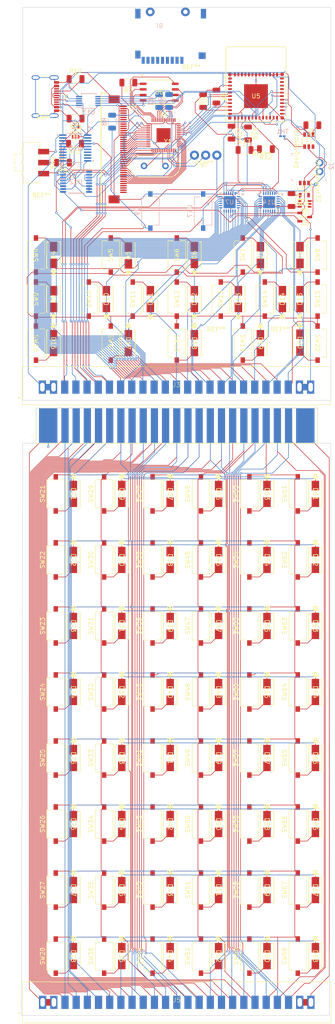
<source format=kicad_pcb>
(kicad_pcb (version 20221018) (generator pcbnew)
  (layers (0 "F.Cu" signal) (31 "B.Cu" signal) (34 "B.Paste" user) (35 "F.Paste" user) (36 "B.SilkS" user "B.Silkscreen") (37 "F.SilkS" user "F.Silkscreen") (38 "B.Mask" user) (39 "F.Mask" user) (44 "Edge.Cuts" user))
  (net 0 "")
  (net 1 "GND")
  (net 2 "Net-(U2-OUT)")
  (net 3 "/RP2040_UART0_TX")
  (net 4 "/RP2040_UART0_RX")
  (net 5 "/DISP_CONN/LEDA")
  (net 6 "/DISP_CONN/RESET")
  (net 7 "/DISP_CONN/DB15")
  (net 8 "/DISP_CONN/DB14")
  (net 9 "/DISP_CONN/DB13")
  (net 10 "/DISP_CONN/DB12")
  (net 11 "/DISP_CONN/DB11")
  (net 12 "/DISP_CONN/DB10")
  (net 13 "/DISP_CONN/DB9")
  (net 14 "/DISP_CONN/DB8")
  (net 15 "/DISP_CONN/DB7")
  (net 16 "/DISP_CONN/DB6")
  (net 17 "/DISP_CONN/DB5")
  (net 18 "/DISP_CONN/DB4")
  (net 19 "Net-(U1-XIN)")
  (net 20 "Net-(U1-XOUT)")
  (net 21 "Net-(U1-VREG_VOUT)")
  (net 22 "/DISP_CONN/DB3")
  (net 23 "/DISP_CONN/DB2")
  (net 24 "/DISP_CONN/DB1")
  (net 25 "/DISP_CONN/DB0")
  (net 26 "/DISP_CONN/RD")
  (net 27 "/DISP_CONN/WR")
  (net 28 "/DISP_CONN/RS (D{slash}C)")
  (net 29 "/DISP_CONN/CS")
  (net 30 "/RP2040_CHIP_EN_OUT")
  (net 32 "Net-(U1-USB_DM)")
  (net 33 "Net-(U1-USB_DP)")
  (net 34 "Net-(U1-QSPI_SD3)")
  (net 35 "Net-(U1-QSPI_SCLK)")
  (net 36 "Net-(U1-QSPI_SD0)")
  (net 37 "Net-(U1-QSPI_SD2)")
  (net 38 "Net-(U1-QSPI_SD1)")
  (net 39 "Net-(U1-QSPI_SS)")
  (net 40 "Net-(U2-TS)")
  (net 41 "Net-(D1-K)")
  (net 42 "Net-(U2-ISET)")
  (net 43 "VBUS")
  (net 46 "/RUN_MODE")
  (net 47 "/FLASH_LATCH")
  (net 48 "/LATCH_PULSE")
  (net 49 "+3.3V")
  (net 52 "/CHIP_EN")
  (net 53 "/GPIO_I2C_SDA")
  (net 54 "/GPIO_I2C_SCL")
  (net 55 "/64_GPIO_I2C/~{INT}")
  (net 56 "/64_GPIO_I2C/~{RESET}")
  (net 57 "/ESP32/D-")
  (net 58 "/ESP32/D+")
  (net 59 "/ESP32/IO_14")
  (net 61 "/ESP32/IO_18")
  (net 62 "/GPIO_I2C_INT")
  (net 63 "/ESP32/IO_20")
  (net 64 "/ESP32/IO_21")
  (net 65 "/ESP32/IO_22")
  (net 66 "/ESP32/IO_23")
  (net 71 "/KPA0")
  (net 72 "/KPA1")
  (net 73 "/KPA2")
  (net 74 "/KPA3")
  (net 75 "/KPA4")
  (net 76 "/KPA5")
  (net 77 "/KPA6")
  (net 78 "/KPA7")
  (net 79 "/KPA8")
  (net 80 "/KPA9")
  (net 81 "/KPA10")
  (net 82 "/KPA11")
  (net 83 "/KPA12")
  (net 84 "/KPA13")
  (net 85 "/KPA14")
  (net 86 "/KPA15")
  (net 91 "Net-(U12-B0)")
  (net 92 "/RP2040_BOOTPIN")
  (net 94 "/MODE_MUX/D+")
  (net 95 "/MODE_MUX/D-")
  (net 96 "/MODE_MUX/D- Y")
  (net 97 "/MODE_MUX/D+ Y")
  (net 98 "/KPB0")
  (net 99 "/KPB1")
  (net 100 "/KPB2")
  (net 101 "/KPB3")
  (net 102 "/KPB4")
  (net 103 "/KPB5")
  (net 104 "/KPB6")
  (net 105 "/KPB7")
  (net 106 "/KPB8")
  (net 107 "/KPB9")
  (net 108 "/KPB10")
  (net 109 "/KPB11")
  (net 110 "/KPB12")
  (net 111 "/KPB13")
  (net 112 "/KPB14")
  (net 113 "/KPB15")
  (net 115 "/mathboard/b15")
  (net 116 "/mathboard/b14")
  (net 117 "/mathboard/b13")
  (net 118 "/mathboard/b12")
  (net 119 "Net-(J4-CC1)")
  (net 121 "Net-(J4-CC2)")
  (net 123 "/PWR_RP2040")
  (net 138 "/MODE_PIN")
  (net 139 "/FLASH_PIN")
  (net 140 "/ESP32_UART0_RX")
  (net 141 "/ESP32_UART0_TX")
  (net 142 "/GLOBAL_RESET_PIN")
  (net 145 "VCC")
  (net 146 "Net-(SW2-B)")
  (net 147 "Net-(D4-A)")
  (net 148 "Net-(D5-A)")
  (net 149 "Net-(D6-A)")
  (net 150 "Net-(D7-A)")
  (net 151 "Net-(D8-A)")
  (net 152 "Net-(D9-A)")
  (net 153 "Net-(D10-A)")
  (net 154 "Net-(D11-A)")
  (net 155 "Net-(D12-A)")
  (net 156 "Net-(D13-A)")
  (net 157 "Net-(D14-A)")
  (net 158 "Net-(D15-A)")
  (net 159 "Net-(D16-A)")
  (net 160 "Net-(D17-A)")
  (net 161 "Net-(D18-A)")
  (net 162 "Net-(D19-A)")
  (net 163 "Net-(D20-A)")
  (net 164 "/ESP32/LP_UART_RXD")
  (net 165 "/ESP32/LP_UART_TXD")
  (net 166 "/ESP32/LP_UART_RTSN")
  (net 167 "/ESP32/LP_UART_CTSN")
  (net 180 "Net-(D21-A)")
  (net 181 "Net-(D22-A)")
  (net 182 "Net-(D23-A)")
  (net 183 "/mathboard/b11")
  (net 184 "/mathboard/b10")
  (net 185 "/mathboard/b9")
  (net 186 "/mathboard/b8")
  (net 187 "Net-(D24-A)")
  (net 188 "/mathboard/b7")
  (net 189 "Net-(D25-A)")
  (net 190 "/mathboard/b6")
  (net 191 "Net-(D26-A)")
  (net 192 "/mathboard/b5")
  (net 193 "Net-(D27-A)")
  (net 194 "/mathboard/b4")
  (net 195 "Net-(D28-A)")
  (net 196 "/mathboard/b3")
  (net 197 "Net-(D29-A)")
  (net 198 "/mathboard/b2")
  (net 199 "Net-(D30-A)")
  (net 200 "/mathboard/b1")
  (net 201 "Net-(D31-A)")
  (net 202 "/mathboard/b0")
  (net 203 "Net-(D32-A)")
  (net 204 "/mathboard/3v3")
  (net 205 "Net-(D33-A)")
  (net 206 "/mathboard/scl")
  (net 207 "Net-(D34-A)")
  (net 208 "/mathboard/sda")
  (net 209 "Net-(D35-A)")
  (net 210 "/mathboard/mode")
  (net 211 "Net-(D36-A)")
  (net 212 "Net-(D61-A)")
  (net 213 "Net-(D37-A)")
  (net 214 "Net-(D62-A)")
  (net 215 "Net-(D38-A)")
  (net 216 "Net-(D63-A)")
  (net 217 "Net-(D39-A)")
  (net 218 "Net-(D64-A)")
  (net 219 "Net-(D40-A)")
  (net 220 "Net-(D41-A)")
  (net 221 "Net-(D42-A)")
  (net 222 "Net-(D43-A)")
  (net 223 "Net-(D44-A)")
  (net 224 "Net-(D45-A)")
  (net 225 "Net-(D46-A)")
  (net 226 "Net-(D47-A)")
  (net 227 "Net-(D48-A)")
  (net 228 "Net-(D49-A)")
  (net 229 "Net-(D50-A)")
  (net 230 "Net-(D51-A)")
  (net 231 "Net-(D52-A)")
  (net 232 "Net-(D53-A)")
  (net 233 "Net-(D54-A)")
  (net 234 "Net-(D55-A)")
  (net 235 "Net-(D56-A)")
  (net 236 "Net-(D65-A)")
  (net 237 "Net-(D57-A)")
  (net 238 "Net-(D66-A)")
  (net 239 "Net-(D58-A)")
  (net 240 "Net-(D67-A)")
  (net 241 "Net-(D59-A)")
  (net 242 "Net-(D68-A)")
  (net 243 "Net-(D60-A)")
  (net 244 "/mathboard/int")
  (net 245 "/mathboard/rp_tx")
  (net 246 "/mathboard/rp_rx")
  (net 247 "/mathboard/esp_rx")
  (net 248 "/mathboard/esp_tx")
  (net 249 "/mathboard/reset")
  (net 250 "/mathboard/flash")
  (net 251 "/mathboard/a15")
  (net 252 "/mathboard/a14")
  (net 253 "/mathboard/a13")
  (net 254 "/mathboard/a12")
  (net 255 "/mathboard/a11")
  (net 256 "/mathboard/a10")
  (net 257 "/mathboard/a9")
  (net 258 "/mathboard/a8")
  (net 259 "/mathboard/a7")
  (net 260 "/mathboard/a6")
  (net 261 "/mathboard/a5")
  (net 262 "/mathboard/a4")
  (net 263 "/mathboard/a3")
  (net 264 "/mathboard/a2")
  (net 265 "/mathboard/a1")
  (net 266 "/mathboard/a0")
  (net 267 "Net-(U1-SWCLK)")
  (net 268 "Net-(U1-SWD)")
  (net 269 "/ESP32/IO_19")
  (footprint "Button_Switch_SMD:SW_Tactile_SPST_NO_Straight_CK_PTS636Sx25SMTRLFS" (layer "F.Cu") (at 71.5 131.25 90)
    (fp_text reference "SW54")
    (fp_text value "~")
  )
  (footprint "Button_Switch_SMD:SW_Tactile_SPST_NO_Straight_CK_PTS636Sx25SMTRLFS" (layer "F.Cu") (at 49.5 131.25 90)
    (fp_text reference "SW38")
    (fp_text value "~")
  )
  (footprint "footprints:SMA_SDS" (layer "F.Cu") (at 27 82 -90)
    (fp_text reference "D16")
    (fp_text value "D_Small")
  )
  (footprint "Button_Switch_SMD:SW_Tactile_SPST_NO_Straight_CK_PTS636Sx25SMTRLFS" (layer "F.Cu") (at 82.5 131.25 90)
    (fp_text reference "SW62")
    (fp_text value "~")
  )
  (footprint "footprints:SMA_SDS" (layer "F.Cu") (at 64.5 176.25 -90)
    (fp_text reference "D49")
    (fp_text value "~")
  )
  (footprint "Button_Switch_SMD:SW_Tactile_SPST_NO_Straight_CK_PTS636Sx25SMTRLFS" (layer "F.Cu") (at 70 62 90)
    (fp_text reference "SW7")
    (fp_text value "KP_HOME")
  )
  (footprint "footprints:DBV0005A_N" (layer "F.Cu") (at 84 47 -90)
    (fp_text reference "U3")
    (fp_text value "TPS613221ADBVR")
  )
  (footprint "footprints:SMA_SDS" (layer "F.Cu") (at 42.5 116.25 -90)
    (fp_text reference "D29")
    (fp_text value "~")
  )
  (footprint "MountingHole:MountingHole_2.2mm_M2" (layer "F.Cu") (at 24.3125 51.625)
    (fp_text reference "REF**")
    (fp_text value "MountingHole_2.2mm_M2")
  )
  (footprint "Button_Switch_SMD:SW_Tactile_SPST_NO_Straight_CK_PTS636Sx25SMTRLFS" (layer "F.Cu") (at 60.5 161.25 90)
    (fp_text reference "SW48")
    (fp_text value "~")
  )
  (footprint "Resistor_SMD:R_1206_3216Metric" (layer "F.Cu") (at 29.125 41 180)
    (fp_text reference "R6")
    (fp_text value "10k")
  )
  (footprint "Button_Switch_SMD:SW_Tactile_SPST_NO_Straight_CK_PTS636Sx25SMTRLFS" (layer "F.Cu") (at 38.5 116.25 90)
    (fp_text reference "SW29")
    (fp_text value "~")
  )
  (footprint "Resistor_SMD:R_1206_3216Metric" (layer "F.Cu") (at 81.0625 49.5 -90)
    (fp_text reference "R17")
    (fp_text value "10k")
  )
  (footprint "MountingHole:MountingHole_2.2mm_M2" (layer "F.Cu") (at 78.5 82.0625)
    (fp_text reference "REF**")
    (fp_text value "MountingHole_2.2mm_M2")
  )
  (footprint "Button_Switch_SMD:SW_Tactile_SPST_NO_Straight_CK_PTS636Sx25SMTRLFS" (layer "F.Cu") (at 23 62 90)
    (fp_text reference "SW4")
    (fp_text value "KP_CTRL")
  )
  (footprint "Button_Switch_SMD:SW_Tactile_SPST_NO_Straight_CK_PTS636Sx25SMTRLFS" (layer "F.Cu") (at 60.5 191.25 90)
    (fp_text reference "SW50")
    (fp_text value "~")
  )
  (footprint "Button_Switch_SMD:SW_Tactile_SPST_NO_Straight_CK_PTS636Sx25SMTRLFS" (layer "F.Cu") (at 35 72 90)
    (fp_text reference "SW10")
    (fp_text value "KP_MODLOCK")
  )
  (footprint "MountingHole:MountingHole_2.2mm_M2" (layer "F.Cu") (at 61.1875 44.3125)
    (fp_text reference "REF**")
    (fp_text value "MountingHole_2.2mm_M2")
  )
  (footprint "footprints:SMA_SDS" (layer "F.Cu") (at 86.5 161.25 -90)
    (fp_text reference "D64")
    (fp_text value "~")
  )
  (footprint "footprints:SMA_SDS" (layer "F.Cu") (at 86.5 176.25 -90)
    (fp_text reference "D65")
    (fp_text value "~")
  )
  (footprint "Button_Switch_SMD:SW_Tactile_SPST_NO_Straight_CK_PTS636Sx25SMTRLFS" (layer "F.Cu") (at 49.5 116.25 90)
    (fp_text reference "SW37")
    (fp_text value "~")
  )
  (footprint "footprints:SMA_SDS" (layer "F.Cu") (at 86.5 206.25 -90)
    (fp_text reference "D67")
    (fp_text value "~")
  )
  (footprint "MountingHole:MountingHole_2.2mm_M2" (layer "F.Cu") (at 58.3125 22.5)
    (fp_text reference "REF**")
    (fp_text value "MountingHole_2.2mm_M2")
  )
  (footprint "footprints:SMA_SDS" (layer "F.Cu") (at 53.5 191.25 -90)
    (fp_text reference "D42")
    (fp_text value "~")
  )
  (footprint "Button_Switch_SMD:SW_Tactile_SPST_NO_Straight_CK_PTS636Sx25SMTRLFS" (layer "F.Cu") (at 55 72 90)
    (fp_text reference "SW12")
    (fp_text value "KP_OK")
  )
  (footprint "Button_Switch_SMD:SW_Tactile_SPST_NO_Straight_CK_PTS636Sx25SMTRLFS" (layer "F.Cu") (at 71.5 161.25 90)
    (fp_text reference "SW56")
    (fp_text value "~")
  )
  (footprint "Resistor_SMD:R_1206_3216Metric" (layer "F.Cu") (at 85.8125 32.5 180)
    (fp_text reference "R1")
    (fp_text value "1K")
  )
  (footprint "Button_Switch_SMD:SW_Tactile_SPST_NO_Straight_CK_PTS636Sx25SMTRLFS" (layer "F.Cu") (at 38.5 221.25 90)
    (fp_text reference "SW36")
    (fp_text value "~")
  )
  (footprint "Button_Switch_SMD:SW_Tactile_SPST_NO_Straight_CK_PTS636Sx25SMTRLFS" (layer "F.Cu") (at 87 72 90)
    (fp_text reference "SW15")
    (fp_text value "KP_PROG")
  )
  (footprint "Button_Switch_SMD:SW_Tactile_SPST_NO_Straight_CK_PTS636Sx25SMTRLFS" (layer "F.Cu") (at 55 62 90)
    (fp_text reference "SW6")
    (fp_text value "KP_UP")
  )
  (footprint "MountingHole:MountingHole_2.2mm_M2" (layer "F.Cu") (at 74.25 42.3125)
    (fp_text reference "REF**")
    (fp_text value "MountingHole_2.2mm_M2")
  )
  (footprint "Button_Switch_SMD:SW_Tactile_SPST_NO_Straight_CK_PTS636Sx25SMTRLFS" (layer "F.Cu") (at 27.5 161.25 90)
    (fp_text reference "SW24")
    (fp_text value "~")
  )
  (footprint "5530843_5:edgeport" (layer "F.Cu") (at 54.9375 92)
    (fp_text reference "J3")
    (fp_text value "5530843-5")
  )
  (footprint "Button_Switch_SMD:SW_Tactile_SPST_NO_Straight_CK_PTS636Sx25SMTRLFS" (layer "F.Cu") (at 55 82 -90)
    (fp_text reference "SW18")
    (fp_text value "KP_DOWN")
  )
  (footprint "Button_Switch_SMD:SW_SPDT_CK-JS102011SAQN" (layer "F.Cu") (at 22 41 -90)
    (fp_text reference "SW2")
    (fp_text value "MODE_SWITCH")
  )
  (footprint "footprints:SMA_SDS" (layer "F.Cu") (at 59 72 90)
    (fp_text reference "D12")
    (fp_text value "D_Small")
  )
  (footprint "Button_Switch_SMD:SW_Tactile_SPST_NO_Straight_CK_PTS636Sx25SMTRLFS" (layer "F.Cu") (at 60.5 176.25 90)
    (fp_text reference "SW49")
    (fp_text value "~")
  )
  (footprint "5530843_5:edgeport" (layer "F.Cu") (at 55 231.75)
    (fp_text reference "J5")
    (fp_text value "5530843-5")
  )
  (footprint "Button_Switch_SMD:SW_Tactile_SPST_NO_Straight_CK_PTS636Sx25SMTRLFS" (layer "F.Cu") (at 27.5 131.25 90)
    (fp_text reference "SW22")
    (fp_text value "~")
  )
  (footprint "Button_Switch_SMD:SW_Tactile_SPST_NO_Straight_CK_PTS636Sx25SMTRLFS" (layer "F.Cu") (at 38.5 146.25 90)
    (fp_text reference "SW31")
    (fp_text value "~")
  )
  (footprint "footprints:SMA_SDS" (layer "F.Cu") (at 79 72 90)
    (fp_text reference "D14")
    (fp_text value "D_Small")
  )
  (footprint "Button_Switch_SMD:SW_Tactile_SPST_NO_Straight_CK_PTS636Sx25SMTRLFS" (layer "F.Cu") (at 38.5 176.25 90)
    (fp_text reference "SW33")
    (fp_text value "~")
  )
  (footprint "Button_Switch_SMD:SW_Tactile_SPST_NO_Straight_CK_PTS636Sx25SMTRLFS" (layer "F.Cu") (at 27.5 221.25 90)
    (fp_text reference "SW28")
    (fp_text value "~")
  )
  (footprint "Button_Switch_SMD:SW_Tactile_SPST_NO_Straight_CK_PTS636Sx25SMTRLFS" (layer "F.Cu") (at 49.5 191.25 90)
    (fp_text reference "SW42")
    (fp_text value "~")
  )
  (footprint "Button_Switch_SMD:SW_Tactile_SPST_NO_Straight_CK_PTS636Sx25SMTRLFS" (layer "F.Cu") (at 87 62 90)
    (fp_text reference "SW8")
    (fp_text value "KP_POWER")
  )
  (footprint "footprints:DCK0006A_N" (layer "F.Cu") (at 32 34 -90)
    (fp_text reference "U11")
    (fp_text value "TPS22919DCKR")
  )
  (footprint "footprints:SMA_SDS" (layer "F.Cu") (at 42.5 131.25 -90)
    (fp_text reference "D30")
    (fp_text value "~")
  )
  (footprint "Resistor_SMD:R_1206_3216Metric" (layer "F.Cu") (at 70.4 38.125)
    (fp_text reference "R13")
    (fp_text value "2k")
  )
  (footprint "Button_Switch_SMD:SW_Tactile_SPST_NO_Straight_CK_PTS636Sx25SMTRLFS" (layer "F.Cu") (at 27.5 146.25 90)
    (fp_text reference "SW23")
    (fp_text value "~")
  )
  (footprint "Button_Switch_SMD:SW_Tactile_SPST_NO_Straight_CK_PTS636Sx25SMTRLFS" (layer "F.Cu") (at 27.5 191.25 90)
    (fp_text reference "SW26")
    (fp_text value "~")
  )
  (footprint "footprints:SOT-23_M3_MCH" (layer "F.Cu") (at 84.0625 53.375 -90)
    (fp_text reference "U10")
    (fp_text value "~")
  )
  (footprint "digikey-footprints:PinHeader_1x3_P2.54_Drill1.1mm" (layer "F.Cu") (at 64.1025 39.3125 180)
    (fp_text reference "J7")
    (fp_text value "640456-3")
  )
  (footprint "footprints:SMA_SDS" (layer "F.Cu") (at 53.5 176.25 -90)
    (fp_text reference "D41")
    (fp_text value "~")
  )
  (footprint "Resistor_SMD:R_1206_3216Metric" (layer "F.Cu") (at 64 26 -90)
    (fp_text reference "R5")
    (fp_text value "10k")
  )
  (footprint "Button_Switch_SMD:SW_Tactile_SPST_NO_Straight_CK_PTS636Sx25SMTRLFS" (layer "F.Cu") (at 71.5 116.25 90)
    (fp_text reference "SW53")
    (fp_text value "~")
  )
  (footprint "Button_Switch_SMD:SW_Tactile_SPST_NO_Straight_CK_PTS636Sx25SMTRLFS" (layer "F.Cu") (at 38.5 131.25 90)
    (fp_text reference "SW30")
    (fp_text value "~")
  )
  (footprint "Button_Switch_SMD:SW_Tactile_SPST_NO_Straight_CK_PTS636Sx25SMTRLFS" (layer "F.Cu") (at 38.5 206.25 90)
    (fp_text reference "SW35")
    (fp_text value "~")
  )
  (footprint "footprints:SMA_SDS" (layer "F.Cu") (at 53.5 161.25 -90)
    (fp_text reference "D40")
    (fp_text value "~")
  )
  (footprint "Button_Switch_SMD:SW_Tactile_SPST_NO_Straight_CK_PTS636Sx25SMTRLFS" (layer "F.Cu") (at 60.5 131.25 90)
    (fp_text reference "SW46")
    (fp_text value "~")
  )
  (footprint "Button_Switch_SMD:SW_Tactile_SPST_NO_Straight_CK_PTS636Sx25SMTRLFS" (layer "F.Cu") (at 38.5 161.25 90)
    (fp_text reference "SW32")
    (fp_text value "~")
  )
  (footprint "footprints:SMA_SDS" (layer "F.Cu") (at 59 82 -90)
    (fp_text reference "D18")
    (fp_text value "D_Small")
  )
  (footprint "footprints:SMA_SDS" (layer "F.Cu") (at 42.5 176.25 -90)
    (fp_text reference "D33")
    (fp_text value "~")
  )
  (footprint "Button_Switch_SMD:SW_Tactile_SPST_NO_Straight_CK_PTS636Sx25SMTRLFS" (layer "F.Cu") (at 45 72 90)
    (fp_text reference "SW11")
    (fp_text value "KP_LEFT")
  )
  (footprint "footprints:SMA_SDS" (layer "F.Cu") (at 42.5 221.25 -90)
    (fp_text reference "D36")
    (fp_text value "~")
  )
  (footprint "footprints:SMA_SDS" (layer "F.Cu") (at 31.5 131.25 -90)
    (fp_text reference "D22")
    (fp_text value "~")
  )
  (footprint "footprints:SMA_SDS" (layer "F.Cu") (at 27 72 90)
    (fp_text reference "D9")
    (fp_text value "D_Small")
  )
  (footprint "footprints:SMA_SDS" (layer "F.Cu") (at 75.5 131.25 -90)
    (fp_text reference "D54")
    (fp_text value "~")
  )
  (footprint "Button_Switch_SMD:SW_Tactile_SPST_NO_Straight_CK_PTS636Sx25SMTRLFS" (layer "F.Cu") (at 23 82 -90)
    (fp_text reference "SW16")
    (fp_text value "KP_MENU")
  )
  (footprint "footprints:SMA_SDS" (layer "F.Cu") (at 39 72 90)
    (fp_text reference "D10")
    (fp_text value "D_Small")
  )
  (footprint "footprints:SMA_SDS" (layer "F.Cu") (at 31.5 176.25 -90)
    (fp_text reference "D25")
    (fp_text value "~")
  )
  (footprint "footprints:SMA_SDS" (layer "F.Cu") (at 69 72 90)
    (fp_text reference "D13")
    (fp_text value "D_Small")
  )
  (footprint "footprints:SMA_SDS" (layer "F.Cu") (at 75.5 191.25 -90)
    (fp_text reference "D58")
    (fp_text value "~")
  )
  (footprint "footprints:SMA_SDS" (layer "F.Cu") (at 75.5 146.25 -90)
    (fp_text reference "D55")
    (fp_text value "~")
  )
  (footprint "Resistor_SMD:R_1206_3216Metric" (layer "F.Cu") (at 71.1875 34.375 -90)
    (fp_text reference "R15")
    (fp_text value "2k")
  )
  (footprint "footprints:SMA_SDS" (layer "F.Cu") (at 86.5 116.25 -90)
    (fp_text reference "D61")
    (fp_text value "~")
  )
  (footprint "footprints:SMA_SDS" (layer "F.Cu") (at 31.5 206.25 -90)
    (fp_text reference "D27")
    (fp_text value "~")
  )
  (footprint "footprints:DBV0006A_N" (layer "F.Cu") (at 85 36 90)
    (fp_text reference "U2")
    (fp_text value "BQ21040DBVR")
  )
  (footprint "footprints:SMA_SDS" (layer "F.Cu") (at 42.5 146.25 -90)
    (fp_text reference "D31")
    (fp_text value "~")
  )
  (footprint "footprints:SMA_SDS" (layer "F.Cu") (at 74 82 -90)
    (fp_text reference "D19")
    (fp_text value "D_Small")
  )
  (footprint "footprints:SMA_SDS" (layer "F.Cu") (at 86.5 221.25 -90)
    (fp_text reference "D68")
    (fp_text value "~")
  )
  (footprint "Package_DFN_QFN:QFN-56-1EP_7x7mm_P0.4mm_EP3.2x3.2mm" (layer "F.Cu") (at 52 34.78125)
    (fp_text reference "U1")
    (fp_text value "RP2040")
  )
  (footprint "footprints:SMA_SDS" (layer "F.Cu") (at 64.5 221.25 -90)
    (fp_text reference "D52")
    (fp_text value "~")
  )
  (footprint "Button_Switch_SMD:SW_Tactile_SPST_NO_Straight_CK_PTS636Sx25SMTRLFS" (layer "F.Cu") (at 49.5 206.25 90)
    (fp_text reference "SW43")
    (fp_text value "~")
  )
  (footprint "Button_Switch_SMD:SW_Tactile_SPST_NO_Straight_CK_PTS636Sx25SMTRLFS" (layer "F.Cu") (at 49.5 221.25 90)
    (fp_text reference "SW44")
    (fp_text value "~")
  )
  (footprint "footprints:SMA_SDS" (layer "F.Cu") (at 64.5 206.25 -90)
    (fp_text reference "D51")
    (fp_text value "~")
  )
  (footprint "footprints:SOIC-8_5P28X5P28_WIN" (layer "F.Cu") (at 51 25)
    (fp_text reference "U6")
    (fp_text value "W25Q32JVSSIQ")
  )
  (footprint "Button_Switch_SMD:SW_Tactile_SPST_NO_Straight_CK_PTS636Sx25SMTRLFS" (layer "F.Cu") (at 49.5 146.25 90)
    (fp_text reference "SW39")
    (fp_text value "~")
  )
  (footprint "Button_Switch_SMD:SW_Tactile_SPST_NO_Straight_CK_PTS636Sx25SMTRLFS" (layer "F.Cu") (at 87 82 -90)
    (fp_text reference "SW20")
    (fp_text value "KP_FUNCS")
  )
  (footprint "footprints:SMA_SDS" (layer "F.Cu") (at 44 62.1049 90)
    (fp_text reference "D5")
    (fp_text value "D_Small")
  )
  (footprint "Button_Switch_SMD:SW_Tactile_SPST_NO_Straight_CK_PTS636Sx25SMTRLFS" (layer "F.Cu") (at 27.5 206.25 90)
    (fp_text reference "SW27")
    (fp_text value "~")
  )
  (footprint "Button_Switch_SMD:SW_Tactile_SPST_NO_Straight_CK_PTS636Sx25SMTRLFS" (layer "F.Cu") (at 27.5 116.25 90)
    (fp_text reference "SW21")
    (fp_text value "~")
  )
  (footprint "footprints:SMA_SDS" (layer "F.Cu") (at 31.5 221.25 -90)
    (fp_text reference "D28")
    (fp_text value "~")
  )
  (footprint "footprints:ESP32-C6_EXP" (layer "F.Cu") (at 73 23.210928)
    (fp_text reference "U5")
    (fp_text value "ESP32-C6-MINI-1-H4")
  )
  (footprint "footprints:SMA_SDS" (layer "F.Cu") (at 75.5 221.25 -90)
    (fp_text reference "D60")
    (fp_text value "~")
  )
  (footprint "footprints:SMA_SDS" (layer "F.Cu") (at 75.5 206.25 -90)
    (fp_text reference "D59")
    (fp_text value "~")
  )
  (footprint "Button_Switch_SMD:SW_Tactile_SPST_NO_Straight_CK_PTS636Sx25SMTRLFS" (layer "F.Cu") (at 82.5 221.25 90)
    (fp_text reference "SW68")
    (fp_text value "~")
  )
  (footprint "Button_Switch_SMD:SW_Tactile_SPST_NO_Straight_CK_PTS636Sx25SMTRLFS" (layer "F.Cu") (at 38.5 191.25 90)
    (fp_text reference "SW34")
    (fp_text value "~")
  )
  (footprint "footprints:DCK0006A_N" (layer "F.Cu") (at 84.0625 50.375)
    (fp_text reference "U8")
    (fp_text value "TPS22919DCKR")
  )
  (footprint "Button_Switch_SMD:SW_Tactile_SPST_NO_Straight_CK_PTS636Sx25SMTRLFS" (layer "F.Cu") (at 60.5 221.25 90)
    (fp_text reference "SW52")
    (fp_text value "~")
  )
  (footprint "footprints:SMA_SDS" (layer "F.Cu") (at 75.5 161.25 -90)
    (fp_text reference "D56")
    (fp_text value "~")
  )
  (footprint "Button_Switch_SMD:SW_Tactile_SPST_NO_Straight_CK_PTS636Sx25SMTRLFS" (layer "F.Cu") (at 82.5 146.25 90)
    (fp_text reference "SW63")
    (fp_text value "~")
  )
  (footprint "footprints:SMA_SDS" (layer "F.Cu") (at 86.5 191.25 -90)
    (fp_text reference "D66")
    (fp_text value "~")
  )
  (footprint "footprints:SMA_SDS" (layer "F.Cu") (at 59 62 90)
    (fp_text reference "D6")
    (fp_text value "D_Small")
  )
  (footprint "Button_Switch_SMD:SW_Tactile_SPST_NO_Straight_CK_PTS636Sx25SMTRLFS" (layer "F.Cu") (at 65 72 90)
    (fp_text reference "SW13")
    (fp_text value "KP_RIGHT")
  )
  (footprint "footprints:SMA_SDS" (layer "F.Cu") (at 53.5 206.25 -90)
    (fp_text reference "D43")
    (fp_text value "~")
  )
  (footprint "Button_Switch_SMD:SW_Tactile_SPST_NO_Straight_CK_PTS636Sx25SMTRLFS" (layer "F.Cu") (at 70 82 -90)
    (fp_text reference "SW19")
    (fp_text value "KP_TASKS")
  )
  (footprint "footprints:SMA_SDS" (layer "F.Cu") (at 64.5 191.25 -90)
    (fp_text reference "D50")
    (fp_text value "~")
  )
  (footprint "Resistor_SMD:R_1206_3216Metric" (layer "F.Cu") (at 32 31 180)
    (fp_text reference "R11")
    (fp_text value "5.1k")
  )
  (footprint "footprints:SMA_SDS" (layer "F.Cu") (at 53.5 131.25 -90)
    (fp_text reference "D38")
    (fp_text value "~")
  )
  (footprint "footprints:SMA_SDS" (layer "F.Cu") (at 74 62 90)
    (fp_text reference "D7")
    (fp_text value "D_Small")
  )
  (footprint "footprints:SMA_SDS" (layer "F.Cu") (at 64.5 146.25 -90)
    (fp_text reference "D47")
    (fp_text value "~")
  )
  (footprint "Resistor_SMD:R_1206_3216Metric" (layer "F.Cu") (at 75.25 37.9375 180)
    (fp_text reference "R12")
    (fp_text value "2k")
  )
  (footprint "footprints:SMA_SDS" (layer "F.Cu") (at 86.5 146.25 -90)
    (fp_text reference "D63")
    (fp_text value "~")
  )
  (footprint "Button_Switch_SMD:SW_Tactile_SPST_NO_Straight_CK_PTS636Sx25SMTRLFS" (layer "F.Cu") (at 82.5 176.25 90)
    (fp_text reference "SW65")
    (fp_text value "~")
  )
  (footprint "Button_Switch_SMD:SW_Tactile_SPST_NO_Straight_CK_PTS636Sx25SMTRLFS" (layer "F.Cu") (at 71.5 191.25 90)
    (fp_text reference "SW58")
    (fp_text value "~")
  )
  (footprint "5530843_5:edge" (layer "F.Cu") (at 55 100.75)
    (fp_text reference "U4" hide)
    (fp_text value "~" hide)
  )
  (footprint "Button_Switch_SMD:SW_Tactile_SPST_NO_Straight_CK_PTS636Sx25SMTRLFS" (layer "F.Cu") (at 60.5 206.25 90)
    (fp_text reference "SW51")
    (fp_text value "~")
  )
  (footprint "footprints:SMA_SDS" (layer "F.Cu") (at 53.5 146.25 -90)
    (fp_text reference "D39")
    (fp_text value "~")
  )
  (footprint "Button_Switch_SMD:SW_Tactile_SPST_NO_Straight_CK_PTS636Sx25SMTRLFS" (layer "F.Cu") (at 49.5 161.25 90)
    (fp_text reference "SW40")
    (fp_text value "~")
  )
  (footprint "footprints:SMA_SDS" (layer "F.Cu") (at 31.5 116.25 -90)
    (fp_text reference "D21")
    (fp_text value "~")
  )
  (footprint "footprints:SMA_SDS" (layer "F.Cu") (at 64.5 116.25 -90)
    (fp_text reference "D45")
    (fp_text value "~")
  )
  (footprint "Button_Switch_SMD:SW_Tactile_SPST_NO_Straight_CK_PTS636Sx25SMTRLFS" (layer "F.Cu") (at 60.5 116.25 90)
    (fp_text reference "SW45")
    (fp_text value "~")
  )
  (footprint "Button_Switch_SMD:SW_Tactile_SPST_NO_Straight_CK_PTS636Sx25SMTRLFS" (layer "F.Cu") (at 82.5 206.25 90)
    (fp_text reference "SW67")
    (fp_text value "~")
  )
  (footprint "footprints:SMA_SDS" (layer "F.Cu") (at 31.5 191.25 -90)
    (fp_text reference "D26")
    (fp_text value "~")
  )
  (footprint "Resistor_SMD:R_1206_3216Metric" (layer "F.Cu") (at 31.875 36.6875 180)
    (fp_text reference "R16")
    (fp_text value "10k")
  )
  (footprint "Button_Switch_SMD:SW_Tactile_SPST_NO_Straight_CK_PTS636Sx25SMTRLFS" (layer "F.Cu") (at 71.5 176.25 90)
    (fp_text reference "SW57")
    (fp_text value "~")
  )
  (footprint "MountingHole:MountingHole_2.2mm_M2" (layer "F.Cu") (at 25.3125 33.875)
    (fp_text reference "REF**")
    (fp_text value "MountingHole_2.2mm_M2")
  )
  (footprint "Button_Switch_SMD:SW_Tactile_SPST_NO_Straight_CK_PTS636Sx25SMTRLFS" (layer "F.Cu") (at 71.5 146.25 90)
    (fp_text reference "SW55")
    (fp_text value "~")
  )
  (footprint "footprints:GCT_FFC2B21-40-T_REVA" (layer "F.Cu") (at 42.875 38 -90)
    (fp_text reference "J1")
    (fp_text value "FFC2B21-40-T_REVA")
  )
  (footprint "footprints:SMA_SDS" (layer "F.Cu") (at 27 62 90)
    (fp_text reference "D4")
    (fp_text value "D_Small")
  )
  (footprint "Crystal:Crystal_HC49-4H_Vertical" (layer "F.Cu") (at 47.55 41.75)
    (fp_text reference "Y1")
    (fp_text value "12MHz")
  )
  (footprint "Button_Switch_SMD:SW_Tactile_SPST_NO_Straight_CK_PTS636Sx25SMTRLFS" (layer "F.Cu") (at 82.5 191.25 90)
    (fp_text reference "SW66")
    (fp_text value "~")
  )
  (footprint "footprints:SMA_SDS" (layer "F.Cu") (at 49 72 90)
    (fp_text reference "D11")
    (fp_text value "D_Small")
  )
  (footprint "Resistor_SMD:R_1206_3216Metric" (layer "F.Cu") (at 67.4375 34.1875 -90)
    (fp_text reference "R14")
    (fp_text value "2k")
  )
  (footprint "footprints:SMA_SDS" (layer "F.Cu") (at 31.5 161.25 -90)
    (fp_text reference "D24")
    (fp_text value "~")
  )
  (footprint "footprints:SMA_SDS" (layer "F.Cu") (at 75.5 116.25 -90)
    (fp_text reference "D53")
    (fp_text value "~")
  )
  (footprint "Button_Switch_SMD:SW_Tactile_SPST_NO_Straight_CK_PTS636Sx25SMTRLFS" (layer "F.Cu") (at 49.5 176.25 90)
    (fp_text reference "SW41")
    (fp_text value "~")
  )
  (footprint "Resistor_SMD:R_1206_3216Metric" (layer "F.Cu") (at 44 22.8125 180)
    (fp_text reference "R7")
    (fp_text value "10k")
  )
  (footprint "footprints:SMA_SDS" (layer "F.Cu") (at 83 72 90)
    (fp_text reference "D15")
    (fp_text value "D_Small")
  )
  (footprint "footprints:SMA_SDS" (layer "F.Cu") (at 64.5 161.25 -90)
    (fp_text reference "D48")
    (fp_text value "~")
  )
  (footprint "footprints:SMA_SDS" (layer "F.Cu") (at 42.5 191.25 -90)
    (fp_text reference "D34")
    (fp_text value "~")
  )
  (footprint "footprints:SMA_SDS" (layer "F.Cu") (at 83 81.8951 -90)
    (fp_text reference "D20")
    (fp_text value "D_Small")
  )
  (footprint "Button_Switch_SMD:SW_Tactile_SPST_NO_Straight_CK_PTS636Sx25SMTRLFS" (layer "F.Cu") (at 60.5 146.25 90)
    (fp_text reference "SW47")
    (fp_text value "~")
  )
  (footprint "Resistor_SMD:R_1206_3216Metric" (layer "F.Cu") (at 32 22)
    (fp_text reference "R10")
    (fp_text value "5.1k")
  )
  (footprint "footprints:SMA_SDS" (layer "F.Cu") (at 31.5 146.25 -90)
    (fp_text reference "D23")
    (fp_text value "~")
  )
  (footprint "footprints:SMA_SDS" (layer "F.Cu") (at 83 62 90)
    (fp_text reference "D8")
    (fp_text value "D_Small" hide)
  )
  (footprint "Button_Switch_SMD:SW_Tactile_SPST_NO_Straight_CK_PTS636Sx25SMTRLFS" (layer "F.Cu") (at 82.5 116.25 90)
    (fp_text reference "SW61")
    (fp_text value "~")
  )
  (footprint "Button_Switch_SMD:SW_Tactile_SPST_NO_Straight_CK_PTS636Sx25SMTRLFS" (layer "F.Cu") (at 40 82 -90)
    (fp_text reference "SW17")
    (fp_text value "KP_BACK")
  )
  (footprint "footprints:SMA_SDS" (layer "F.Cu") (at 53.5 116.25 -90)
    (fp_text reference "D37")
    (fp_text value "~")
  )
  (footprint "Button_Switch_SMD:SW_Tactile_SPST_NO_Straight_CK_PTS636Sx25SMTRLFS" (layer "F.Cu") (at 23 72 90)
    (fp_text reference "SW9")
    (fp_text value "KP_ALT")
  )
  (footprint "footprints:SMA_SDS" (layer "F.Cu") (at 53.5 221.25 -90)
    (fp_text reference "D44")
    (fp_text value "~")
  )
  (footprint "Button_Switch_SMD:SW_Tactile_SPST_NO_Straight_CK_PTS636Sx25SMTRLFS" (layer "F.Cu") (at 82.5 161.25 90)
    (fp_text reference "SW64")
    (fp_text value "~")
  )
  (footprint "Button_Switch_SMD:SW_Tactile_SPST_NO_Straight_CK_PTS636Sx25SMTRLFS" (layer "F.Cu") (at 71.5 206.25 90)
    (fp_text reference "SW59")
    (fp_text value "~")
  )
  (footprint "Button_Switch_SMD:SW_Tactile_SPST_NO_Straight_CK_PTS636Sx25SMTRLFS" (layer "F.Cu") (at 27.5 176.25 90)
    (fp_text reference "SW25")
    (fp_text value "~")
  )
  (footprint "footprints:SMA_SDS" (layer "F.Cu") (at 86.5 131.25 -90)
    (fp_text reference "D62")
    (fp_text value "~")
  )
  (footprint "footprints:SMA_SDS" (layer "F.Cu") (at 42.5 206.25 -90)
    (fp_text reference "D35")
    (fp_text value "~")
  )
  (footprint "Button_Switch_SMD:SW_Tactile_SPST_NO_Straight_CK_PTS636Sx25SMTRLFS" (layer "F.Cu") (at 40 62 90)
    (fp_text reference "SW5")
    (fp_text value "KP_SHIFT")
  )
  (footprint "Resistor_SMD:R_1206_3216Metric" (layer "F.Cu") (at 61 27 -90)
    (fp_text reference "R9")
    (fp_text value "10k")
  )
  (footprint "footprints:SMA_SDS" (layer "F.Cu") (at 75.5 176.25 -90)
    (fp_text reference "D57")
    (fp_text value "~")
  )
  (footprint "Button_Switch_SMD:SW_Tactile_SPST_NO_Straight_CK_PTS636Sx25SMTRLFS" (layer "F.Cu") (at 71.5 221.25 90)
    (fp_text reference "SW60")
    (fp_text value "~")
  )
  (footprint "footprints:SMA_SDS" (layer "F.Cu") (at 44 82 -90)
    (fp_text reference "D17")
    (fp_text value "D_Small")
  )
  (footprint "footprints:SMA_SDS" (layer "F.Cu") (at 64.5 131.25 -90)
    (fp_text reference "D46")
    (fp_text value "~")
  )
  (footprint "footprints:SMA_SDS" (layer "F.Cu") (at 42.5 161.25 -90)
    (fp_text reference "D32")
    (fp_text value "~")
  )
  (footprint "Connector_USB:USB_C_Receptacle_GCT_USB4105-xx-A_16P_TopMnt_Horizontal" (layer "F.Cu") (at 24 26 -90)
    (fp_text reference "J4")
    (fp_text value "USB4105-GF-A")
  )
  (footprint "Button_Switch_SMD:SW_Tactile_SPST_NO_Straight_CK_PTS636Sx25SMTRLFS" (layer "F.Cu") (at 75 72 90)
    (fp_text reference "SW14")
    (fp_text value "KP_HELP")
  )
  (footprint "MountingHole:MountingHole_2.2mm_M2" (layer "F.Cu") (at 64 82.0625)
    (fp_text reference "REF**")
    (fp_text value "MountingHole_2.2mm_M2")
  )
  (footprint "footprints:PW0016A_N" (layer "B.Cu") (at 32.125 45.375 180)
    (fp_text reference "U12")
    (fp_text value "CD4053B")
  )
  (footprint "footprints:PW20" (layer "B.Cu") (at 31.9306 37.675 180)
    (fp_text reference "U18")
    (fp_text value "SN74HCT373PWR")
  )
  (footprint "Resistor_SMD:R_1206_3216Metric" (layer "B.Cu") (at 40.3125 31.6875 -90)
    (fp_text reference "R8")
    (fp_text value "1k")
  )
  (footprint "5530843_5:msd-11-a" (layer "B.Cu") (at 51.0125 9.3625)
    (fp_text reference "J8")
    (fp_text value "msd-11-a")
  )
  (footprint "Resistor_SMD:R_0201_0603Metric_Pad0.64x0.40mm_HandSolder" (layer "B.Cu") (at 79 35 180)
    (fp_text reference "TH1")
    (fp_text value "battery thermistor")
  )
  (footprint "Resistor_SMD:R_1206_3216Metric" (layer "B.Cu") (at 53.25 27 -90)
    (fp_text reference "R4")
    (fp_text value "27")
  )
  (footprint "Button_Switch_SMD:SW_Tactile_SPST_NO_Straight_CK_PTS636Sx25SMTRLFS" (layer "B.Cu") (at 49 52 -90)
    (fp_text reference "U9")
    (fp_text value "FLASH_BTN")
  )
  (footprint "footprints:TQFN44-24_KIN" (layer "B.Cu") (at 76 50 180)
    (fp_text reference "U14")
    (fp_text value "KTS1622EUAA-TR")
  )
  (footprint "footprints:TQFN44-24_KIN" (layer "B.Cu") (at 67 50 180)
    (fp_text reference "U7")
    (fp_text value "KTS1622EUAA-TR")
  )
  (footprint "digikey-footprints:PinHeader_1x2_P2mm_Drill1mm_RA" (layer "B.Cu") (at 87.45 43.02 90)
    (fp_text reference "J2")
    (fp_text value "battery")
  )
  (footprint "Package_SO:MSOP-10_3x3mm_P0.5mm" (layer "B.Cu") (at 35 27)
    (fp_text reference "U13")
    (fp_text value "FSUSB42MUX")
  )
  (footprint "Resistor_SMD:R_1206_3216Metric" (layer "B.Cu") (at 51 27 -90)
    (fp_text reference "R3")
    (fp_text value "27")
  )
  (footprint "Button_Switch_SMD:SW_Tactile_SPST_NO_Straight_CK_PTS636Sx25SMTRLFS" (layer "B.Cu") (at 61 52 -90)
    (fp_text reference "U17")
    (fp_text value "RESET_BTN")
  )
  (gr_poly (pts (xy 20 104.75) (xy 23 104.75) (xy 23 96.75) (xy 87 96.75) (xy 87 104.75) (xy 90 104.75) (xy 89.6875 234.75) (xy 19.6875 234.75)) (stroke (width 0.1)) (fill none) (layer "Edge.Cuts"))
  (gr_rect (start 20 5.75) (end 90 95) (stroke (width 0.1)) (fill none) (layer "Edge.Cuts"))
  (segment (start 41.5 28) (end 41.8125 28) (width 0.125) (layer "F.Cu") (net 1))
  (segment (start 42.025 34.75) (end 42.875 34.75) (width 0.125) (layer "F.Cu") (net 1))
  (segment (start 67.049212 30.850806) (end 67.049212 29.951291) (width 0.125) (layer "F.Cu") (net 1))
  (segment (start 89.646762 225.696717) (end 85.48 229.863479) (width 0.125) (layer "F.Cu") (net 1))
  (segment (start 47.1875 48.9375) (end 46.775 49.35) (width 0.125) (layer "F.Cu") (net 1))
  (segment (start 73.900001 25.900001) (end 73 25.900001) (width 0.125) (layer "F.Cu") (net 1))
  (segment (start 73 22.375) (end 73 21) (width 0.125) (layer "F.Cu") (net 1))
  (segment (start 74.6002 21) (end 75.4003 21) (width 0.125) (layer "F.Cu") (net 1))
  (segment (start 40.75 26.65) (end 41.275 26.65) (width 0.125) (layer "F.Cu") (net 1))
  (segment (start 67.049212 20.9492) (end 68.1486 20.9492) (width 0.125) (layer "F.Cu") (net 1))
  (segment (start 30.5375 31) (end 30.5375 31) (width 0.125) (layer "F.Cu") (net 1))
  (segment (start 28.6875 36.8125) (end 32 33.5) (width 0.125) (layer "F.Cu") (net 1))
  (segment (start 24.9375 43.3125) (end 27.8125 43.3125) (width 0.125) (layer "F.Cu") (net 1))
  (segment (start 68.1486 20.9492) (end 68.1994 21) (width 0.125) (layer "F.Cu") (net 1))
  (segment (start 41.975 28.25) (end 41.8875 28.3375) (width 0.125) (layer "F.Cu") (net 1))
  (segment (start 27.105 29.775) (end 27.105 30.32) (width 0.125) (layer "F.Cu") (net 1))
  (segment (start 28 43.75) (end 28 43.5) (width 0.125) (layer "F.Cu") (net 1))
  (segment (start 82.937501 50.375) (end 83.487501 50.375) (width 0.125) (layer "F.Cu") (net 1))
  (segment (start 47.3551 26.905) (end 47.3551 27.9176) (width 0.125) (layer "F.Cu") (net 1))
  (segment (start 82.93436 33.44064) (end 84.040637 33.44064) (width 0.125) (layer "F.Cu") (net 1))
  (segment (start 49.875 36.5625) (end 51 37.6875) (width 0.125) (layer "F.Cu") (net 1))
  (segment (start 41.8875 34.6625) (end 41.975 34.75) (width 0.125) (layer "F.Cu") (net 1))
  (segment (start 27.68 29.2) (end 27.105 29.775) (width 0.125) (layer "F.Cu") (net 1))
  (segment (start 84.21 102.66085) (end 89.646762 108.097612) (width 0.125) (layer "F.Cu") (net 1))
  (segment (start 42.0625 28.25) (end 41.975 28.25) (width 0.125) (layer "F.Cu") (net 1))
  (segment (start 78.950788 20.9492) (end 77.8514 20.9492) (width 0.125) (layer "F.Cu") (net 1))
  (segment (start 41.8125 28) (end 42.0625 28.25) (width 0.125) (layer "F.Cu") (net 1))
  (segment (start 49.875 36.5625) (end 50.21875 36.5625) (width 0.125) (layer "F.Cu") (net 1))
  (segment (start 27.68 22.8) (end 27.105 22.225) (width 0.125) (layer "F.Cu") (net 1))
  (segment (start 83.487501 50.375) (end 84 49.862501) (width 0.125) (layer "F.Cu") (net 1))
  (segment (start 27.105 22.225) (end 27.105 21.68) (width 0.125) (layer "F.Cu") (net 1))
  (segment (start 67.049212 29.951291) (end 67.100002 29.900501) (width 0.125) (layer "F.Cu") (net 1))
  (segment (start 41.8875 28.3375) (end 41.8875 29) (width 0.125) (layer "F.Cu") (net 1))
  (segment (start 78.850806 30.850806) (end 73.900001 25.900001) (width 0.125) (layer "F.Cu") (net 1))
  (segment (start 73 25.900001) (end 73 22.375) (width 0.125) (layer "F.Cu") (net 1))
  (segment (start 78.950788 30.850806) (end 78.850806 30.850806) (width 0.125) (layer "F.Cu") (net 1))
  (segment (start 42.875 34.75) (end 44.25 34.75) (width 0.125) (layer "F.Cu") (net 1))
  (segment (start 32 33.5) (end 32 32.875001) (width 0.125) (layer "F.Cu") (net 1))
  (segment (start 28.7375 29.2) (end 30.5375 31) (width 0.125) (layer "F.Cu") (net 1))
  (segment (start 73.8001 21) (end 74.6002 21) (width 0.125) (layer "F.Cu") (net 1))
  (segment (start 84.040637 33.44064) (end 85 34.400003) (width 0.125) (layer "F.Cu") (net 1))
  (segment (start 30.5375 23.7875) (end 30.5375 22) (width 0.125) (layer "F.Cu") (net 1))
  (segment (start 69.7996 29.7996) (end 69.450001 29.450001) (width 0.125) (layer "F.Cu") (net 1))
  (segment (start 77.8514 20.9492) (end 77.8006 21) (width 0.125) (layer "F.Cu") (net 1))
  (segment (start 82.9449 52.424999) (end 85.375 54.855099) (width 0.125) (layer "F.Cu") (net 1))
  (segment (start 82.9449 52.424999) (end 83.012501 52.424999) (width 0.125) (layer "F.Cu") (net 1))
  (segment (start 42.875 29.25) (end 41.975 29.25) (width 0.125) (layer "F.Cu") (net 1))
  (segment (start 79.6875 31.3125) (end 79.225806 30.850806) (width 0.125) (layer "F.Cu") (net 1))
  (segment (start 46.775 49.35) (end 40.75 49.35) (width 0.125) (layer "F.Cu") (net 1))
  (segment (start 44.25 34.75) (end 44.3125 34.8125) (width 0.125) (layer "F.Cu") (net 1))
  (segment (start 67.100002 20.99999) (end 67.049212 20.9492) (width 0.125) (layer "F.Cu") (net 1))
  (segment (start 27.68 22.8) (end 29.7375 22.8) (width 0.125) (layer "F.Cu") (net 1))
  (segment (start 27.8125 43.3125) (end 28.6875 42.4375) (width 0.125) (layer "F.Cu") (net 1))
  (segment (start 40.75 26.65) (end 34.6625 20.5625) (width 0.125) (layer "F.Cu") (net 1))
  (segment (start 69.450001 29.450001) (end 73 25.900001) (width 0.125) (layer "F.Cu") (net 1))
  (segment (start 24.75 43.5) (end 24.9375 43.3125) (width 0.125) (layer "F.Cu") (net 1))
  (segment (start 34.6625 20.5625) (end 31.975 20.5625) (width 0.125) (layer "F.Cu") (net 1))
  (segment (start 41.8875 29) (end 41.8875 34.6625) (width 0.125) (layer "F.Cu") (net 1))
  (segment (start 67.100002 22.699601) (end 67.100002 21.899501) (width 0.125) (layer "F.Cu") (net 1))
  (segment (start 84 44.47) (end 87.45 41.02) (width 0.125) (layer "F.Cu") (net 1))
  (segment (start 77.8006 21) (end 77.0005 21) (width 0.125) (layer "F.Cu") (net 1))
  (segment (start 84.0625 50.824999) (end 83.612501 50.375) (width 0.125) (layer "F.Cu") (net 1))
  (segment (start 84 49.862501) (end 84 45.624999) (width 0.125) (layer "F.Cu") (net 1))
  (segment (start 41.8875 29.1625) (end 41.8875 29) (width 0.125) (layer "F.Cu") (net 1))
  (segment (start 32 32.875001) (end 32 32.4625) (width 0.125) (layer "F.Cu") (net 1))
  (segment (start 42.875 28.25) (end 42.0625 28.25) (width 0.125) (layer "F.Cu") (net 1))
  (segment (start 84 45.624999) (end 84 44.47) (width 0.125) (layer "F.Cu") (net 1))
  (segment (start 30.75 24) (end 30.5375 23.7875) (width 0.125) (layer "F.Cu") (net 1))
  (segment (start 28.6875 42.4375) (end 28.6875 36.8125) (width 0.125) (layer "F.Cu") (net 1))
  (segment (start 68.1994 21) (end 68.9995 21) (width 0.125) (layer "F.Cu") (net 1))
  (segment (start 40.75 36.025) (end 42.025 34.75) (width 0.125) (layer "F.Cu") (net 1))
  (segment (start 67.9375 52.625) (end 67.25 53.3125) (width 0.125) (layer "F.Cu") (net 1))
  (segment (start 51 37.6875) (end 51 38.21875) (width 0.125) (layer "F.Cu") (net 1))
  (segment (start 89.646762 108.097612) (end 89.646762 225.696717) (width 0.125) (layer "F.Cu") (net 1))
  (segment (start 67.25 50.875) (end 65.18436 48.80936) (width 0.125) (layer "F.Cu") (net 1))
  (segment (start 72.1999 21) (end 73 21) (width 0.125) (layer "F.Cu") (net 1))
  (segment (start 83.612501 50.375) (end 82.937501 50.375) (width 0.125) (layer "F.Cu") (net 1))
  (segment (start 79.225806 30.850806) (end 78.950788 30.850806) (width 0.125) (layer "F.Cu") (net 1))
  (segment (start 85 34.400003) (end 85 34.625001) (width 0.125) (layer "F.Cu") (net 1))
  (segment (start 70.5997 21) (end 71.3998 21) (width 0.125) (layer "F.Cu") (net 1))
  (segment (start 67.100002 29.900501) (end 68.9995 29.900501) (width 0.125) (layer "F.Cu") (net 1))
  (segment (start 82.93436 33.43436) (end 82.93436 33.44064) (width 0.125) (layer "F.Cu") (net 1))
  (segment (start 71.3998 21) (end 72.1999 21) (width 0.125) (layer "F.Cu") (net 1))
  (segment (start 65.18436 48.80936) (end 64.30936 48.80936) (width 0.125) (layer "F.Cu") (net 1))
  (segment (start 27.68 29.2) (end 28.7375 29.2) (width 0.125) (layer "F.Cu") (net 1))
  (segment (start 82.94 231.75) (end 85.48 231.75) (width 1.5) (layer "F.Cu") (net 1))
  (segment (start 76.2004 21) (end 75.4003 21) (width 0.125) (layer "F.Cu") (net 1))
  (segment (start 83.012501 52.424999) (end 84.0625 51.375) (width 0.125) (layer "F.Cu") (net 1))
  (segment (start 28 43.5) (end 27.8125 43.3125) (width 0.125) (layer "F.Cu") (net 1))
  (segment (start 84.21 100.75) (end 84.21 102.66085) (width 0.125) (layer "F.Cu") (net 1))
  (segment (start 82.375 32.875) (end 82.93436 33.43436) (width 0.125) (layer "F.Cu") (net 1))
  (segment (start 67.25 53.3125) (end 67.25 50.875) (width 0.125) (layer "F.Cu") (net 1))
  (segment (start 41.975 29.25) (end 41.8875 29.1625) (width 0.125) (layer "F.Cu") (net 1))
  (segment (start 85.375 54.855099) (end 85.375 56.1875) (width 0.125) (layer "F.Cu") (net 1))
  (segment (start 76.25 52.625) (end 76.450001 52.424999) (width 0.125) (layer "F.Cu") (net 1))
  (segment (start 47.3551 27.9176) (end 47.4375 28) (width 0.125) (layer "F.Cu") (net 1))
  (segment (start 84.35 32.5) (end 84.35 33.131277) (width 0.125) (layer "F.Cu") (net 1))
  (segment (start 68.9995 21) (end 69.7996 21) (width 0.125) (layer "F.Cu") (net 1))
  (segment (start 84.0625 51.375) (end 84.0625 50.824999) (width 0.125) (layer "F.Cu") (net 1))
  (segment (start 85.48 229.863479) (end 85.48 231.75) (width 0.125) (layer "F.Cu") (net 1))
  (segment (start 29.7375 22.8) (end 30.5375 22) (width 0.125) (layer "F.Cu") (net 1))
  (segment (start 74.6002 27.500201) (end 73 25.900001) (width 0.125) (layer "F.Cu") (net 1))
  (segment (start 41.275 26.65) (end 42.875 28.25) (width 0.125) (layer "F.Cu") (net 1))
  (segment (start 84.35 33.131277) (end 84.040637 33.44064) (width 0.125) (layer "F.Cu") (net 1))
  (segment (start 76.25 52.625) (end 67.9375 52.625) (width 0.125) (layer "F.Cu") (net 1))
  (segment (start 69.7996 30.800001) (end 69.7996 29.7996) (width 0.125) (layer "F.Cu") (net 1))
  (segment (start 67.100002 21.899501) (end 67.100002 20.99999) (width 0.125) (layer "F.Cu") (net 1))
  (segment (start 41.975 34.75) (end 42.875 34.75) (width 0.125) (layer "F.Cu") (net 1))
  (segment (start 50.21875 36.5625) (end 52 34.78125) (width 0.125) (layer "F.Cu") (net 1))
  (segment (start 74.6002 30.800001) (end 74.6002 27.500201) (width 0.125) (layer "F.Cu") (net 1))
  (segment (start 40.75 49.35) (end 40.75 36.025) (width 0.125) (layer "F.Cu") (net 1))
  (segment (start 68.9995 29.900501) (end 69.450001 29.450001) (width 0.125) (layer "F.Cu") (net 1))
  (segment (start 32 32.4625) (end 30.5375 31) (width 0.125) (layer "F.Cu") (net 1))
  (segment (start 77.0005 21) (end 76.2004 21) (width 0.125) (layer "F.Cu") (net 1))
  (segment (start 31.975 20.5625) (end 30.5375 22) (width 0.125) (layer "F.Cu") (net 1))
  (segment (start 73 21) (end 73.8001 21) (width 0.125) (layer "F.Cu") (net 1))
  (segment (start 76.450001 52.424999) (end 82.9449 52.424999) (width 0.125) (layer "F.Cu") (net 1))
  (segment (start 69.7996 21) (end 70.5997 21) (width 0.125) (layer "F.Cu") (net 1))
  (via (at 47.4375 28) (size 0.5) (drill 0.25) (layers "F.Cu" "B.Cu") (net 1))
  (via (at 49.875 36.5625) (size 0.5) (drill 0.25) (layers "F.Cu" "B.Cu") (net 1))
  (via (at 32 32.875001) (size 0.5) (drill 0.25) (layers "F.Cu" "B.Cu") (net 1))
  (via (at 67.25 53.3125) (size 0.5) (drill 0.25) (layers "F.Cu" "B.Cu") (net 1))
  (via (at 41.5 28) (size 0.5) (drill 0.25) (layers "F.Cu" "B.Cu") (net 1))
  (via (at 82.375 32.875) (size 0.5) (drill 0.25) (layers "F.Cu" "B.Cu") (net 1))
  (via (at 30.75 24) (size 0.5) (drill 0.25) (layers "F.Cu" "B.Cu") (net 1))
  (via (at 28 43.75) (size 0.5) (drill 0.25) (layers "F.Cu" "B.Cu") (net 1))
  (via (at 76.25 52.625) (size 0.5) (drill 0.25) (layers "F.Cu" "B.Cu") (net 1))
  (via (at 44.3125 34.8125) (size 0.5) (drill 0.25) (layers "F.Cu" "B.Cu") (net 1))
  (via (at 79.6875 31.3125) (size 0.5) (drill 0.25) (layers "F.Cu" "B.Cu") (net 1))
  (via (at 64.30936 48.80936) (size 0.5) (drill 0.25) (layers "F.Cu" "B.Cu") (net 1))
  (via (at 85.375 56.1875) (size 0.5) (drill 0.25) (layers "F.Cu" "B.Cu") (net 1))
  (via (at 47.1875 48.9375) (size 0.5) (drill 0.25) (layers "F.Cu" "B.Cu") (net 1))
  (via (at 73 22.375) (size 0.5) (drill 0.25) (layers "F.Cu" "B.Cu") (net 1))
  (segment (start 29.04807 42.0625) (end 29.875 42.0625) (width 0.125) (layer "B.Cu") (net 1))
  (segment (start 79.6875 31.3125) (end 80.8125 31.3125) (width 0.125) (layer "B.Cu") (net 1))
  (segment (start 67.25 53.3125) (end 67.25 52.625) (width 0.125) (layer "B.Cu") (net 1))
  (segment (start 33.862499 42.825001) (end 31.963463 44.724037) (width 0.125) (layer "B.Cu") (net 1))
  (segment (start 82.94 92) (end 85.48 92) (width 1.5) (layer "B.Cu") (net 1))
  (segment (start 35.074999 46.350002) (end 35.074999 47.000001) (width 0.125) (layer "B.Cu") (net 1))
  (segment (start 67.25 52.625) (end 67.250063 52.624937) (width 0.125) (layer "B.Cu") (net 1))
  (segment (start 34.75 40.599998) (end 33.862499 41.487499) (width 0.125) (layer "B.Cu") (net 1))
  (segment (start 85.395 91.9375) (end 85.375 56.1875) (width 0.125) (layer "B.Cu") (net 1))
  (segment (start 33.862499 41.487499) (end 33.862499 42.825001) (width 0.125) (layer "B.Cu") (net 1))
  (segment (start 64.369035 48.749685) (end 64.30936 48.80936) (width 0.125) (layer "B.Cu") (net 1))
  (segment (start 31.5 44.260574) (end 31.963463 44.724037) (width 0.125) (layer "B.Cu") (net 1))
  (segment (start 79.6875 31.3125) (end 78.5925 32.4075) (width 0.125) (layer "B.Cu") (net 1))
  (segment (start 35.074999 47.650002) (end 35.074999 47.000001) (width 0.125) (layer "B.Cu") (net 1))
  (segment (start 28 43.11057) (end 29.04807 42.0625) (width 0.125) (layer "B.Cu") (net 1))
  (segment (start 67.250063 53.312437) (end 67.25 53.3125) (width 0.125) (layer "B.Cu") (net 1))
  (segment (start 34.75 34.75) (end 34.75 30.45) (width 0.125) (layer "B.Cu") (net 1))
  (segment (start 49.875 36.5625) (end 49.0625 35.75) (width 0.125) (layer "B.Cu") (net 1))
  (segment (start 22.925 30.32) (end 22.925 21.68) (width 0.125) (layer "B.Cu") (net 1))
  (segment (start 29.875 42.0625) (end 31.5 43.6875) (width 0.125) (layer "B.Cu") (net 1))
  (segment (start 76.250063 51.9939) (end 76.250063 52.624937) (width 0.125) (layer "B.Cu") (net 1))
  (segment (start 64.1025 39.3125) (end 64.1025 48.6025) (width 0.125) (layer "B.Cu") (net 1))
  (segment (start 30.8 24) (end 32.8 26) (width 0.125) (layer "B.Cu") (net 1))
  (segment (start 28.000002 43.750002) (end 29.174998 43.750002) (width 0.125) (layer "B.Cu") (net 1))
  (segment (start 31.5 43.6875) (end 31.5 44.260574) (width 0.125) (layer "B.Cu") (net 1))
  (segment (start 32.875001 32.875001) (end 32 32.875001) (width 0.125) (layer "B.Cu") (net 1))
  (segment (start 48 48.125) (end 47.1875 48.9375) (width 0.125) (layer "B.Cu") (net 1))
  (segment (start 82.375 32.875) (end 83.25 32.875) (width 0.125) (layer "B.Cu") (net 1))
  (segment (start 34.75 30.45) (end 37.2 28) (width 0.125) (layer "B.Cu") (net 1))
  (segment (start 34.75 34.75) (end 32.875001 32.875001) (width 0.125) (layer "B.Cu") (net 1))
  (segment (start 47.4375 28) (end 41.5 28) (width 0.125) (layer "B.Cu") (net 1))
  (segment (start 22.925 21.68) (end 27.105 21.68) (width 0.125) (layer "B.Cu") (net 1))
  (segment (start 64.30936 48.80936) (end 63.625 48.125) (width 0.125) (layer "B.Cu") (net 1))
  (segment (start 63.625 48.125) (end 61 48.125) (width 0.125) (layer "B.Cu") (net 1))
  (segment (start 67.250063 51.9939) (end 67.250063 53.312437) (width 0.125) (layer "B.Cu") (net 1))
  (segment (start 49 48.125) (end 48 48.125) (width 0.125) (layer "B.Cu") (net 1))
  (segment (start 87.45 37.075) (end 87.45 41.02) (width 0.125) (layer "B.Cu") (net 1))
  (segment (start 33.589428 46.350002) (end 31.963463 44.724037) (width 0.125) (layer "B.Cu") (net 1))
  (segment (start 83.25 32.875) (end 87.45 37.075) (width 0.125) (layer "B.Cu") (net 1))
  (segment (start 64.1025 48.6025) (end 64.30936 48.80936) (width 0.125) (layer "B.Cu") (net 1))
  (segment (start 45.25 35.75) (end 44.3125 34.8125) (width 0.125) (layer "B.Cu") (net 1))
  (segment (start 65.0061 48.749685) (end 64.369035 48.749685) (width 0.125) (layer "B.Cu") (net 1))
  (segment (start 49.0625 35.75) (end 45.25 35.75) (width 0.125) (layer "B.Cu") (net 1))
  (segment (start 76.25 52.625) (end 76.250063 52.625063) (width 0.125) (layer "B.Cu") (net 1))
  (segment (start 30.75 24) (end 30.8 24) (width 0.125) (layer "B.Cu") (net 1))
  (segment (start 76.250063 52.624937) (end 76.25 52.625) (width 0.125) (layer "B.Cu") (net 1))
  (segment (start 80.8125 31.3125) (end 82.375 32.875) (width 0.125) (layer "B.Cu") (net 1))
  (segment (start 85.375 56.1875) (end 85.395 56.1675) (width 0.125) (layer "B.Cu") (net 1))
  (segment (start 28 43.75) (end 28.000002 43.750002) (width 0.125) (layer "B.Cu") (net 1))
  (segment (start 28 43.75) (end 28 43.11057) (width 0.125) (layer "B.Cu") (net 1))
  (segment (start 76.250063 52.625063) (end 76.250063 52.687437) (width 0.125) (layer "B.Cu") (net 1))
  (segment (start 61 48.125) (end 49 48.125) (width 0.125) (layer "B.Cu") (net 1))
  (segment (start 41.5 28) (end 37.2 28) (width 0.125) (layer "B.Cu") (net 1))
  (segment (start 35.074999 46.350002) (end 33.589428 46.350002) (width 0.125) (layer "B.Cu") (net 1))
  (segment (start 27.105 30.32) (end 22.925 30.32) (width 0.125) (layer "B.Cu") (net 1))
  (segment (start 78.5925 32.4075) (end 78.5925 35) (width 0.125) (layer "B.Cu") (net 1))
  (segment (start 86.882499 39.8825) (end 87.921168 39.8825) (width 0.125) (layer "F.Cu") (net 2))
  (segment (start 89 41.47) (end 87.45 43.02) (width 0.125) (layer "F.Cu") (net 2))
  (segment (start 87.921168 39.8825) (end 89 40.961332) (width 0.125) (layer "F.Cu") (net 2))
  (segment (start 89 40.961332) (end 89 41.47) (width 0.125) (layer "F.Cu") (net 2))
  (segment (start 84.950001 45.624999) (end 84.950001 45.519999) (width 0.125) (layer "F.Cu") (net 2))
  (segment (start 84.950001 45.519999) (end 87.45 43.02) (width 0.125) (layer "F.Cu") (net 2))
  (segment (start 85 37.375001) (end 85 38.000001) (width 0.125) (layer "F.Cu") (net 2))
  (segment (start 85 38.000001) (end 86.882499 39.8825) (width 0.125) (layer "F.Cu") (net 2))
  (segment (start 47.58125 32.58125) (end 47 32) (width 0.125) (layer "F.Cu") (net 3))
  (segment (start 32.1875 64.0625) (end 32.1875 58.4375) (width 0.125) (layer "F.Cu") (net 3))
  (segment (start 32.1875 58.4375) (end 37.5 53.125) (width 0.125) (layer "F.Cu") (net 3))
  (segment (start 48.5625 32.58125) (end 47.58125 32.58125) (width 0.125) (layer "F.Cu") (net 3))
  (segment (start 32.5 77.3125) (end 32.1875 77) (width 0.125) (layer "F.Cu") (net 3))
  (segment (start 37.5 45.9375) (end 37.5 50.375) (width 0.125) (layer "F.Cu") (net 3))
  (segment (start 37.5 53.125) (end 37.5 52.5) (width 0.125) (layer "F.Cu") (net 3))
  (segment (start 32.5 87.1875) (end 32.5 77.3125) (width 0.125) (layer "F.Cu") (net 3))
  (via (at 37.5 52.5) (size 0.5) (drill 0.25) (layers "F.Cu" "B.Cu") (net 3))
  (via (at 32.1875 77) (size 0.5) (drill 0.25) (layers "F.Cu" "B.Cu") (net 3))
  (via (at 37.5 45.9375) (size 0.5) (drill 0.25) (layers "F.Cu" "B.Cu") (net 3))
  (via (at 37.5 50.375) (size 0.5) (drill 0.25) (layers "F.Cu" "B.Cu") (net 3))
  (via (at 32.5 87.1875) (size 0.5) (drill 0.25) (layers "F.Cu" "B.Cu") (net 3))
  (via (at 47 32) (size 0.5) (drill 0.25) (layers "F.Cu" "B.Cu") (net 3))
  (via (at 32.1875 64.0625) (size 0.5) (drill 0.25) (layers "F.Cu" "B.Cu") (net 3))
  (segment (start 37.5 50.375) (end 37.5 52.5) (width 0.125) (layer "B.Cu") (net 3))
  (segment (start 44.625 34.375) (end 44.131281 34.375) (width 0.125) (layer "B.Cu") (net 3))
  (segment (start 44.131281 34.375) (end 43.125 35.381281) (width 0.125) (layer "B.Cu") (net 3))
  (segment (start 32.5 88.125) (end 34.595 90.22) (width 0.125) (layer "B.Cu") (net 3))
  (segment (start 37.5 44.568781) (end 37.5 45.9375) (width 0.125) (layer "B.Cu") (net 3))
  (segment (start 32.1875 77) (end 32.1875 64.0625) (width 0.125) (layer "B.Cu") (net 3))
  (segment (start 47 32) (end 44.625 34.375) (width 0.125) (layer "B.Cu") (net 3))
  (segment (start 34.595 90.22) (end 34.595 91.9375) (width 0.125) (layer "B.Cu") (net 3))
  (segment (start 43.125 38.943781) (end 37.5 44.568781) (width 0.125) (layer "B.Cu") (net 3))
  (segment (start 32.5 87.1875) (end 32.5 88.125) (width 0.125) (layer "B.Cu") (net 3))
  (segment (start 43.125 35.381281) (end 43.125 38.943781) (width 0.125) (layer "B.Cu") (net 3))
  (segment (start 34.595 91.9375) (end 34.595 90.47) (width 0.125) (layer "F.Cu") (net 4))
  (segment (start 48.5625 32.98125) (end 46.98125 32.98125) (width 0.125) (layer "F.Cu") (net 4))
  (segment (start 31.875 87.75) (end 31.875 77.3125) (width 0.125) (layer "F.Cu") (net 4))
  (segment (start 36.875 53.125) (end 36.875 52.5) (width 0.125) (layer "F.Cu") (net 4))
  (segment (start 34.595 90.47) (end 31.875 87.75) (width 0.125) (layer "F.Cu") (net 4))
  (segment (start 31.5625 64.0625) (end 31.5625 58.4375) (width 0.125) (layer "F.Cu") (net 4))
  (segment (start 31.5625 58.4375) (end 36.875 53.125) (width 0.125) (layer "F.Cu") (net 4))
  (segment (start 46.98125 32.98125) (end 46 32) (width 0.125) (layer "F.Cu") (net 4))
  (segment (start 36.875 45.9375) (end 36.875 50.375) (width 0.125) (layer "F.Cu") (net 4))
  (segment (start 31.875 77.3125) (end 31.5625 77) (width 0.125) (layer "F.Cu") (net 4))
  (via (at 36.875 45.9375) (size 0.5) (drill 0.25) (layers "F.Cu" "B.Cu") (net 4))
  (via (at 31.5625 64.0625) (size 0.5) (drill 0.25) (layers "F.Cu" "B.Cu") (net 4))
  (via (at 31.5625 77) (size 0.5) (drill 0.25) (layers "F.Cu" "B.Cu") (net 4))
  (via (at 36.875 50.375) (size 0.5) (drill 0.25) (layers "F.Cu" "B.Cu") (net 4))
  (via (at 46 32) (size 0.5) (drill 0.25) (layers "F.Cu" "B.Cu") (net 4))
  (via (at 36.875 52.5) (size 0.5) (drill 0.25) (layers "F.Cu" "B.Cu") (net 4))
  (segment (start 42.875 35.125) (end 42.875 38.021447) (width 0.125) (layer "B.Cu") (net 4))
  (segment (start 36.875 44.021447) (end 36.875 45.9375) (width 0.125) (layer "B.Cu") (net 4))
  (segment (start 36.875 52.5) (end 36.875 50.375) (width 0.125) (layer "B.Cu") (net 4))
  (segment (start 42.875 38.021447) (end 36.875 44.021447) (width 0.125) (layer "B.Cu") (net 4))
  (segment (start 46 32) (end 42.875 35.125) (width 0.125) (layer "B.Cu") (net 4))
  (segment (start 31.5625 77) (end 31.5625 64.0625) (width 0.125) (layer "B.Cu") (net 4))
  (segment (start 42.875 28.75) (end 43.775 28.75) (width 0.125) (layer "F.Cu") (net 5))
  (segment (start 44 31) (end 46.38125 33.38125) (width 0.125) (layer "F.Cu") (net 5))
  (segment (start 46.38125 33.38125) (end 48.5625 33.38125) (width 0.125) (layer "F.Cu") (net 5))
  (segment (start 43.775 28.75) (end 44 28.975) (width 0.125) (layer "F.Cu") (net 5))
  (segment (start 44 28.975) (end 44 31) (width 0.125) (layer "F.Cu") (net 5))
  (segment (start 42.875 34.25) (end 45.31538 34.25) (width 0.125) (layer "F.Cu") (net 6))
  (segment (start 45.78413 33.78125) (end 48.5625 33.78125) (width 0.125) (layer "F.Cu") (net 6))
  (segment (start 45.31538 34.25) (end 45.78413 33.78125) (width 0.125) (layer "F.Cu") (net 6))
  (segment (start 48.5625 34.18125) (end 45.75625 34.18125) (width 0.125) (layer "F.Cu") (net 7))
  (segment (start 45.75625 34.18125) (end 43.6875 36.25) (width 0.125) (layer "F.Cu") (net 7))
  (segment (start 43.6875 36.25) (end 42.875 36.25) (width 0.125) (layer "F.Cu") (net 7))
  (segment (start 43.6875 36.75) (end 42.875 36.75) (width 0.125) (layer "F.Cu") (net 8))
  (segment (start 48.5625 34.58125) (end 45.85625 34.58125) (width 0.125) (layer "F.Cu") (net 8))
  (segment (start 45.85625 34.58125) (end 43.6875 36.75) (width 0.125) (layer "F.Cu") (net 8))
  (segment (start 43.6875 37.25) (end 42.875 37.25) (width 0.125) (layer "F.Cu") (net 9))
  (segment (start 45.95625 34.98125) (end 43.6875 37.25) (width 0.125) (layer "F.Cu") (net 9))
  (segment (start 48.5625 34.98125) (end 45.95625 34.98125) (width 0.125) (layer "F.Cu") (net 9))
  (segment (start 46.05625 35.38125) (end 43.6875 37.75) (width 0.125) (layer "F.Cu") (net 10))
  (segment (start 48.5625 35.38125) (end 46.05625 35.38125) (width 0.125) (layer "F.Cu") (net 10))
  (segment (start 43.6875 37.75) (end 42.875 37.75) (width 0.125) (layer "F.Cu") (net 10))
  (segment (start 45.75625 36.18125) (end 43.6875 38.25) (width 0.125) (layer "F.Cu") (net 11))
  (segment (start 43.6875 38.25) (end 42.875 38.25) (width 0.125) (layer "F.Cu") (net 11))
  (segment (start 48.5625 36.18125) (end 45.75625 36.18125) (width 0.125) (layer "F.Cu") (net 11))
  (segment (start 48.5625 36.58125) (end 45.85625 36.58125) (width 0.125) (layer "F.Cu") (net 12))
  (segment (start 45.85625 36.58125) (end 43.6875 38.75) (width 0.125) (layer "F.Cu") (net 12))
  (segment (start 43.6875 38.75) (end 42.875 38.75) (width 0.125) (layer "F.Cu") (net 12))
  (segment (start 43.6875 39.25) (end 42.875 39.25) (width 0.125) (layer "F.Cu") (net 13))
  (segment (start 45.95625 36.98125) (end 43.6875 39.25) (width 0.125) (layer "F.Cu") (net 13))
  (segment (start 48.5625 36.98125) (end 45.95625 36.98125) (width 0.125) (layer "F.Cu") (net 13))
  (segment (start 46.05625 37.38125) (end 43.6875 39.75) (width 0.125) (layer "F.Cu") (net 14))
  (segment (start 43.6875 39.75) (end 42.875 39.75) (width 0.125) (layer "F.Cu") (net 14))
  (segment (start 48.5625 37.38125) (end 46.05625 37.38125) (width 0.125) (layer "F.Cu") (net 14))
  (segment (start 49.4 38.21875) (end 45.71875 38.21875) (width 0.125) (layer "F.Cu") (net 15))
  (segment (start 45.71875 38.21875) (end 43.6875 40.25) (width 0.125) (layer "F.Cu") (net 15))
  (segment (start 43.6875 40.25) (end 42.875 40.25) (width 0.125) (layer "F.Cu") (net 15))
  (segment (start 49.8 38.21875) (end 49.8 38.593512) (width 0.125) (layer "F.Cu") (net 16))
  (segment (start 49.549762 38.84375) (end 45.59375 38.84375) (width 0.125) (layer "F.Cu") (net 16))
  (segment (start 45.59375 38.84375) (end 43.6875 40.75) (width 0.125) (layer "F.Cu") (net 16))
  (segment (start 43.6875 40.75) (end 42.875 40.75) (width 0.125) (layer "F.Cu") (net 16))
  (segment (start 49.8 38.593512) (end 49.549762 38.84375) (width 0.125) (layer "F.Cu") (net 16))
  (segment (start 50.2 38.21875) (end 50.2 38.593512) (width 0.125) (layer "F.Cu") (net 17))
  (segment (start 45.84375 39.09375) (end 43.6875 41.25) (width 0.125) (layer "F.Cu") (net 17))
  (segment (start 49.699762 39.09375) (end 45.84375 39.09375) (width 0.125) (layer "F.Cu") (net 17))
  (segment (start 50.2 38.593512) (end 49.699762 39.09375) (width 0.125) (layer "F.Cu") (net 17))
  (segment (start 43.6875 41.25) (end 42.875 41.25) (width 0.125) (layer "F.Cu") (net 17))
  (segment (start 46.09375 39.34375) (end 43.6875 41.75) (width 0.125) (layer "F.Cu") (net 18))
  (segment (start 49.849762 39.34375) (end 46.09375 39.34375) (width 0.125) (layer "F.Cu") (net 18))
  (segment (start 50.6 38.21875) (end 50.6 38.593512) (width 0.125) (layer "F.Cu") (net 18))
  (segment (start 43.6875 41.75) (end 42.875 41.75) (width 0.125) (layer "F.Cu") (net 18))
  (segment (start 50.6 38.593512) (end 49.849762 39.34375) (width 0.125) (layer "F.Cu") (net 18))
  (segment (start 51.4 38.65625) (end 48.30625 41.75) (width 0.125) (layer "F.Cu") (net 19))
  (segment (start 51.4 38.21875) (end 51.4 38.65625) (width 0.125) (layer "F.Cu") (net 19))
  (segment (start 48.30625 41.75) (end 47.55 41.75) (width 0.125) (layer "F.Cu") (net 19))
  (segment (start 51.8 38.21875) (end 51.8 41.12) (width 0.125) (layer "F.Cu") (net 20))
  (segment (start 51.8 41.12) (end 52.43 41.75) (width 0.125) (layer "F.Cu") (net 20))
  (segment (start 52.6 37.843988) (end 52.6 38.21875) (width 0.125) (layer "F.Cu") (net 21))
  (segment (start 53.875 30.375) (end 53.875 29.575324) (width 0.125) (layer "F.Cu") (net 21))
  (segment (start 53.875 29.575324) (end 53.618719 29.319043) (width 0.125) (layer "F.Cu") (net 21))
  (segment (start 53.875 31.26875) (end 53.8 31.34375) (width 0.125) (layer "F.Cu") (net 21))
  (segment (start 53.618719 29.319043) (end 52.74404 29.319043) (width 0.125) (layer "F.Cu") (net 21))
  (segment (start 51.8 30.263083) (end 51.8 31.34375) (width 0.125) (layer "F.Cu") (net 21))
  (segment (start 53.068988 37.375) (end 52.6 37.843988) (width 0.125) (layer "F.Cu") (net 21))
  (segment (start 52.74404 29.319043) (end 51.8 30.263083) (width 0.125) (layer "F.Cu") (net 21))
  (segment (start 53.875 30.375) (end 53.875 31.26875) (width 0.125) (layer "F.Cu") (net 21))
  (segment (start 53.25 37.375) (end 53.068988 37.375) (width 0.125) (layer "F.Cu") (net 21))
  (via (at 53.875 30.375) (size 0.5) (drill 0.25) (layers "F.Cu" "B.Cu") (net 21))
  (via (at 53.25 37.375) (size 0.5) (drill 0.25) (layers "F.Cu" "B.Cu") (net 21))
  (segment (start 53.875 36.75) (end 53.25 37.375) (width 0.125) (layer "B.Cu") (net 21))
  (segment (start 53.875 30.375) (end 53.875 36.75) (width 0.125) (layer "B.Cu") (net 21))
  (segment (start 54.2 40.2) (end 54.9375 40.9375) (width 0.125) (layer "F.Cu") (net 22))
  (segment (start 54.9375 42.087622) (end 53.025122 44) (width 0.125) (layer "F.Cu") (net 22))
  (segment (start 53.025122 44) (end 45.4375 44) (width 0.125) (layer "F.Cu") (net 22))
  (segment (start 54.2 38.21875) (end 54.2 40.2) (width 0.125) (layer "F.Cu") (net 22))
  (segment (start 45.4375 44) (end 43.6875 42.25) (width 0.125) (layer "F.Cu") (net 22))
  (segment (start 43.6875 42.25) (end 42.875 42.25) (width 0.125) (layer "F.Cu") (net 22))
  (segment (start 54.9375 40.9375) (end 54.9375 42.087622) (width 0.125) (layer "F.Cu") (net 22))
  (segment (start 45.1875 44.25) (end 53.128676 44.25) (width 0.125) (layer "F.Cu") (net 23))
  (segment (start 53.128676 44.25) (end 55.1875 42.191176) (width 0.125) (layer "F.Cu") (net 23))
  (segment (start 43.6875 42.75) (end 45.1875 44.25) (width 0.125) (layer "F.Cu") (net 23))
  (segment (start 55.1875 38.80625) (end 54.6 38.21875) (width 0.125) (layer "F.Cu") (net 23))
  (segment (start 42.875 42.75) (end 43.6875 42.75) (width 0.125) (layer "F.Cu") (net 23))
  (segment (start 55.1875 42.191176) (end 55.1875 38.80625) (width 0.125) (layer "F.Cu") (net 23))
  (segment (start 55.4375 42.29473) (end 53.23223 44.5) (width 0.125) (layer "F.Cu") (net 24))
  (segment (start 53.23223 44.5) (end 44.875 44.5) (width 0.125) (layer "F.Cu") (net 24))
  (segment (start 43.625 43.25) (end 42.875 43.25) (width 0.125) (layer "F.Cu") (net 24))
  (segment (start 44.875 44.5) (end 43.625 43.25) (width 0.125) (layer "F.Cu") (net 24))
  (segment (start 55.4375 37.38125) (end 55.4375 42.29473) (width 0.125) (layer "F.Cu") (net 24))
  (segment (start 56.0625 42.023284) (end 53.335784 44.75) (width 0.125) (layer "F.Cu") (net 25))
  (segment (start 53.335784 44.75) (end 44.625 44.75) (width 0.125) (layer "F.Cu") (net 25))
  (segment (start 55.812262 36.98125) (end 56.0625 37.231488) (width 0.125) (layer "F.Cu") (net 25))
  (segment (start 55.4375 36.98125) (end 55.812262 36.98125) (width 0.125) (layer "F.Cu") (net 25))
  (segment (start 56.0625 37.231488) (end 56.0625 42.023284) (width 0.125) (layer "F.Cu") (net 25))
  (segment (start 44.625 44.75) (end 43.625 43.75) (width 0.125) (layer "F.Cu") (net 25))
  (segment (start 43.625 43.75) (end 42.875 43.75) (width 0.125) (layer "F.Cu") (net 25))
  (segment (start 56.3125 42.126838) (end 53.439338 45) (width 0.125) (layer "F.Cu") (net 26))
  (segment (start 43.625 44.25) (end 42.875 44.25) (width 0.125) (layer "F.Cu") (net 26))
  (segment (start 56.3125 37.081488) (end 56.3125 42.126838) (width 0.125) (layer "F.Cu") (net 26))
  (segment (start 55.4375 36.58125) (end 55.812262 36.58125) (width 0.125) (layer "F.Cu") (net 26))
  (segment (start 55.812262 36.58125) (end 56.3125 37.081488) (width 0.125) (layer "F.Cu") (net 26))
  (segment (start 44.375 45) (end 43.625 44.25) (width 0.125) (layer "F.Cu") (net 26))
  (segment (start 53.439338 45) (end 44.375 45) (width 0.125) (layer "F.Cu") (net 26))
  (segment (start 53.542892 45.25) (end 44.125 45.25) (width 0.125) (layer "F.Cu") (net 27))
  (segment (start 55.812262 36.18125) (end 56.5625 36.931488) (width 0.125) (layer "F.Cu") (net 27))
  (segment (start 56.5625 36.931488) (end 56.5625 42.230392) (width 0.125) (layer "F.Cu") (net 27))
  (segment (start 44.125 45.25) (end 43.625 44.75) (width 0.125) (layer "F.Cu") (net 27))
  (segment (start 43.625 44.75) (end 42.875 44.75) (width 0.125) (layer "F.Cu") (net 27))
  (segment (start 56.5625 42.230392) (end 53.542892 45.25) (width 0.125) (layer "F.Cu") (net 27))
  (segment (start 55.4375 36.18125) (end 55.812262 36.18125) (width 0.125) (layer "F.Cu") (net 27))
  (segment (start 53.646446 45.5) (end 43.7875 45.5) (width 0.125) (layer "F.Cu") (net 28))
  (segment (start 43.5375 45.25) (end 42.875 45.25) (width 0.125) (layer "F.Cu") (net 28))
  (segment (start 56.8125 36.31875) (end 56.8125 42.333946) (width 0.125) (layer "F.Cu") (net 28))
  (segment (start 55.4375 35.38125) (end 55.875 35.38125) (width 0.125) (layer "F.Cu") (net 28))
  (segment (start 56.8125 42.333946) (end 53.646446 45.5) (width 0.125) (layer "F.Cu") (net 28))
  (segment (start 55.875 35.38125) (end 56.8125 36.31875) (width 0.125) (layer "F.Cu") (net 28))
  (segment (start 43.7875 45.5) (end 43.5375 45.25) (width 0.125) (layer "F.Cu") (net 28))
  (segment (start 57.0625 36.215196) (end 55.828554 34.98125) (width 0.125) (layer "F.Cu") (net 29))
  (segment (start 57.0625 42.4375) (end 57.0625 36.215196) (width 0.125) (layer "F.Cu") (net 29))
  (segment (start 53.75 45.75) (end 57.0625 42.4375) (width 0.125) (layer "F.Cu") (net 29))
  (segment (start 55.828554 34.98125) (end 55.4375 34.98125) (width 0.125) (layer "F.Cu") (net 29))
  (segment (start 42.875 45.75) (end 53.75 45.75) (width 0.125) (layer "F.Cu") (net 29))
  (segment (start 38.125 43.1875) (end 38.8125 43.875) (width 0.125) (layer "F.Cu") (net 30))
  (segment (start 55.89375 32.98125) (end 55.4375 32.98125) (width 0.125) (layer "F.Cu") (net 30))
  (segment (start 56.9375 31.9375) (end 55.89375 32.98125) (width 0.125) (layer "F.Cu") (net 30))
  (segment (start 31.875 43.1875) (end 38.125 43.1875) (width 0.125) (layer "F.Cu") (net 30))
  (segment (start 30.375 44.6875) (end 31.875 43.1875) (width 0.125) (layer "F.Cu") (net 30))
  (via (at 56.9375 31.9375) (size 0.5) (drill 0.25) (layers "F.Cu" "B.Cu") (net 30))
  (via (at 38.8125 43.875) (size 0.5) (drill 0.25) (layers "F.Cu" "B.Cu") (net 30))
  (via (at 30.375 44.6875) (size 0.5) (drill 0.25) (layers "F.Cu" "B.Cu") (net 30))
  (segment (start 56.625 34.618719) (end 56.625 32.25) (width 0.125) (layer "B.Cu") (net 30))
  (segment (start 53.431219 37.8125) (end 56.625 34.618719) (width 0.125) (layer "B.Cu") (net 30))
  (segment (start 38.8125 43.8125) (end 44.8125 37.8125) (width 0.125) (layer "B.Cu") (net 30))
  (segment (start 56.625 32.25) (end 56.9375 31.9375) (width 0.125) (layer "B.Cu") (net 30))
  (segment (start 30.375 44.6875) (end 30.012498 45.050002) (width 0.125) (layer "B.Cu") (net 30))
  (segment (start 38.8125 43.875) (end 38.8125 43.8125) (width 0.125) (layer "B.Cu") (net 30))
  (segment (start 30.012498 45.050002) (end 29.174998 45.050002) (width 0.125) (layer "B.Cu") (net 30))
  (segment (start 44.8125 37.8125) (end 53.431219 37.8125) (width 0.125) (layer "B.Cu") (net 30))
  (segment (start 53.4375 31.30625) (end 53.4 31.34375) (width 0.125) (layer "F.Cu") (net 32))
  (segment (start 53.4375 29.756543) (end 53.4375 31.30625) (width 0.125) (layer "F.Cu") (net 32))
  (via (at 53.4375 29.756543) (size 0.5) (drill 0.25) (layers "F.Cu" "B.Cu") (net 32))
  (segment (start 53.25 28.4625) (end 53.25 29.569043) (width 0.125) (layer "B.Cu") (net 32))
  (segment (start 53.25 29.569043) (end 53.4375 29.756543) (width 0.125) (layer "B.Cu") (net 32))
  (segment (start 53 31.34375) (end 53 30.518329) (width 0.125) (layer "F.Cu") (net 33))
  (segment (start 53 30.518329) (end 52.975562 30.493891) (width 0.125) (layer "F.Cu") (net 33))
  (via (at 52.975562 30.493891) (size 0.5) (drill 0.25) (layers "F.Cu" "B.Cu") (net 33))
  (segment (start 52.975562 30.493891) (end 52.975562 30.438062) (width 0.125) (layer "B.Cu") (net 33))
  (segment (start 52.975562 30.438062) (end 51 28.4625) (width 0.125) (layer "B.Cu") (net 33))
  (segment (start 51.4 29.6) (end 52.44519 28.55481) (width 0.125) (layer "F.Cu") (net 34))
  (segment (start 55.365 24.365) (end 54.6449 24.365) (width 0.125) (layer "F.Cu") (net 34))
  (segment (start 51.4 31.34375) (end 51.4 29.6) (width 0.125) (layer "F.Cu") (net 34))
  (segment (start 56.325 25.325) (end 55.365 24.365) (width 0.125) (layer "F.Cu") (net 34))
  (segment (start 55.00841 28.55481) (end 56.325 27.238219) (width 0.125) (layer "F.Cu") (net 34))
  (segment (start 56.325 27.238219) (end 56.325 25.325) (width 0.125) (layer "F.Cu") (net 34))
  (segment (start 52.44519 28.55481) (end 55.00841 28.55481) (width 0.125) (layer "F.Cu") (net 34))
  (segment (start 56 26) (end 55.635 25.635) (width 0.125) (layer "F.Cu") (net 35))
  (segment (start 51 31.34375) (end 51 29.45962) (width 0.125) (layer "F.Cu") (net 35))
  (segment (start 51 29.45962) (end 52.22981 28.22981) (width 0.125) (layer "F.Cu") (net 35))
  (segment (start 55.635 25.635) (end 54.6449 25.635) (width 0.125) (layer "F.Cu") (net 35))
  (segment (start 54.87379 28.22981) (end 56 27.1036) (width 0.125) (layer "F.Cu") (net 35))
  (segment (start 52.22981 28.22981) (end 54.87379 28.22981) (width 0.125) (layer "F.Cu") (net 35))
  (segment (start 56 27.1036) (end 56 26) (width 0.125) (layer "F.Cu") (net 35))
  (segment (start 50.6 29.4) (end 53.095 26.905) (width 0.125) (layer "F.Cu") (net 36))
  (segment (start 50.6 31.34375) (end 50.6 29.4) (width 0.125) (layer "F.Cu") (net 36))
  (segment (start 53.095 26.905) (end 54.6449 26.905) (width 0.125) (layer "F.Cu") (net 36))
  (segment (start 45.1875 27.26826) (end 45.1875 25.963325) (width 0.125) (layer "F.Cu") (net 37))
  (segment (start 50.2 30.803303) (end 49.071697 29.675) (width 0.125) (layer "F.Cu") (net 37))
  (segment (start 50.2 31.34375) (end 50.2 30.803303) (width 0.125) (layer "F.Cu") (net 37))
  (segment (start 49.071697 29.675) (end 47.59424 29.675) (width 0.125) (layer "F.Cu") (net 37))
  (segment (start 45.1875 25.963325) (end 45.515825 25.635) (width 0.125) (layer "F.Cu") (net 37))
  (segment (start 45.515825 25.635) (end 47.3551 25.635) (width 0.125) (layer "F.Cu") (net 37))
  (segment (start 47.59424 29.675) (end 45.1875 27.26826) (width 0.125) (layer "F.Cu") (net 37))
  (segment (start 45.460825 24.365) (end 47.3551 24.365) (width 0.125) (layer "F.Cu") (net 38))
  (segment (start 49.8 30.756857) (end 48.968143 29.925) (width 0.125) (layer "F.Cu") (net 38))
  (segment (start 44.9375 27.371813) (end 44.9375 24.888325) (width 0.125) (layer "F.Cu") (net 38))
  (segment (start 49.8 31.34375) (end 49.8 30.756857) (width 0.125) (layer "F.Cu") (net 38))
  (segment (start 44.9375 24.888325) (end 45.460825 24.365) (width 0.125) (layer "F.Cu") (net 38))
  (segment (start 47.490686 29.925) (end 44.9375 27.371813) (width 0.125) (layer "F.Cu") (net 38))
  (segment (start 48.968143 29.925) (end 47.490686 29.925) (width 0.125) (layer "F.Cu") (net 38))
  (segment (start 47.3551 23.095) (end 45.18 23.095) (width 0.125) (layer "F.Cu") (net 39))
  (segment (start 45.875 28.9375) (end 47.1125 30.175) (width 0.125) (layer "F.Cu") (net 39))
  (segment (start 45.4625 22.8125) (end 45.18 23.095) (width 0.125) (layer "F.Cu") (net 39))
  (segment (start 49.4 30.710411) (end 49.4 31.34375) (width 0.125) (layer "F.Cu") (net 39))
  (segment (start 47.1125 30.175) (end 48.864589 30.175) (width 0.125) (layer "F.Cu") (net 39))
  (segment (start 48.864589 30.175) (end 49.4 30.710411) (width 0.125) (layer "F.Cu") (net 39))
  (segment (start 44.6875 23.5875) (end 44.6875 27.75) (width 0.125) (layer "F.Cu") (net 39))
  (segment (start 45.18 23.095) (end 44.6875 23.5875) (width 0.125) (layer "F.Cu") (net 39))
  (segment (start 44.6875 27.75) (end 45.875 28.9375) (width 0.125) (layer "F.Cu") (net 39))
  (via (at 45.875 28.9375) (size 0.5) (drill 0.25) (layers "F.Cu" "B.Cu") (net 39))
  (segment (start 44.5875 30.225) (end 45.875 28.9375) (width 0.125) (layer "B.Cu") (net 39))
  (segment (start 40.3125 30.225) (end 44.5875 30.225) (width 0.125) (layer "B.Cu") (net 39))
  (segment (start 81.812501 37.375001) (end 84.049999 37.375001) (width 0.125) (layer "F.Cu") (net 40))
  (segment (start 79.5625 35.625) (end 80.0625 35.625) (width 0.125) (layer "F.Cu") (net 40))
  (segment (start 80.0625 35.625) (end 81.812501 37.375001) (width 0.125) (layer "F.Cu") (net 40))
  (via (at 79.5625 35.625) (size 0.5) (drill 0.25) (layers "F.Cu" "B.Cu") (net 40))
  (segment (start 79.4075 35.47) (end 79.5625 35.625) (width 0.125) (layer "B.Cu") (net 40))
  (segment (start 79.4075 35) (end 79.4075 35.47) (width 0.125) (layer "B.Cu") (net 40))
  (segment (start 87.275 32.5) (end 85.949998 33.825002) (width 0.125) (layer "F.Cu") (net 42))
  (segment (start 85.949998 33.825002) (end 85.949998 34.625001) (width 0.125) (layer "F.Cu") (net 42))
  (segment (start 83.500001 34.625001) (end 84.049999 34.625001) (width 0.125) (layer "F.Cu") (net 43))
  (segment (start 27.275624 28.4) (end 26.5175 27.641876) (width 0.125) (layer "F.Cu") (net 43))
  (segment (start 79.6875 20.4375) (end 80.3125 21.0625) (width 0.125) (layer "F.Cu") (net 43))
  (segment (start 27.68 28.4) (end 28.6362 28.4) (width 0.125) (layer "F.Cu") (net 43))
  (segment (start 27.68 28.4) (end 27.275624 28.4) (width 0.125) (layer "F.Cu") (net 43))
  (segment (start 28.6737 28.4375) (end 28.5625 28.4375) (width 0.125) (layer "F.Cu") (net 43))
  (segment (start 28.5625 28.4375) (end 28.525 28.4) (width 0.125) (layer "F.Cu") (net 43))
  (segment (start 28.6362 28.4) (end 28.6737 28.4375) (width 0.125) (layer "F.Cu") (net 43))
  (segment (start 80.3125 21.0625) (end 80.3125 27.6875) (width 0.125) (layer "F.Cu") (net 43))
  (segment (start 27.275624 23.6) (end 27.68 23.6) (width 0.125) (layer "F.Cu") (net 43))
  (segment (start 81.0625 32.1875) (end 83.500001 34.625001) (width 0.125) (layer "F.Cu") (net 43))
  (segment (start 26.5175 27.641876) (end 26.5175 24.358124) (width 0.125) (layer "F.Cu") (net 43))
  (segment (start 80.3125 27.6875) (end 81.0625 28.4375) (width 0.125) (layer "F.Cu") (net 43))
  (segment (start 26.5175 24.358124) (end 27.275624 23.6) (width 0.125) (layer "F.Cu") (net 43))
  (segment (start 81.0625 28.4375) (end 81.0625 32.1875) (width 0.125) (layer "F.Cu") (net 43))
  (via (at 79.6875 20.4375) (size 0.5) (drill 0.25) (layers "F.Cu" "B.Cu") (net 43))
  (via (at 28.6737 28.4375) (size 0.5) (drill 0.25) (layers "F.Cu" "B.Cu") (net 43))
  (segment (start 28.5 28.2638) (end 28.6737 28.4375) (width 0.125) (layer "B.Cu") (net 43))
  (segment (start 79.6875 20.4375) (end 79.625 20.5) (width 0.125) (layer "B.Cu") (net 43))
  (segment (start 79.625 20.5) (end 32.527727 20.5) (width 0.125) (layer "B.Cu") (net 43))
  (segment (start 32.527727 20.5) (end 28.5 24.527727) (width 0.125) (layer "B.Cu") (net 43))
  (segment (start 28.5 24.527727) (end 28.5 28.2638) (width 0.125) (layer "B.Cu") (net 43))
  (via (at 31.350001 32.875001) (size 0.5) (drill 0.25) (layers "F.Cu" "B.Cu") (net 46))
  (segment (start 28.766636 46.350002) (end 27.5625 45.145866) (width 0.125) (layer "B.Cu") (net 46))
  (segment (start 29.6022 41.5) (end 30.6875 40.4147) (width 0.125) (layer "B.Cu") (net 46))
  (segment (start 33.625 27.5) (end 33.6875 27.5625) (width 0.125) (layer "B.Cu") (net 46))
  (segment (start 29.257016 41.5) (end 29.6022 41.5) (width 0.125) (layer "B.Cu") (net 46))
  (segment (start 29.174998 46.350002) (end 28.766636 46.350002) (width 0.125) (layer "B.Cu") (net 46))
  (segment (start 33.6875 30.537502) (end 31.350001 32.875001) (width 0.125) (layer "B.Cu") (net 46))
  (segment (start 27.5625 43.194516) (end 29.257016 41.5) (width 0.125) (layer "B.Cu") (net 46))
  (segment (start 27.5625 45.145866) (end 27.5625 43.194516) (width 0.125) (layer "B.Cu") (net 46))
  (segment (start 32.8 27.5) (end 33.625 27.5) (width 0.125) (layer "B.Cu") (net 46))
  (segment (start 33.6875 27.5625) (end 33.6875 30.537502) (width 0.125) (layer "B.Cu") (net 46))
  (segment (start 33.875001 35.400001) (end 34.75 35.400001) (width 0.125) (layer "B.Cu") (net 46))
  (segment (start 33.875001 35.400001) (end 31.350001 32.875001) (width 0.125) (layer "B.Cu") (net 46))
  (segment (start 30.6875 38.587502) (end 33.875001 35.400001) (width 0.125) (layer "B.Cu") (net 46))
  (segment (start 30.6875 40.4147) (end 30.6875 38.587502) (width 0.125) (layer "B.Cu") (net 46))
  (segment (start 77.0005 30.9995) (end 76.1875 31.8125) (width 0.125) (layer "F.Cu") (net 47))
  (segment (start 31.9375 46.1875) (end 31.875 46.25) (width 0.125) (layer "F.Cu") (net 47))
  (segment (start 77.0005 30.800001) (end 77.0005 30.9995) (width 0.125) (layer "F.Cu") (net 47))
  (segment (start 76.1875 31.8125) (end 76.1875 31.85) (width 0.125) (layer "F.Cu") (net 47))
  (segment (start 77.0005 30.9995) (end 77.0005 31.003201) (width 0.125) (layer "F.Cu") (net 47))
  (segment (start 31.9375 43.8125) (end 31.9375 46.1875) (width 0.125) (layer "F.Cu") (net 47))
  (via (at 31.9375 43.8125) (size 0.5) (drill 0.25) (layers "F.Cu" "B.Cu") (net 47))
  (via (at 31.875 46.25) (size 0.5) (drill 0.25) (layers "F.Cu" "B.Cu") (net 47))
  (via (at 76.1875 31.85) (size 0.5) (drill 0.25) (layers "F.Cu" "B.Cu") (net 47))
  (segment (start 34.3125 48.6875) (end 37.125 48.6875) (width 0.125) (layer "B.Cu") (net 47))
  (segment (start 31.9375 43.8125) (end 33.1875 42.5625) (width 0.125) (layer "B.Cu") (net 47))
  (segment (start 34.0896 37.349999) (end 34.75 37.349999) (width 0.125) (layer "B.Cu") (net 47))
  (segment (start 41.8125 44) (end 51.9375 44) (width 0.125) (layer "B.Cu") (net 47))
  (segment (start 53.8125 40.75) (end 62.7125 31.85) (width 0.125) (layer "B.Cu") (net 47))
  (segment (start 33.1875 42.5625) (end 33.1875 38.252099) (width 0.125) (layer "B.Cu") (net 47))
  (segment (start 62.7125 31.85) (end 76.1875 31.85) (width 0.125) (layer "B.Cu") (net 47))
  (segment (start 37.125 48.6875) (end 41.8125 44) (width 0.125) (layer "B.Cu") (net 47))
  (segment (start 31.875 46.25) (end 31.124999 47.000001) (width 0.125) (layer "B.Cu") (net 47))
  (segment (start 51.9375 44) (end 53.8125 42.125) (width 0.125) (layer "B.Cu") (net 47))
  (segment (start 33.1875 38.252099) (end 34.0896 37.349999) (width 0.125) (layer "B.Cu") (net 47))
  (segment (start 31.875 46.25) (end 34.3125 48.6875) (width 0.125) (layer "B.Cu") (net 47))
  (segment (start 31.124999 47.000001) (end 29.174998 47.000001) (width 0.125) (layer "B.Cu") (net 47))
  (segment (start 53.8125 42.125) (end 53.8125 40.75) (width 0.125) (layer "B.Cu") (net 47))
  (segment (start 67.125 54.5625) (end 68.625 53.0625) (width 0.125) (layer "F.Cu") (net 48))
  (segment (start 33.3125 51.8125) (end 64.375 51.8125) (width 0.125) (layer "F.Cu") (net 48))
  (segment (start 68.625 53.0625) (end 81.682399 53.0625) (width 0.125) (layer "F.Cu") (net 48))
  (segment (start 81.682399 53.0625) (end 82.9449 54.325001) (width 0.125) (layer "F.Cu") (net 48))
  (segment (start 64.375 51.8125) (end 67.125 54.5625) (width 0.125) (layer "F.Cu") (net 48))
  (via (at 33.3125 51.8125) (size 0.5) (drill 0.25) (layers "F.Cu" "B.Cu") (net 48))
  (segment (start 27.25 46.1875) (end 28.712502 47.650002) (width 0.125) (layer "B.Cu") (net 48))
  (segment (start 27.25 42.4612) (end 27.25 46.1875) (width 0.125) (layer "B.Cu") (net 48))
  (segment (start 29.1112 40.6) (end 27.25 42.4612) (width 0.125) (layer "B.Cu") (net 48))
  (segment (start 28.712502 47.650002) (end 29.174998 47.650002) (width 0.125) (layer "B.Cu") (net 48))
  (segment (start 33.3125 51.787504) (end 29.174998 47.650002) (width 0.125) (layer "B.Cu") (net 48))
  (segment (start 33.3125 51.8125) (end 33.3125 51.787504) (width 0.125) (layer "B.Cu") (net 48))
  (segment (start 59.1875 29.5625) (end 59.1875 27.35) (width 0.125) (layer "F.Cu") (net 49))
  (segment (start 29.175617 42.553672) (end 29.174998 42.553053) (width 0.125) (layer "F.Cu") (net 49))
  (segment (start 65.037799 23.499701) (end 64 24.5375) (width 0.125) (layer "F.Cu") (net 49))
  (segment (start 31.9375 31.5) (end 32.125 31.5) (width 0.125) (layer "F.Cu") (net 49))
  (segment (start 85.937502 52.617598) (end 85.937502 49.799999) (width 0.125) (layer "F.Cu") (net 49))
  (segment (start 66.75 47.3125) (end 67.75 47.3125) (width 0.125) (layer "F.Cu") (net 49))
  (segment (start 65.500299 23.499701) (end 65.5 23.5) (width 0.125) (layer "F.Cu") (net 49))
  (segment (start 32.125 31.5) (end 32.650001 32.025001) (width 0.125) (layer "F.Cu") (net 49))
  (segment (start 73.625 48.3125) (end 74 47.9375) (width 0.125) (layer "F.Cu") (net 49))
  (segment (start 62 24.5375) (end 61 25.5375) (width 0.125) (layer "F.Cu") (net 49))
  (segment (start 70 35.6875) (end 71.0375 35.6875) (width 0.125) (layer "F.Cu") (net 49))
  (segment (start 67.6875 34.5625) (end 64.1875 34.5625) (width 0.125) (layer "F.Cu") (net 49))
  (segment (start 64.1875 34.5625) (end 59.1875 29.5625) (width 0.125) (layer "F.Cu") (net 49))
  (segment (start 76.2004 30.800001) (end 76.2004 29.8254) (width 0.125) (layer "F.Cu") (net 49))
  (segment (start 27.5 38.5) (end 24.75 38.5) (width 0.125) (layer "F.Cu") (net 49))
  (segment (start 86.5625 45.9375) (end 85.937502 46.562498) (width 0.125) (layer "F.Cu") (net 49))
  (segment (start 85.1801 53.375) (end 85.937502 52.617598) (width 0.125) (layer "F.Cu") (net 49))
  (segment (start 75.75 47.375) (end 76.6875 47.375) (width 0.125) (layer "F.Cu") (net 49))
  (segment (start 67.100002 23.499701) (end 65.500299 23.499701) (width 0.125) (layer "F.Cu") (net 49))
  (segment (start 74 47.9375) (end 74 47.375) (width 0.125) (layer "F.Cu") (net 49))
  (segment (start 71.8625 36.5125) (end 71.1875 35.8375) (width 0.125) (layer "F.Cu") (net 49))
  (segment (start 70 47.375) (end 74 47.375) (width 0.125) (layer "F.Cu") (net 49))
  (segment (start 76.6875 47.375) (end 76.75 47.4375) (width 0.125) (layer "F.Cu") (net 49))
  (segment (start 85.862502 49.724999) (end 85.187502 49.724999) (width 0.125) (layer "F.Cu") (net 49))
  (segment (start 65.499701 23.499701) (end 65.037799 23.499701) (width 0.125) (layer "F.Cu") (net 49))
  (segment (start 71.0375 35.6875) (end 71.1875 35.8375) (width 0.125) (layer "F.Cu") (net 49))
  (segment (start 85.937502 49.799999) (end 85.862502 49.724999) (width 0.125) (layer "F.Cu") (net 49))
  (segment (start 67.6875 35.4) (end 67.4375 35.65) (width 0.125) (layer "F.Cu") (net 49))
  (segment (start 73.6 38.125) (end 71.8625 38.125) (width 0.125) (layer "F.Cu") (net 49))
  (segment (start 29.174998 37.925002) (end 30.4125 36.6875) (width 0.125) (layer "F.Cu") (net 49))
  (segment (start 64 24.5375) (end 62 24.5375) (width 0.125) (layer "F.Cu") (net 49))
  (segment (start 74 47.375) (end 75.75 47.375) (width 0.125) (layer "F.Cu") (net 49))
  (segment (start 32.650001 32.025001) (end 32.650001 32.875001) (width 0.125) (layer "F.Cu") (net 49))
  (segment (start 71.8625 38.125) (end 71.8625 36.5125) (width 0.125) (layer "F.Cu") (net 49))
  (segment (start 67.6875 34.5625) (end 67.6875 35.4) (width 0.125) (layer "F.Cu") (net 49))
  (segment (start 85.937502 46.562498) (end 85.937502 49.799999) (width 0.125) (layer "F.Cu") (net 49))
  (segment (start 59.1875 27.35) (end 61 25.5375) (width 0.125) (layer "F.Cu") (net 49))
  (segment (start 29.174998 42.553053) (end 29.174998 37.925002) (width 0.125) (layer "F.Cu") (net 49))
  (segment (start 76.2004 29.8254) (end 76.1875 29.8125) (width 0.125) (layer "F.Cu") (net 49))
  (segment (start 73.7875 37.9375) (end 73.6 38.125) (width 0.125) (layer "F.Cu") (net 49))
  (segment (start 65.5 23.5) (end 65.499701 23.499701) (width 0.125) (layer "F.Cu") (net 49))
  (via (at 65.5 23.5) (size 0.5) (drill 0.25) (layers "F.Cu" "B.Cu") (net 49))
  (via (at 86.5625 45.9375) (size 0.8) (drill 0.4) (layers "F.Cu" "B.Cu") (net 49))
  (via (at 67.6875 34.5625) (size 0.5) (drill 0.25) (layers "F.Cu" "B.Cu") (net 49))
  (via (at 73.625 48.3125) (size 0.5) (drill 0.25) (layers "F.Cu" "B.Cu") (net 49))
  (via (at 67.75 47.3125) (size 0.5) (drill 0.25) (layers "F.Cu" "B.Cu") (net 49))
  (via (at 75.75 47.375) (size 0.5) (drill 0.25) (layers "F.Cu" "B.Cu") (net 49))
  (via (at 70 47.375) (size 0.5) (drill 0.25) (layers "F.Cu" "B.Cu") (net 49))
  (via (at 76.75 47.4375) (size 0.5) (drill 0.25) (layers "F.Cu" "B.Cu") (net 49))
  (via (at 66.75 47.3125) (size 0.5) (drill 0.25) (layers "F.Cu" "B.Cu") (net 49))
  (via (at 31.9375 31.5) (size 0.5) (drill 0.25) (layers "F.Cu" "B.Cu") (net 49))
  (via (at 29.175617 42.553672) (size 0.5) (drill 0.25) (layers "F.Cu" "B.Cu") (net 49))
  (via (at 27.5 38.5) (size 0.5) (drill 0.25) (layers "F.Cu" "B.Cu") (net 49))
  (via (at 70 35.6875) (size 0.5) (drill 0.25) (layers "F.Cu" "B.Cu") (net 49))
  (via (at 76.1875 29.8125) (size 0.5) (drill 0.25) (layers "F.Cu" "B.Cu") (net 49))
  (segment (start 29.1112 24.270081) (end 30.443781 22.9375) (width 0.125) (layer "B.Cu") (net 49))
  (segment (start 29.6112 28) (end 29.1112 27.5) (width 0.125) (layer "B.Cu") (net 49))
  (segment (start 76.1875 29.8125) (end 77.75 28.25) (width 0.125) (layer "B.Cu") (net 49))
  (segment (start 29.175617 43.099382) (end 29.174998 43.100001) (width 0.125) (layer "B.Cu") (net 49))
  (segment (start 27.5 38.5) (end 26.1875 39.8125) (width 0.125) (layer "B.Cu") (net 49))
  (segment (start 26.1875 39.8125) (end 26.1875 41.290838) (width 0.125) (layer "B.Cu") (net 49))
  (segment (start 67.75 47.3125) (end 67.750189 47.312689) (width 0.125) (layer "B.Cu") (net 49))
  (segment (start 75.749937 48.0061) (end 75.75 47.375) (width 0.125) (layer "B.Cu") (net 49))
  (segment (start 66.75 47.3125) (end 66.749937 47.312563) (width 0.125) (layer "B.Cu") (net 49))
  (segment (start 37.1875 20.75) (end 35 22.9375) (width 0.125) (layer "B.Cu") (net 49))
  (segment (start 65.5 23.5) (end 65.5 20.75) (width 0.125) (layer "B.Cu") (net 49))
  (segment (start 85.500002 45.9375) (end 84.000002 47.4375) (width 0.125) (layer "B.Cu") (net 49))
  (segment (start 80.5 24.1875) (end 80.5 21.5625) (width 0.125) (layer "B.Cu") (net 49))
  (segment (start 30.8125 44.887499) (end 29.999998 45.700001) (width 0.125) (layer "B.Cu") (net 49))
  (segment (start 21.25 88.7525) (end 24.435 91.9375) (width 0.125) (layer "B.Cu") (net 49))
  (segment (start 29.174998 43.100001) (end 30.287501 43.100001) (width 0.125) (layer "B.Cu") (net 49))
  (segment (start 67.750189 48.0061) (end 67.75 47.3125) (width 0.125) (layer "B.Cu") (net 49))
  (segment (start 29.1112 34.750002) (end 29.1112 31.5) (width 0.125) (layer "B.Cu") (net 49))
  (segment (start 69.9375 47.3125) (end 67.75 47.3125) (width 0.125) (layer "B.Cu") (net 49))
  (segment (start 86.4375 30.125) (end 80.5 24.1875) (width 0.125) (layer "B.Cu") (net 49))
  (segment (start 84.000002 47.4375) (end 76.75 47.4375) (width 0.125) (layer "B.Cu") (net 49))
  (segment (start 76.750189 48.0061) (end 76.750189 47.648626) (width 0.125) (layer "B.Cu") (net 49))
  (segment (start 75.75 47.375) (end 75.749937 47.375063) (width 0.125) (layer "B.Cu") (net 49))
  (segment (start 27.5 38.5) (end 27.5 35.620201) (width 0.125) (layer "B.Cu") (net 49))
  (segment (start 77 21.5625) (end 76.1875 20.75) (width 0.125) (layer "B.Cu") (net 49))
  (segment (start 76.750189 47.648626) (end 76.75 47.648815) (width 0.125) (layer "B.Cu") (net 49))
  (segment (start 86.5625 45.9375) (end 88.5625 43.9375) (width 0.125) (layer "B.Cu") (net 49))
  (segment (start 27.5 35.620201) (end 28.370199 34.750002) (width 0.125) (layer "B.Cu") (net 49))
  (segment (start 29.1112 31.5) (end 29.1112 27.5) (width 0.125) (layer "B.Cu") (net 49))
  (segment (start 24.52 92) (end 27.06 92) (width 1.5) (layer "B.Cu") (net 49))
  (segment (start 88.5625 37.833946) (end 86.4375 35.708946) (width 0.125) (layer "B.Cu") (net 49))
  (segment (start 29.1112 27.5) (end 29.1112 24.270081) (width 0.125) (layer "B.Cu") (net 49))
  (segment (start 76.1875 20.75) (end 65.5 20.75) (width 0.125) (layer "B.Cu") (net 49))
  (segment (start 80.5 21.5625) (end 77 21.5625) (width 0.125) (layer "B.Cu") (net 49))
  (segment (start 88.5625 43.9375) (end 88.5625 37.833946) (width 0.125) (layer "B.Cu") (net 49))
  (segment (start 70 35.6875) (end 68.8125 35.6875) (width 0.125) (layer "B.Cu") (net 49))
  (segment (start 74.0061 48.749685) (end 74.0061 48.6936) (width 0.125) (layer "B.Cu") (net 49))
  (segment (start 29.999998 45.700001) (end 29.174998 45.700001) (width 0.125) (layer "B.Cu") (net 49))
  (segment (start 86.5625 45.9375) (end 85.500002 45.9375) (width 0.125) (layer "B.Cu") (net 49))
  (segment (start 70 47.375) (end 69.9375 47.3125) (width 0.125) (layer "B.Cu") (net 49))
  (segment (start 30.287501 43.100001) (end 30.8125 43.625) (width 0.125) (layer "B.Cu") (net 49))
  (segment (start 86.4375 35.708946) (end 86.4375 30.125) (width 0.125) (layer "B.Cu") (net 49))
  (segment (start 68.8125 35.6875) (end 67.6875 34.5625) (width 0.125) (layer "B.Cu") (net 49))
  (segment (start 65.5 20.75) (end 37.1875 20.75) (width 0.125) (layer "B.Cu") (net 49))
  (segment (start 30.8125 43.625) (end 30.8125 44.887499) (width 0.125) (layer "B.Cu") (net 49))
  (segment (start 29.1112 31.5) (end 31.9375 31.5) (width 0.125) (layer "B.Cu") (net 49))
  (segment (start 30.443781 22.9375) (end 35 22.9375) (width 0.125) (layer "B.Cu") (net 49))
  (segment (start 29.175617 42.553672) (end 29.175617 43.099382) (width 0.125) (layer "B.Cu") (net 49))
  (segment (start 21.25 46.228338) (end 21.25 88.7525) (width 0.125) (layer "B.Cu") (net 49))
  (segment (start 26.1875 41.290838) (end 21.25 46.228338) (width 0.125) (layer "B.Cu") (net 49))
  (segment (start 77.75 22.3125) (end 76.1875 20.75) (width 0.125) (layer "B.Cu") (net 49))
  (segment (start 32.8 28) (end 29.6112 28) (width 0.125) (layer "B.Cu") (net 49))
  (segment (start 28.370199 34.750002) (end 29.1112 34.750002) (width 0.125) (layer "B.Cu") (net 49))
  (segment (start 66.749937 48.0061) (end 66.75 47.3125) (width 0.125) (layer "B.Cu") (net 49))
  (segment (start 74.0061 48.6936) (end 73.625 48.3125) (width 0.125) (layer "B.Cu") (net 49))
  (segment (start 76.75 47.648815) (end 76.75 47.4375) (width 0.125) (layer "B.Cu") (net 49))
  (segment (start 77.75 28.25) (end 77.75 22.3125) (width 0.125) (layer "B.Cu") (net 49))
  (segment (start 30.3125 43.875) (end 31.4375 42.75) (width 0.125) (layer "F.Cu") (net 52))
  (segment (start 38.477742 42.75) (end 39.542654 43.814912) (width 0.125) (layer "F.Cu") (net 52))
  (segment (start 31.4375 42.75) (end 38.477742 42.75) (width 0.125) (layer "F.Cu") (net 52))
  (segment (start 66.500201 27.500201) (end 66 27) (width 0.125) (layer "F.Cu") (net 52))
  (segment (start 67.100002 27.500201) (end 66.500201 27.500201) (width 0.125) (layer "F.Cu") (net 52))
  (via (at 66 27) (size 0.5) (drill 0.25) (layers "F.Cu" "B.Cu") (net 52))
  (via (at 39.542654 43.814912) (size 0.5) (drill 0.25) (layers "F.Cu" "B.Cu") (net 52))
  (via (at 30.3125 43.875) (size 0.5) (drill 0.25) (layers "F.Cu" "B.Cu") (net 52))
  (segment (start 44.420066 38.9375) (end 54.09412 38.9375) (width 0.125) (layer "B.Cu") (net 52))
  (segment (start 30.3125 43.875) (end 29.787499 44.400001) (width 0.125) (layer "B.Cu") (net 52))
  (segment (start 66 27.03162) (end 66 27) (width 0.125) (layer "B.Cu") (net 52))
  (segment (start 29.787499 44.400001) (end 29.174998 44.400001) (width 0.125) (layer "B.Cu") (net 52))
  (segment (start 54.09412 38.9375) (end 66 27.03162) (width 0.125) (layer "B.Cu") (net 52))
  (segment (start 39.542654 43.814912) (end 44.420066 38.9375) (width 0.125) (layer "B.Cu") (net 52))
  (segment (start 48.791054 51.0625) (end 32.396446 51.0625) (width 0.125) (layer "F.Cu") (net 53))
  (segment (start 74.4375 45.625) (end 69.4375 45.625) (width 0.125) (layer "F.Cu") (net 53))
  (segment (start 29.0625 54.396446) (end 29.0625 64.0625) (width 0.125) (layer "F.Cu") (net 53))
  (segment (start 29.375 91.7975) (end 29.375 77.3125) (width 0.125) (layer "F.Cu") (net 53))
  (segment (start 64.068781 47.125) (end 52.728554 47.125) (width 0.125) (layer "F.Cu") (net 53))
  (segment (start 69.4375 45.625) (end 66.25 45.625) (width 0.125) (layer "F.Cu") (net 53))
  (segment (start 29.515 91.9375) (end 29.375 91.7975) (width 0.125) (layer "F.Cu") (net 53))
  (segment (start 75.25 46.4375) (end 74.4375 45.625) (width 0.125) (layer "F.Cu") (net 53))
  (segment (start 68.9995 30.800001) (end 68.9375 30.862001) (width 0.125) (layer "F.Cu") (net 53))
  (segment (start 29.375 77.3125) (end 29.0625 77) (width 0.125) (layer "F.Cu") (net 53))
  (segment (start 66.25 45.625) (end 65.568781 45.625) (width 0.125) (layer "F.Cu") (net 53))
  (segment (start 65.568781 45.625) (end 64.068781 47.125) (width 0.125) (layer "F.Cu") (net 53))
  (segment (start 32.396446 51.0625) (end 29.0625 54.396446) (width 0.125) (layer "F.Cu") (net 53))
  (segment (start 52.728554 47.125) (end 48.791054 51.0625) (width 0.125) (layer "F.Cu") (net 53))
  (segment (start 68.9375 30.862001) (end 68.9375 45.125) (width 0.125) (layer "F.Cu") (net 53))
  (segment (start 68.9375 45.125) (end 69.4375 45.625) (width 0.125) (layer "F.Cu") (net 53))
  (via (at 66.25 45.625) (size 0.5) (drill 0.25) (layers "F.Cu" "B.Cu") (net 53))
  (via (at 75.25 46.4375) (size 0.5) (drill 0.25) (layers "F.Cu" "B.Cu") (net 53))
  (via (at 29.0625 64.0625) (size 0.5) (drill 0.25) (layers "F.Cu" "B.Cu") (net 53))
  (via (at 29.0625 77) (size 0.5) (drill 0.25) (layers "F.Cu" "B.Cu") (net 53))
  (segment (start 29.0625 77) (end 29.0625 64.0625) (width 0.125) (layer "B.Cu") (net 53))
  (segment (start 66.249811 48.0061) (end 66.25 45.625) (width 0.125) (layer "B.Cu") (net 53))
  (segment (start 75.249811 48.0061) (end 75.25 46.4375) (width 0.125) (layer "B.Cu") (net 53))
  (segment (start 66.25 45.625) (end 66.249811 45.687689) (width 0.125) (layer "B.Cu") (net 53))
  (segment (start 75.25 46.4375) (end 75.249811 46.562689) (width 0.125) (layer "B.Cu") (net 53))
  (segment (start 60.5 51.3125) (end 32.5 51.3125) (width 0.125) (layer "F.Cu") (net 54))
  (segment (start 67.4375 32.725) (end 68.1238 32.725) (width 0.125) (layer "F.Cu") (net 54))
  (segment (start 68.1238 32.725) (end 68.1994 32.8006) (width 0.125) (layer "F.Cu") (net 54))
  (segment (start 68.1994 32.8006) (end 68.1994 30.800001) (width 0.125) (layer "F.Cu") (net 54))
  (segment (start 29.6875 54.125) (end 29.6875 64.0625) (width 0.125) (layer "F.Cu") (net 54))
  (segment (start 30 87.1875) (end 30 77.3125) (width 0.125) (layer "F.Cu") (net 54))
  (segment (start 65.6875 46.125) (end 60.5 51.3125) (width 0.125) (layer "F.Cu") (net 54))
  (segment (start 74.1875 46.125) (end 74.5625 46.5) (width 0.125) (layer "F.Cu") (net 54))
  (segment (start 65.6875 46.125) (end 74.1875 46.125) (width 0.125) (layer "F.Cu") (net 54))
  (segment (start 30 77.3125) (end 29.6875 77) (width 0.125) (layer "F.Cu") (net 54))
  (segment (start 67.1875 33.8125) (end 68.1994 32.8006) (width 0.125) (layer "F.Cu") (net 54))
  (segment (start 32.5 51.3125) (end 29.6875 54.125) (width 0.125) (layer "F.Cu") (net 54))
  (via (at 29.6875 77) (size 0.5) (drill 0.25) (layers "F.Cu" "B.Cu") (net 54))
  (via (at 65.6875 46.125) (size 0.5) (drill 0.25) (layers "F.Cu" "B.Cu") (net 54))
  (via (at 30 87.1875) (size 0.5) (drill 0.25) (layers "F.Cu" "B.Cu") (net 54))
  (via (at 29.6875 64.0625) (size 0.5) (drill 0.25) (layers "F.Cu" "B.Cu") (net 54))
  (via (at 67.1875 33.8125) (size 0.5) (drill 0.25) (layers "F.Cu" "B.Cu") (net 54))
  (via (at 74.5625 46.5) (size 0.5) (drill 0.25) (layers "F.Cu" "B.Cu") (net 54))
  (segment (start 65.6875 46.125) (end 65.749685 46.1875) (width 0.125) (layer "B.Cu") (net 54))
  (segment (start 29.515 89.5475) (end 29.515 91.9375) (width 0.125) (layer "B.Cu") (net 54))
  (segment (start 74.75 48.005785) (end 74.75 46.6875) (width 0.125) (layer "B.Cu") (net 54))
  (segment (start 65.6875 35.3125) (end 65.6875 46.125) (width 0.125) (layer "B.Cu") (net 54))
  (segment (start 67.1875 33.8125) (end 65.6875 35.3125) (width 0.125) (layer "B.Cu") (net 54))
  (segment (start 29.6875 77) (end 29.6875 64.0625) (width 0.125) (layer "B.Cu") (net 54))
  (segment (start 65.749685 48.0061) (end 65.6875 46.125) (width 0.125) (layer "B.Cu") (net 54))
  (segment (start 74.75 46.6875) (end 74.5625 46.5) (width 0.125) (layer "B.Cu") (net 54))
  (segment (start 30 89.0625) (end 29.515 89.5475) (width 0.125) (layer "B.Cu") (net 54))
  (segment (start 74.749685 48.0061) (end 74.75 48.005785) (width 0.125) (layer "B.Cu") (net 54))
  (segment (start 30 87.1875) (end 30 89.0625) (width 0.125) (layer "B.Cu") (net 54))
  (segment (start 69.75 33) (end 69.8375 32.9125) (width 0.125) (layer "F.Cu") (net 55))
  (segment (start 70.5997 31.4122) (end 70.5997 30.800001) (width 0.125) (layer "F.Cu") (net 55))
  (segment (start 69.75 33) (end 69.75 32.2619) (width 0.125) (layer "F.Cu") (net 55))
  (segment (start 69.75 32.2619) (end 70.5997 31.4122) (width 0.125) (layer "F.Cu") (net 55))
  (segment (start 69.8375 32.9125) (end 71.1875 32.9125) (width 0.125) (layer "F.Cu") (net 55))
  (via (at 69.75 33) (size 0.5) (drill 0.25) (layers "F.Cu" "B.Cu") (net 55))
  (segment (start 68.506281 45.9375) (end 71.125 45.9375) (width 0.125) (layer "B.Cu") (net 55))
  (segment (start 76.250063 46.750063) (end 76.250063 48.0061) (width 0.125) (layer "B.Cu") (net 55))
  (segment (start 67.3125 47.131281) (end 68.506281 45.9375) (width 0.125) (layer "B.Cu") (net 55))
  (segment (start 71 45.8125) (end 71.125 45.9375) (width 0.125) (layer "B.Cu") (net 55))
  (segment (start 71 34.25) (end 71 45.8125) (width 0.125) (layer "B.Cu") (net 55))
  (segment (start 67.3125 47.943663) (end 67.3125 47.131281) (width 0.125) (layer "B.Cu") (net 55))
  (segment (start 71.125 45.9375) (end 75.4375 45.9375) (width 0.125) (layer "B.Cu") (net 55))
  (segment (start 75.4375 45.9375) (end 76.250063 46.750063) (width 0.125) (layer "B.Cu") (net 55))
  (segment (start 67.250063 48.0061) (end 67.3125 47.943663) (width 0.125) (layer "B.Cu") (net 55))
  (segment (start 69.75 33) (end 71 34.25) (width 0.125) (layer "B.Cu") (net 55))
  (segment (start 72.8125 32.8125) (end 72.8125 32.725) (width 0.125) (layer "F.Cu") (net 56))
  (segment (start 69.6875 46.9375) (end 76.5625 46.9375) (width 0.125) (layer "F.Cu") (net 56))
  (segment (start 68.75 47.875) (end 69.6875 46.9375) (width 0.125) (layer "F.Cu") (net 56))
  (segment (start 76.5625 46.9375) (end 78.125 45.375) (width 0.125) (layer "F.Cu") (net 56))
  (segment (start 77.6875 47.9005) (end 77.6875 47.625) (width 0.125) (layer "F.Cu") (net 56))
  (segment (start 78.125 38.125) (end 77.375 37.375) (width 0.125) (layer "F.Cu") (net 56))
  (segment (start 72.8125 32.725) (end 71.3998 31.3123) (width 0.125) (layer "F.Cu") (net 56))
  (segment (start 77 46.9375) (end 76.5625 46.9375) (width 0.125) (layer "F.Cu") (net 56))
  (segment (start 78.125 45.375) (end 78.125 38.125) (width 0.125) (layer "F.Cu") (net 56))
  (segment (start 77.6875 47.625) (end 77 46.9375) (width 0.125) (layer "F.Cu") (net 56))
  (segment (start 71.3998 31.3123) (end 71.3998 30.800001) (width 0.125) (layer "F.Cu") (net 56))
  (segment (start 76.7125 37.9375) (end 77.275 37.375) (width 0.125) (layer "F.Cu") (net 56))
  (segment (start 77.275 37.375) (end 77.375 37.375) (width 0.125) (layer "F.Cu") (net 56))
  (segment (start 77.375 37.375) (end 72.8125 32.8125) (width 0.125) (layer "F.Cu") (net 56))
  (via (at 77.6875 47.9005) (size 0.5) (drill 0.25) (layers "F.Cu" "B.Cu") (net 56))
  (via (at 68.75 47.875) (size 0.5) (drill 0.25) (layers "F.Cu" "B.Cu") (net 56))
  (segment (start 68.6189 48.0061) (end 68.75 47.875) (width 0.125) (layer "B.Cu") (net 56))
  (segment (start 77.355915 47.9005) (end 77.250315 48.0061) (width 0.125) (layer "B.Cu") (net 56))
  (segment (start 68.250315 48.0061) (end 68.6189 48.0061) (width 0.125) (layer "B.Cu") (net 56))
  (segment (start 77.6875 47.9005) (end 77.355915 47.9005) (width 0.125) (layer "B.Cu") (net 56))
  (segment (start 72.1999 29.9876) (end 72.1999 30.800001) (width 0.125) (layer "F.Cu") (net 57))
  (segment (start 73 29.1875) (end 72.1999 29.9876) (width 0.125) (layer "F.Cu") (net 57))
  (via (at 73 29.1875) (size 0.5) (drill 0.25) (layers "F.Cu" "B.Cu") (net 57))
  (segment (start 56.718761 24.802686) (end 69.240186 24.802686) (width 0.125) (layer "B.Cu") (net 57))
  (segment (start 73 28.5625) (end 73 29.1875) (width 0.125) (layer "B.Cu") (net 57))
  (segment (start 54.521446 27) (end 56.718761 24.802686) (width 0.125) (layer "B.Cu") (net 57))
  (segment (start 69.240186 24.802686) (end 73 28.5625) (width 0.125) (layer "B.Cu") (net 57))
  (segment (start 37.2 27) (end 54.521446 27) (width 0.125) (layer "B.Cu") (net 57))
  (segment (start 73 29.8125) (end 73 30.800001) (width 0.125) (layer "F.Cu") (net 58))
  (via (at 73 29.8125) (size 0.5) (drill 0.25) (layers "F.Cu" "B.Cu") (net 58))
  (segment (start 37.2 27.5) (end 54.375 27.5) (width 0.125) (layer "B.Cu") (net 58))
  (segment (start 56.822314 25.052686) (end 68.240186 25.052686) (width 0.125) (layer "B.Cu") (net 58))
  (segment (start 68.240186 25.052686) (end 73 29.8125) (width 0.125) (layer "B.Cu") (net 58))
  (segment (start 54.375 27.5) (end 56.822314 25.052686) (width 0.125) (layer "B.Cu") (net 58))
  (segment (start 73.8001 31.003201) (end 75.084399 32.2875) (width 0.125) (layer "F.Cu") (net 59))
  (segment (start 77.75 32.3125) (end 77.775 32.2875) (width 0.125) (layer "F.Cu") (net 59))
  (segment (start 73.8001 30.800001) (end 73.8001 31.003201) (width 0.125) (layer "F.Cu") (net 59))
  (segment (start 75.084399 32.2875) (end 77.75 32.3125) (width 0.125) (layer "F.Cu") (net 59))
  (via (at 77.75 32.3125) (size 0.5) (drill 0.25) (layers "F.Cu" "B.Cu") (net 59))
  (segment (start 77.8006 30.800001) (end 77.8125 31.625) (width 0.125) (layer "F.Cu") (net 61))
  (segment (start 77.8125 31.625) (end 77.8006 31.6131) (width 0.125) (layer "F.Cu") (net 61))
  (via (at 77.8125 31.625) (size 0.5) (drill 0.25) (layers "F.Cu" "B.Cu") (net 61))
  (segment (start 79.575802 29.100401) (end 79.6875 29.125) (width 0.125) (layer "F.Cu") (net 63))
  (segment (start 79.6875 29.125) (end 79.625 29.100401) (width 0.125) (layer "F.Cu") (net 63))
  (segment (start 79.625 29.100401) (end 79.600401 29.100401) (width 0.125) (layer "F.Cu") (net 63))
  (segment (start 78.899998 29.100401) (end 79.575802 29.100401) (width 0.125) (layer "F.Cu") (net 63))
  (via (at 79.6875 29.125) (size 0.5) (drill 0.25) (layers "F.Cu" "B.Cu") (net 63))
  (segment (start 79.75 28.300301) (end 79.675301 28.300301) (width 0.125) (layer "F.Cu") (net 64))
  (segment (start 79.8125 28.375) (end 79.75 28.300301) (width 0.125) (layer "F.Cu") (net 64))
  (segment (start 78.899998 28.300301) (end 79.600602 28.300301) (width 0.125) (layer "F.Cu") (net 64))
  (segment (start 79.600602 28.300301) (end 79.8125 28.375) (width 0.125) (layer "F.Cu") (net 64))
  (via (at 79.8125 28.375) (size 0.5) (drill 0.25) (layers "F.Cu" "B.Cu") (net 64))
  (segment (start 78.899998 27.500201) (end 79.687098 27.500201) (width 0.125) (layer "F.Cu") (net 65))
  (segment (start 79.687098 27.500201) (end 79.8125 27.5) (width 0.125) (layer "F.Cu") (net 65))
  (segment (start 79.6875 27.500201) (end 79.687299 27.500201) (width 0.125) (layer "F.Cu") (net 65))
  (segment (start 79.8125 27.5) (end 79.6875 27.500201) (width 0.125) (layer "F.Cu") (net 65))
  (via (at 79.8125 27.5) (size 0.5) (drill 0.25) (layers "F.Cu" "B.Cu") (net 65))
  (segment (start 78.899998 26.700101) (end 79.625 26.700101) (width 0.125) (layer "F.Cu") (net 66))
  (segment (start 79.724798 26.700101) (end 79.674899 26.700101) (width 0.125) (layer "F.Cu") (net 66))
  (segment (start 79.875 26.75) (end 79.724798 26.700101) (width 0.125) (layer "F.Cu") (net 66))
  (segment (start 79.625 26.700101) (end 79.875 26.75) (width 0.125) (layer "F.Cu") (net 66))
  (via (at 79.875 26.75) (size 0.5) (drill 0.25) (layers "F.Cu" "B.Cu") (net 66))
  (segment (start 23 65.875) (end 22.125 65.875) (width 0.125) (layer "F.Cu") (net 71))
  (segment (start 21 67) (end 21 75) (width 0.125) (layer "F.Cu") (net 71))
  (segment (start 70 78.125) (end 70 75.875) (width 0.125) (layer "F.Cu") (net 71))
  (segment (start 21 75) (end 21.875 75.875) (width 0.125) (layer "F.Cu") (net 71))
  (segment (start 40 65.875) (end 40.6875 66.5625) (width 0.125) (layer "F.Cu") (net 71))
  (segment (start 70 75.875) (end 75 75.875) (width 0.125) (layer "F.Cu") (net 71))
  (segment (start 79 66.125) (end 70.25 66.125) (width 0.125) (layer "F.Cu") (net 71))
  (segment (start 23 75.875) (end 23.25 76.125) (width 0.125) (layer "F.Cu") (net 71))
  (segment (start 23 78.125) (end 23 75.875) (width 0.125) (layer "F.Cu") (net 71))
  (segment (start 40 65.875) (end 39.6875 66.1875) (width 0.125) (layer "F.Cu") (net 71))
  (segment (start 80.315 91.9375) (end 81.25 91.0025) (width 0.125) (layer "F.Cu") (net 71))
  (segment (start 21.875 75.875) (end 23 75.875) (width 0.125) (layer "F.Cu") (net 71))
  (segment (start 69.0625 66.8125) (end 70 65.875) (width 0.125) (layer "F.Cu") (net 71))
  (segment (start 81.25 91.0025) (end 81.25 78.3125) (width 0.125) (layer "F.Cu") (net 71))
  (segment (start 57.375 66.8125) (end 69.0625 66.8125) (width 0.125) (layer "F.Cu") (net 71))
  (segment (start 71.02519 54.46269) (end 79 62.4375) (width 0.125) (layer "F.Cu") (net 71))
  (segment (start 22.125 65.875) (end 21 67) (width 0.125) (layer "F.Cu") (net 71))
  (segment (start 79 62.4375) (end 79 66.125) (width 0.125) (layer "F.Cu") (net 71))
  (segment (start 65 75.875) (end 55 75.875) (width 0.125) (layer "F.Cu") (net 71))
  (segment (start 39.6875 66.1875) (end 23.3125 66.1875) (width 0.125) (layer "F.Cu") (net 71))
  (segment (start 81.25 78.3125) (end 82.5 77.0625) (width 0.125) (layer "F.Cu") (net 71))
  (segment (start 45 75.875) (end 55 75.875) (width 0.125) (layer "F.Cu") (net 71))
  (segment (start 40.6875 66.5625) (end 54.3125 66.5625) (width 0.125) (layer "F.Cu") (net 71))
  (segment (start 65 75.875) (end 70 75.875) (width 0.125) (layer "F.Cu") (net 71))
  (segment (start 70.25 66.125) (end 70 65.875) (width 0.125) (layer "F.Cu") (net 71))
  (segment (start 23.3125 66.1875) (end 23 65.875) (width 0.125) (layer "F.Cu") (net 71))
  (segment (start 87 78.125) (end 87 75.875) (width 0.125) (layer "F.Cu") (net 71))
  (segment (start 87 75.875) (end 86.5625 76.3125) (width 0.125) (layer "F.Cu") (net 71))
  (segment (start 54.3125 66.5625) (end 55 65.875) (width 0.125) (layer "F.Cu") (net 71))
  (segment (start 85.9375 77.0625) (end 87 78.125) (width 0.125) (layer "F.Cu") (net 71))
  (segment (start 40 75.875) (end 35 75.875) (width 0.125) (layer "F.Cu") (net 71))
  (segment (start 55 65.875) (end 56.4375 65.875) (width 0.125) (layer "F.Cu") (net 71))
  (segment (start 71.02519 54.33769) (end 71.02519 54.46269) (width 0.125) (layer "F.Cu") (net 71))
  (segment (start 56.4375 65.875) (end 57.375 66.8125) (width 0.125) (layer "F.Cu") (net 71))
  (segment (start 45 75.875) (end 40 75.875) (width 0.125) (layer "F.Cu") (net 71))
  (segment (start 55 78.125) (end 55 75.875) (width 0.125) (layer "F.Cu") (net 71))
  (segment (start 86.5625 76.3125) (end 75.4375 76.3125) (width 0.125) (layer "F.Cu") (net 71))
  (segment (start 34.75 76.125) (end 35 75.875) (width 0.125) (layer "F.Cu") (net 71))
  (segment (start 75.4375 76.3125) (end 75 75.875) (width 0.125) (layer "F.Cu") (net 71))
  (segment (start 40 78.125) (end 40 75.875) (width 0.125) (layer "F.Cu") (net 71))
  (segment (start 23.25 76.125) (end 34.75 76.125) (width 0.125) (layer "F.Cu") (net 71))
  (segment (start 82.5 77.0625) (end 85.9375 77.0625) (width 0.125) (layer "F.Cu") (net 71))
  (via (at 71.02519 54.33769) (size 0.5) (drill 0.25) (layers "F.Cu" "B.Cu") (net 71))
  (segment (start 71 54.3125) (end 71 50.398311) (width 0.125) (layer "B.Cu") (net 71))
  (segment (start 71 50.398311) (end 69.351374 48.749685) (width 0.125) (layer "B.Cu") (net 71))
  (segment (start 71.02519 54.33769) (end 71 54.3125) (width 0.125) (layer "B.Cu") (net 71))
  (segment (start 69.351374 48.749685) (end 68.9939 48.749685) (width 0.125) (layer "B.Cu") (net 71))
  (segment (start 79.875 64.875) (end 80.875 65.875) (width 0.125) (layer "F.Cu") (net 72))
  (segment (start 80.875 65.875) (end 87 65.875) (width 0.125) (layer "F.Cu") (net 72))
  (segment (start 70.5625 53.5) (end 71.5625 53.5) (width 0.125) (layer "F.Cu") (net 72))
  (segment (start 71.5625 53.5) (end 79.875 61.8125) (width 0.125) (layer "F.Cu") (net 72))
  (segment (start 79.875 61.8125) (end 79.875 64.875) (width 0.125) (layer "F.Cu") (net 72))
  (segment (start 46.125 85.0625) (end 47.75 86.6875) (width 0.125) (layer "F.Cu") (net 72))
  (segment (start 74.15 86.6875) (end 77.775 90.3125) (width 0.125) (layer "F.Cu") (net 72))
  (segment (start 77.775 90.3125) (end 77.775 91.9375) (width 0.125) (layer "F.Cu") (net 72))
  (segment (start 47.75 86.6875) (end 74.15 86.6875) (width 0.125) (layer "F.Cu") (net 72))
  (via (at 70.5625 53.5) (size 0.5) (drill 0.25) (layers "F.Cu" "B.Cu") (net 72))
  (via (at 46.125 85.0625) (size 0.5) (drill 0.25) (layers "F.Cu" "B.Cu") (net 72))
  (segment (start 26.1625 62.335662) (end 26.1625 80.346904) (width 0.125) (layer "B.Cu") (net 72))
  (segment (start 26.748162 61.75) (end 26.1625 62.335662) (width 0.125) (layer "B.Cu") (net 72))
  (segment (start 70.5625 53.5) (end 70.5625 55.065546) (width 0.125) (layer "B.Cu") (net 72))
  (segment (start 69.4745 49.249811) (end 68.9939 49.249811) (width 0.125) (layer "B.Cu") (net 72))
  (segment (start 70.5625 50.337811) (end 69.4745 49.249811) (width 0.125) (layer "B.Cu") (net 72))
  (segment (start 70.5625 53.5) (end 70.5625 50.337811) (width 0.125) (layer "B.Cu") (net 72))
  (segment (start 63.878046 61.75) (end 26.748162 61.75) (width 0.125) (layer "B.Cu") (net 72))
  (segment (start 26.1625 80.346904) (end 26.653095 80.8375) (width 0.125) (layer "B.Cu") (net 72))
  (segment (start 70.5625 55.065546) (end 63.878046 61.75) (width 0.125) (layer "B.Cu") (net 72))
  (segment (start 26.653095 80.8375) (end 41.9 80.8375) (width 0.125) (layer "B.Cu") (net 72))
  (segment (start 41.9 80.8375) (end 46.125 85.0625) (width 0.125) (layer "B.Cu") (net 72))
  (segment (start 71.86 86.9375) (end 75.235 90.3125) (width 0.125) (layer "F.Cu") (net 73))
  (segment (start 46.125 85.6875) (end 47.375 86.9375) (width 0.125) (layer "F.Cu") (net 73))
  (segment (start 75.235 90.3125) (end 75.235 91.9375) (width 0.125) (layer "F.Cu") (net 73))
  (segment (start 47.375 86.9375) (end 71.86 86.9375) (width 0.125) (layer "F.Cu") (net 73))
  (via (at 46.125 85.6875) (size 0.5) (drill 0.25) (layers "F.Cu" "B.Cu") (net 73))
  (segment (start 63.774492 61.5) (end 70.125 55.149492) (width 0.125) (layer "B.Cu") (net 73))
  (segment (start 25.9125 80.450457) (end 25.9125 62.232108) (width 0.125) (layer "B.Cu") (net 73))
  (segment (start 41.525 81.0875) (end 26.549541 81.0875) (width 0.125) (layer "B.Cu") (net 73))
  (segment (start 46.125 85.6875) (end 41.525 81.0875) (width 0.125) (layer "B.Cu") (net 73))
  (segment (start 70.125 55.149492) (end 70.125 50.400437) (width 0.125) (layer "B.Cu") (net 73))
  (segment (start 70.125 50.400437) (end 69.4745 49.749937) (width 0.125) (layer "B.Cu") (net 73))
  (segment (start 26.644608 61.5) (end 63.774492 61.5) (width 0.125) (layer "B.Cu") (net 73))
  (segment (start 25.9125 62.232108) (end 26.644608 61.5) (width 0.125) (layer "B.Cu") (net 73))
  (segment (start 26.549541 81.0875) (end 25.9125 80.450457) (width 0.125) (layer "B.Cu") (net 73))
  (segment (start 69.4745 49.749937) (end 68.9939 49.749937) (width 0.125) (layer "B.Cu") (net 73))
  (segment (start 69.57 87.1875) (end 72.695 90.3125) (width 0.125) (layer "F.Cu") (net 74))
  (segment (start 45.5 85.6875) (end 47 87.1875) (width 0.125) (layer "F.Cu") (net 74))
  (segment (start 72.695 90.3125) (end 72.695 91.9375) (width 0.125) (layer "F.Cu") (net 74))
  (segment (start 47 87.1875) (end 69.57 87.1875) (width 0.125) (layer "F.Cu") (net 74))
  (via (at 45.5 85.6875) (size 0.5) (drill 0.25) (layers "F.Cu" "B.Cu") (net 74))
  (segment (start 63.670938 61.25) (end 69.875 55.045937) (width 0.125) (layer "B.Cu") (net 74))
  (segment (start 69.4745 50.250063) (end 68.9939 50.250063) (width 0.125) (layer "B.Cu") (net 74))
  (segment (start 45.5 85.6875) (end 41.149999 81.337499) (width 0.125) (layer "B.Cu") (net 74))
  (segment (start 25.6625 62.128554) (end 26.541054 61.25) (width 0.125) (layer "B.Cu") (net 74))
  (segment (start 26.541054 61.25) (end 63.670938 61.25) (width 0.125) (layer "B.Cu") (net 74))
  (segment (start 69.875 50.650563) (end 69.4745 50.250063) (width 0.125) (layer "B.Cu") (net 74))
  (segment (start 26.445987 81.337499) (end 25.6625 80.55401) (width 0.125) (layer "B.Cu") (net 74))
  (segment (start 25.6625 80.55401) (end 25.6625 62.128554) (width 0.125) (layer "B.Cu") (net 74))
  (segment (start 41.149999 81.337499) (end 26.445987 81.337499) (width 0.125) (layer "B.Cu") (net 74))
  (segment (start 69.875 55.045937) (end 69.875 50.650563) (width 0.125) (layer "B.Cu") (net 74))
  (segment (start 67.28 87.4375) (end 70.155 90.3125) (width 0.125) (layer "F.Cu") (net 75))
  (segment (start 44.875 85.6875) (end 46.625 87.4375) (width 0.125) (layer "F.Cu") (net 75))
  (segment (start 70.155 90.3125) (end 70.155 91.9375) (width 0.125) (layer "F.Cu") (net 75))
  (segment (start 46.625 87.4375) (end 67.28 87.4375) (width 0.125) (layer "F.Cu") (net 75))
  (via (at 44.875 85.6875) (size 0.5) (drill 0.25) (layers "F.Cu" "B.Cu") (net 75))
  (segment (start 25.4125 80.657563) (end 25.4125 62.025) (width 0.125) (layer "B.Cu") (net 75))
  (segment (start 44.875 85.6875) (end 40.774998 81.587498) (width 0.125) (layer "B.Cu") (net 75))
  (segment (start 69.625 54.942384) (end 69.625 50.900689) (width 0.125) (layer "B.Cu") (net 75))
  (segment (start 26.342433 81.587498) (end 25.4125 80.657563) (width 0.125) (layer "B.Cu") (net 75))
  (segment (start 40.774998 81.587498) (end 26.342433 81.587498) (width 0.125) (layer "B.Cu") (net 75))
  (segment (start 69.4745 50.750189) (end 68.9939 50.750189) (width 0.125) (layer "B.Cu") (net 75))
  (segment (start 63.567384 61) (end 69.625 54.942384) (width 0.125) (layer "B.Cu") (net 75))
  (segment (start 69.625 50.900689) (end 69.4745 50.750189) (width 0.125) (layer "B.Cu") (net 75))
  (segment (start 25.4125 62.025) (end 26.4375 61) (width 0.125) (layer "B.Cu") (net 75))
  (segment (start 26.4375 61) (end 63.567384 61) (width 0.125) (layer "B.Cu") (net 75))
  (segment (start 46.25 87.6875) (end 64.99 87.6875) (width 0.125) (layer "F.Cu") (net 76))
  (segment (start 64.99 87.6875) (end 67.615 90.3125) (width 0.125) (layer "F.Cu") (net 76))
  (segment (start 44.25 85.6875) (end 46.25 87.6875) (width 0.125) (layer "F.Cu") (net 76))
  (segment (start 67.615 90.3125) (end 67.615 91.9375) (width 0.125) (layer "F.Cu") (net 76))
  (via (at 44.25 85.6875) (size 0.5) (drill 0.25) (layers "F.Cu" "B.Cu") (net 76))
  (segment (start 26.238879 81.837498) (end 25.1625 80.761117) (width 0.125) (layer "B.Cu") (net 76))
  (segment (start 25.1625 80.761117) (end 25.1625 61.921446) (width 0.125) (layer "B.Cu") (net 76))
  (segment (start 63.46383 60.75) (end 68.9375 55.27633) (width 0.125) (layer "B.Cu") (net 76))
  (segment (start 25.1625 61.921446) (end 26.333946 60.75) (width 0.125) (layer "B.Cu") (net 76))
  (segment (start 68.9375 51.306715) (end 68.9939 51.250315) (width 0.125) (layer "B.Cu") (net 76))
  (segment (start 26.333946 60.75) (end 63.46383 60.75) (width 0.125) (layer "B.Cu") (net 76))
  (segment (start 44.25 85.6875) (end 40.399998 81.837498) (width 0.125) (layer "B.Cu") (net 76))
  (segment (start 40.399998 81.837498) (end 26.238879 81.837498) (width 0.125) (layer "B.Cu") (net 76))
  (segment (start 68.9375 55.27633) (end 68.9375 51.306715) (width 0.125) (layer "B.Cu") (net 76))
  (segment (start 62.7 87.9375) (end 65.075 90.3125) (width 0.125) (layer "F.Cu") (net 77))
  (segment (start 45.875 87.9375) (end 62.7 87.9375) (width 0.125) (layer "F.Cu") (net 77))
  (segment (start 43.625 85.6875) (end 45.875 87.9375) (width 0.125) (layer "F.Cu") (net 77))
  (segment (start 65.075 90.3125) (end 65.075 91.9375) (width 0.125) (layer "F.Cu") (net 77))
  (via (at 43.625 85.6875) (size 0.5) (drill 0.25) (layers "F.Cu" "B.Cu") (net 77))
  (segment (start 43.625 85.6875) (end 40.024998 82.087498) (width 0.125) (layer "B.Cu") (net 77))
  (segment (start 24.9125 80.864671) (end 24.9125 61.817892) (width 0.125) (layer "B.Cu") (net 77))
  (segment (start 26.230392 60.5) (end 63.360276 60.5) (width 0.125) (layer "B.Cu") (net 77))
  (segment (start 24.9125 61.817892) (end 26.230392 60.5) (width 0.125) (layer "B.Cu") (net 77))
  (segment (start 26.135325 82.087498) (end 24.9125 80.864671) (width 0.125) (layer "B.Cu") (net 77))
  (segment (start 63.360276 60.5) (end 68.250315 55.609961) (width 0.125) (layer "B.Cu") (net 77))
  (segment (start 40.024998 82.087498) (end 26.135325 82.087498) (width 0.125) (layer "B.Cu") (net 77))
  (segment (start 68.250315 55.609961) (end 68.250315 51.9939) (width 0.125) (layer "B.Cu") (net 77))
  (segment (start 45.5 88.1875) (end 60.41 88.1875) (width 0.125) (layer "F.Cu") (net 78))
  (segment (start 60.41 88.1875) (end 62.535 90.3125) (width 0.125) (layer "F.Cu") (net 78))
  (segment (start 62.535 90.3125) (end 62.535 91.9375) (width 0.125) (layer "F.Cu") (net 78))
  (segment (start 43 85.6875) (end 45.5 88.1875) (width 0.125) (layer "F.Cu") (net 78))
  (via (at 43 85.6875) (size 0.5) (drill 0.25) (layers "F.Cu" "B.Cu") (net 78))
  (segment (start 67.750189 55.756533) (end 67.750189 51.9939) (width 0.125) (layer "B.Cu") (net 78))
  (segment (start 63.256722 60.25) (end 67.750189 55.756533) (width 0.125) (layer "B.Cu") (net 78))
  (segment (start 39.649998 82.337498) (end 26.031772 82.337498) (width 0.125) (layer "B.Cu") (net 78))
  (segment (start 43 85.6875) (end 39.649998 82.337498) (width 0.125) (layer "B.Cu") (net 78))
  (segment (start 24.6625 61.714339) (end 26.126838 60.25) (width 0.125) (layer "B.Cu") (net 78))
  (segment (start 26.031772 82.337498) (end 24.6625 80.968225) (width 0.125) (layer "B.Cu") (net 78))
  (segment (start 24.6625 80.968225) (end 24.6625 61.714339) (width 0.125) (layer "B.Cu") (net 78))
  (segment (start 26.126838 60.25) (end 63.256722 60.25) (width 0.125) (layer "B.Cu") (net 78))
  (segment (start 58.12 88.4375) (end 59.995 90.3125) (width 0.125) (layer "F.Cu") (net 79))
  (segment (start 59.995 90.3125) (end 59.995 91.9375) (width 0.125) (layer "F.Cu") (net 79))
  (segment (start 45.125 88.4375) (end 58.12 88.4375) (width 0.125) (layer "F.Cu") (net 79))
  (segment (start 42.375 85.6875) (end 45.125 88.4375) (width 0.125) (layer "F.Cu") (net 79))
  (via (at 42.375 85.6875) (size 0.5) (drill 0.25) (layers "F.Cu" "B.Cu") (net 79))
  (segment (start 24.4125 61.610785) (end 26.023284 60) (width 0.125) (layer "B.Cu") (net 79))
  (segment (start 25.928218 82.587498) (end 24.4125 81.071779) (width 0.125) (layer "B.Cu") (net 79))
  (segment (start 66.749937 56.403231) (end 66.749937 51.9939) (width 0.125) (layer "B.Cu") (net 79))
  (segment (start 39.274998 82.587498) (end 25.928218 82.587498) (width 0.125) (layer "B.Cu") (net 79))
  (segment (start 24.4125 81.071779) (end 24.4125 61.610785) (width 0.125) (layer "B.Cu") (net 79))
  (segment (start 42.375 85.6875) (end 39.274998 82.587498) (width 0.125) (layer "B.Cu") (net 79))
  (segment (start 26.023284 60) (end 63.153168 60) (width 0.125) (layer "B.Cu") (net 79))
  (segment (start 63.153168 60) (end 66.749937 56.403231) (width 0.125) (layer "B.Cu") (net 79))
  (segment (start 44.75 88.6875) (end 55.83 88.6875) (width 0.125) (layer "F.Cu") (net 80))
  (segment (start 57.455 90.3125) (end 57.455 91.9375) (width 0.125) (layer "F.Cu") (net 80))
  (segment (start 55.83 88.6875) (end 57.455 90.3125) (width 0.125) (layer "F.Cu") (net 80))
  (segment (start 41.75 85.6875) (end 44.75 88.6875) (width 0.125) (layer "F.Cu") (net 80))
  (via (at 41.75 85.6875) (size 0.5) (drill 0.25) (layers "F.Cu" "B.Cu") (net 80))
  (segment (start 25.824665 82.837498) (end 24.1625 81.175333) (width 0.125) (layer "B.Cu") (net 80))
  (segment (start 24.1625 61.507232) (end 25.91973 59.75) (width 0.125) (layer "B.Cu") (net 80))
  (segment (start 66.249811 56.549803) (end 66.249811 51.9939) (width 0.125) (layer "B.Cu") (net 80))
  (segment (start 38.899998 82.837498) (end 25.824665 82.837498) (width 0.125) (layer "B.Cu") (net 80))
  (segment (start 41.75 85.6875) (end 38.899998 82.837498) (width 0.125) (layer "B.Cu") (net 80))
  (segment (start 24.1625 81.175333) (end 24.1625 61.507232) (width 0.125) (layer "B.Cu") (net 80))
  (segment (start 63.049614 59.75) (end 66.249811 56.549803) (width 0.125) (layer "B.Cu") (net 80))
  (segment (start 25.91973 59.75) (end 63.049614 59.75) (width 0.125) (layer "B.Cu") (net 80))
  (segment (start 44.375 88.9375) (end 53.54 88.9375) (width 0.125) (layer "F.Cu") (net 81))
  (segment (start 41.125 85.6875) (end 44.375 88.9375) (width 0.125) (layer "F.Cu") (net 81))
  (segment (start 54.915 90.3125) (end 54.915 91.9375) (width 0.125) (layer "F.Cu") (net 81))
  (segment (start 53.54 88.9375) (end 54.915 90.3125) (width 0.125) (layer "F.Cu") (net 81))
  (via (at 41.125 85.6875) (size 0.5) (drill 0.25) (layers "F.Cu" "B.Cu") (net 81))
  (segment (start 65.749685 56.696375) (end 65.749685 51.9939) (width 0.125) (layer "B.Cu") (net 81))
  (segment (start 38.524998 83.087498) (end 25.721111 83.087498) (width 0.125) (layer "B.Cu") (net 81))
  (segment (start 25.721111 83.087498) (end 23.9125 81.278887) (width 0.125) (layer "B.Cu") (net 81))
  (segment (start 23.9125 61.403678) (end 25.816176 59.5) (width 0.125) (layer "B.Cu") (net 81))
  (segment (start 25.816176 59.5) (end 62.94606 59.5) (width 0.125) (layer "B.Cu") (net 81))
  (segment (start 23.9125 81.278887) (end 23.9125 61.403678) (width 0.125) (layer "B.Cu") (net 81))
  (segment (start 41.125 85.6875) (end 38.524998 83.087498) (width 0.125) (layer "B.Cu") (net 81))
  (segment (start 62.94606 59.5) (end 65.749685 56.696375) (width 0.125) (layer "B.Cu") (net 81))
  (segment (start 51.25 89.1875) (end 52.375 90.3125) (width 0.125) (layer "F.Cu") (net 82))
  (segment (start 44 89.1875) (end 51.25 89.1875) (width 0.125) (layer "F.Cu") (net 82))
  (segment (start 52.375 90.3125) (end 52.375 91.9375) (width 0.125) (layer "F.Cu") (net 82))
  (segment (start 41.125 86.3125) (end 44 89.1875) (width 0.125) (layer "F.Cu") (net 82))
  (via (at 41.125 86.3125) (size 0.5) (drill 0.25) (layers "F.Cu" "B.Cu") (net 82))
  (segment (start 41.125 86.3125) (end 38.149998 83.337498) (width 0.125) (layer "B.Cu") (net 82))
  (segment (start 25.712622 59.25) (end 62.842506 59.25) (width 0.125) (layer "B.Cu") (net 82))
  (segment (start 25.617557 83.337498) (end 23.6625 81.382441) (width 0.125) (layer "B.Cu") (net 82))
  (segment (start 23.6625 61.300124) (end 25.712622 59.25) (width 0.125) (layer "B.Cu") (net 82))
  (segment (start 62.842506 59.25) (end 65.0061 57.086406) (width 0.125) (layer "B.Cu") (net 82))
  (segment (start 23.6625 81.382441) (end 23.6625 61.300124) (width 0.125) (layer "B.Cu") (net 82))
  (segment (start 65.0061 57.086406) (end 65.0061 51.250315) (width 0.125) (layer "B.Cu") (net 82))
  (segment (start 38.149998 83.337498) (end 25.617557 83.337498) (width 0.125) (layer "B.Cu") (net 82))
  (segment (start 43.625 89.4375) (end 48.96 89.4375) (width 0.125) (layer "F.Cu") (net 83))
  (segment (start 49.835 90.3125) (end 49.835 91.9375) (width 0.125) (layer "F.Cu") (net 83))
  (segment (start 41.125 86.9375) (end 43.625 89.4375) (width 0.125) (layer "F.Cu") (net 83))
  (segment (start 48.96 89.4375) (end 49.835 90.3125) (width 0.125) (layer "F.Cu") (net 83))
  (via (at 41.125 86.9375) (size 0.5) (drill 0.25) (layers "F.Cu" "B.Cu") (net 83))
  (segment (start 25.514003 83.587498) (end 23.4125 81.485995) (width 0.125) (layer "B.Cu") (net 83))
  (segment (start 41.125 86.9375) (end 37.774998 83.587498) (width 0.125) (layer "B.Cu") (net 83))
  (segment (start 25.609068 59) (end 62.738952 59) (width 0.125) (layer "B.Cu") (net 83))
  (segment (start 37.774998 83.587498) (end 25.514003 83.587498) (width 0.125) (layer "B.Cu") (net 83))
  (segment (start 62.738952 59) (end 64.4375 57.301452) (width 0.125) (layer "B.Cu") (net 83))
  (segment (start 64.4375 50.838189) (end 64.5255 50.750189) (width 0.125) (layer "B.Cu") (net 83))
  (segment (start 64.5255 50.750189) (end 65.0061 50.750189) (width 0.125) (layer "B.Cu") (net 83))
  (segment (start 64.4375 57.301452) (end 64.4375 50.838189) (width 0.125) (layer "B.Cu") (net 83))
  (segment (start 23.4125 61.19657) (end 25.609068 59) (width 0.125) (layer "B.Cu") (net 83))
  (segment (start 23.4125 81.485995) (end 23.4125 61.19657) (width 0.125) (layer "B.Cu") (net 83))
  (segment (start 47.295 90.3125) (end 47.295 91.9375) (width 0.125) (layer "F.Cu") (net 84))
  (segment (start 43.25 89.6875) (end 46.67 89.6875) (width 0.125) (layer "F.Cu") (net 84))
  (segment (start 46.67 89.6875) (end 47.295 90.3125) (width 0.125) (layer "F.Cu") (net 84))
  (segment (start 41.125 87.5625) (end 43.25 89.6875) (width 0.125) (layer "F.Cu") (net 84))
  (via (at 41.125 87.5625) (size 0.5) (drill 0.25) (layers "F.Cu" "B.Cu") (net 84))
  (segment (start 64.1875 57.197898) (end 64.1875 50.588063) (width 0.125) (layer "B.Cu") (net 84))
  (segment (start 25.505514 58.75) (end 62.635398 58.75) (width 0.125) (layer "B.Cu") (net 84))
  (segment (start 41.125 87.5625) (end 37.399998 83.837498) (width 0.125) (layer "B.Cu") (net 84))
  (segment (start 64.5255 50.250063) (end 65.0061 50.250063) (width 0.125) (layer "B.Cu") (net 84))
  (segment (start 25.410449 83.837498) (end 23.1625 81.589549) (width 0.125) (layer "B.Cu") (net 84))
  (segment (start 37.399998 83.837498) (end 25.410449 83.837498) (width 0.125) (layer "B.Cu") (net 84))
  (segment (start 62.635398 58.75) (end 64.1875 57.197898) (width 0.125) (layer "B.Cu") (net 84))
  (segment (start 64.1875 50.588063) (end 64.5255 50.250063) (width 0.125) (layer "B.Cu") (net 84))
  (segment (start 23.1625 61.093016) (end 25.505514 58.75) (width 0.125) (layer "B.Cu") (net 84))
  (segment (start 23.1625 81.589549) (end 23.1625 61.093016) (width 0.125) (layer "B.Cu") (net 84))
  (segment (start 44.38 89.9375) (end 44.755 90.3125) (width 0.125) (layer "F.Cu") (net 85))
  (segment (start 40.5 87.5625) (end 42.875 89.9375) (width 0.125) (layer "F.Cu") (net 85))
  (segment (start 42.875 89.9375) (end 44.38 89.9375) (width 0.125) (layer "F.Cu") (net 85))
  (segment (start 44.755 90.3125) (end 44.755 91.9375) (width 0.125) (layer "F.Cu") (net 85))
  (via (at 40.5 87.5625) (size 0.5) (drill 0.25) (layers "F.Cu" "B.Cu") (net 85))
  (segment (start 22.9125 60.989462) (end 22.9125 81.693103) (width 0.125) (layer "B.Cu") (net 85))
  (segment (start 64.5255 49.749937) (end 63.9375 50.337937) (width 0.125) (layer "B.Cu") (net 85))
  (segment (start 22.9125 81.693103) (end 25.306895 84.087498) (width 0.125) (layer "B.Cu") (net 85))
  (segment (start 37.024998 84.087498) (end 40.5 87.5625) (width 0.125) (layer "B.Cu") (net 85))
  (segment (start 25.306895 84.087498) (end 37.024998 84.087498) (width 0.125) (layer "B.Cu") (net 85))
  (segment (start 65.0061 49.749937) (end 64.5255 49.749937) (width 0.125) (layer "B.Cu") (net 85))
  (segment (start 62.531844 58.5) (end 25.40196 58.5) (width 0.125) (layer "B.Cu") (net 85))
  (segment (start 63.9375 57.094344) (end 62.531844 58.5) (width 0.125) (layer "B.Cu") (net 85))
  (segment (start 63.9375 50.337937) (end 63.9375 57.094344) (width 0.125) (layer "B.Cu") (net 85))
  (segment (start 25.40196 58.5) (end 22.9125 60.989462) (width 0.125) (layer "B.Cu") (net 85))
  (segment (start 42.215 89.9025) (end 42.215 91.9375) (width 0.125) (layer "F.Cu") (net 86))
  (segment (start 39.875 87.5625) (end 42.215 89.9025) (width 0.125) (layer "F.Cu") (net 86))
  (via (at 39.875 87.5625) (size 0.5) (drill 0.25) (layers "F.Cu" "B.Cu") (net 86))
  (segment (start 64.5255 49.249811) (end 63.6875 50.087811) (width 0.125) (layer "B.Cu") (net 86))
  (segment (start 25.298406 58.25) (end 22.6625 60.885909) (width 0.125) (layer "B.Cu") (net 86))
  (segment (start 65.0061 49.249811) (end 64.5255 49.249811) (width 0.125) (layer "B.Cu") (net 86))
  (segment (start 63.6875 50.087811) (end 63.6875 56.99079) (width 0.125) (layer "B.Cu") (net 86))
  (segment (start 34.6875 84.337498) (end 36.649998 84.337498) (width 0.125) (layer "B.Cu") (net 86))
  (segment (start 25.203342 84.337498) (end 34.6875 84.337498) (width 0.125) (layer "B.Cu") (net 86))
  (segment (start 22.6625 60.885909) (end 22.6625 81.796657) (width 0.125) (layer "B.Cu") (net 86))
  (segment (start 36.649998 84.337498) (end 39.875 87.5625) (width 0.125) (layer "B.Cu") (net 86))
  (segment (start 63.6875 56.99079) (end 62.42829 58.25) (width 0.125) (layer "B.Cu") (net 86))
  (segment (start 22.6625 81.796657) (end 25.203342 84.337498) (width 0.125) (layer "B.Cu") (net 86))
  (segment (start 62.42829 58.25) (end 25.298406 58.25) (width 0.125) (layer "B.Cu") (net 86))
  (segment (start 34.112499 43.887502) (end 34.112499 44.912502) (width 0.125) (layer "B.Cu") (net 91))
  (segment (start 34.249999 43.750002) (end 34.112499 43.887502) (width 0.125) (layer "B.Cu") (net 91))
  (segment (start 35.074999 43.750002) (end 34.249999 43.750002) (width 0.125) (layer "B.Cu") (net 91))
  (segment (start 34.249999 45.050002) (end 35.074999 45.050002) (width 0.125) (layer "B.Cu") (net 91))
  (segment (start 34.112499 44.912502) (end 34.249999 45.050002) (width 0.125) (layer "B.Cu") (net 91))
  (segment (start 35.912499 44.400001) (end 35.074999 44.400001) (width 0.125) (layer "B.Cu") (net 92))
  (segment (start 40.3125 33.15) (end 40.3125 40) (width 0.125) (layer "B.Cu") (net 92))
  (segment (start 40.3125 40) (end 35.912499 44.400001) (width 0.125) (layer "B.Cu") (net 92))
  (segment (start 28.5175 26.012501) (end 28.5175 26.487499) (width 0.125) (layer "F.Cu") (net 94))
  (segment (start 28.5175 26.487499) (end 28.254999 26.75) (width 0.125) (layer "F.Cu") (net 94))
  (segment (start 29.75 26.75) (end 30 27) (width 0.125) (layer "F.Cu") (net 94))
  (segment (start 28.254999 25.75) (end 28.5175 26.012501) (width 0.125) (layer "F.Cu") (net 94))
  (segment (start 27.68 25.75) (end 28.254999 25.75) (width 0.125) (layer "F.Cu") (net 94))
  (segment (start 27.68 26.75) (end 29.75 26.75) (width 0.125) (layer "F.Cu") (net 94))
  (segment (start 28.254999 26.75) (end 27.68 26.75) (width 0.125) (layer "F.Cu") (net 94))
  (via (at 30 27) (size 0.5) (drill 0.25) (layers "F.Cu" "B.Cu") (net 94))
  (segment (start 30 27) (end 32.8 27) (width 0.125) (layer "B.Cu") (net 94))
  (segment (start 26.8425 25.512501) (end 26.8425 25.966876) (width 0.125) (layer "F.Cu") (net 95))
  (segment (start 27.125624 26.25) (end 27.68 26.25) (width 0.125) (layer "F.Cu") (net 95))
  (segment (start 27.68 25.25) (end 29.25 25.25) (width 0.125) (layer "F.Cu") (net 95))
  (segment (start 27.68 25.25) (end 27.105001 25.25) (width 0.125) (layer "F.Cu") (net 95))
  (segment (start 27.105001 25.25) (end 26.8425 25.512501) (width 0.125) (layer "F.Cu") (net 95))
  (segment (start 29.25 25.25) (end 30 26) (width 0.125) (layer "F.Cu") (net 95))
  (segment (start 26.8425 25.966876) (end 27.125624 26.25) (width 0.125) (layer "F.Cu") (net 95))
  (via (at 30 26) (size 0.5) (drill 0.25) (layers "F.Cu" "B.Cu") (net 95))
  (segment (start 30.5 26.5) (end 32.8 26.5) (width 0.125) (layer "B.Cu") (net 95))
  (segment (start 30 26) (end 30.5 26.5) (width 0.125) (layer "B.Cu") (net 95))
  (segment (start 50.155788 24.7125) (end 48.868288 26) (width 0.125) (layer "B.Cu") (net 96))
  (segment (start 53.175 24.7125) (end 50.155788 24.7125) (width 0.125) (layer "B.Cu") (net 96))
  (segment (start 48.868288 26) (end 37.2 26) (width 0.125) (layer "B.Cu") (net 96))
  (segment (start 54 25.5375) (end 53.175 24.7125) (width 0.125) (layer "B.Cu") (net 96))
  (segment (start 51 25.5375) (end 50.0375 26.5) (width 0.125) (layer "B.Cu") (net 97))
  (segment (start 50.0375 26.5) (end 37.2 26.5) (width 0.125) (layer "B.Cu") (net 97))
  (segment (start 54.0625 64.375) (end 56.0625 64.375) (width 0.125) (layer "F.Cu") (net 98))
  (segment (start 57.8125 66.125) (end 66.5 66.125) (width 0.125) (layer "F.Cu") (net 98))
  (segment (start 66.5 66.125) (end 68.3125 64.3125) (width 0.125) (layer "F.Cu") (net 98))
  (segment (start 52.5 65.9375) (end 54.0625 64.375) (width 0.125) (layer "F.Cu") (net 98))
  (segment (start 78.375 65.875) (end 78.5625 65.6875) (width 0.125) (layer "F.Cu") (net 98))
  (segment (start 83 65.4375) (end 83 63.8951) (width 0.125) (layer "F.Cu") (net 98))
  (segment (start 71 64.3125) (end 72.5625 65.875) (width 0.125) (layer "F.Cu") (net 98))
  (segment (start 27 64.6) (end 27.4625 65.0625) (width 0.125) (layer "F.Cu") (net 98))
  (segment (start 41.983156 65.0625) (end 42.858156 65.9375) (width 0.125) (layer "F.Cu") (net 98))
  (segment (start 82.669599 65.107099) (end 81.517705 65.107099) (width 0.125) (layer "F.Cu") (net 98))
  (segment (start 83 65.4375) (end 82.669599 65.107099) (width 0.125) (layer "F.Cu") (net 98))
  (segment (start 42.858156 65.9375) (end 52.5 65.9375) (width 0.125) (layer "F.Cu") (net 98))
  (segment (start 56.0625 64.375) (end 57.8125 66.125) (width 0.125) (layer "F.Cu") (net 98))
  (segment (start 72.5625 65.875) (end 78.375 65.875) (width 0.125) (layer "F.Cu") (net 98))
  (segment (start 27.4625 65.0625) (end 41.983156 65.0625) (width 0.125) (layer "F.Cu") (net 98))
  (segment (start 81.499804 65.125) (end 81 65.125) (width 0.125) (layer "F.Cu") (net 98))
  (segment (start 27 63.8951) (end 27 64.6) (width 0.125) (layer "F.Cu") (net 98))
  (segment (start 68.3125 64.3125) (end 71 64.3125) (width 0.125) (layer "F.Cu") (net 98))
  (segment (start 81.517705 65.107099) (end 81.499804 65.125) (width 0.125) (layer "F.Cu") (net 98))
  (via (at 83 65.4375) (size 0.5) (drill 0.25) (layers "F.Cu" "B.Cu") (net 98))
  (via (at 78.5625 65.6875) (size 0.5) (drill 0.25) (layers "F.Cu" "B.Cu") (net 98))
  (via (at 81 65.125) (size 0.5) (drill 0.25) (layers "F.Cu" "B.Cu") (net 98))
  (segment (start 83 65.4375) (end 83 56.426) (width 0.125) (layer "B.Cu") (net 98))
  (segment (start 83.8375 66.275) (end 83.8375 85.19415) (width 0.125) (layer "B.Cu") (net 98))
  (segment (start 83.8375 85.19415) (end 80.315 88.71665) (width 0.125) (layer "B.Cu") (net 98))
  (segment (start 78.4745 48.749685) (end 77.9939 48.749685) (width 0.125) (layer "B.Cu") (net 98))
  (segment (start 79.537 49.812185) (end 78.4745 48.749685) (width 0.125) (layer "B.Cu") (net 98))
  (segment (start 80.315 88.71665) (end 80.315 91.9375) (width 0.125) (layer "B.Cu") (net 98))
  (segment (start 79.537 52.963) (end 79.537 49.812185) (width 0.125) (layer "B.Cu") (net 98))
  (segment (start 83 65.4375) (end 83.8375 66.275) (width 0.125) (layer "B.Cu") (net 98))
  (segment (start 79.125 65.125) (end 78.5625 65.6875) (width 0.125) (layer "B.Cu") (net 98))
  (segment (start 81 65.125) (end 79.125 65.125) (width 0.125) (layer "B.Cu") (net 98))
  (segment (start 83 56.426) (end 79.537 52.963) (width 0.125) (layer "B.Cu") (net 98))
  (segment (start 83 73.8951) (end 83 75.725) (width 0.125) (layer "F.Cu") (net 99))
  (via (at 83 75.725) (size 0.5) (drill 0.25) (layers "F.Cu" "B.Cu") (net 99))
  (segment (start 79.287 50.062311) (end 78.4745 49.249811) (width 0.125) (layer "B.Cu") (net 99))
  (segment (start 77.775 89.596904) (end 77.775 91.9375) (width 0.125) (layer "B.Cu") (net 99))
  (segment (start 83 75.725) (end 81.8125 74.5375) (width 0.125) (layer "B.Cu") (net 99))
  (segment (start 83.5875 83.784404) (end 77.775 89.596904) (width 0.125) (layer "B.Cu") (net 99))
  (segment (start 78.4745 49.249811) (end 77.9939 49.249811) (width 0.125) (layer "B.Cu") (net 99))
  (segment (start 81.8125 74.5375) (end 81.8125 55.592054) (width 0.125) (layer "B.Cu") (net 99))
  (segment (start 79.287 53.066553) (end 79.287 50.062311) (width 0.125) (layer "B.Cu") (net 99))
  (segment (start 81.8125 55.592054) (end 79.287 53.066553) (width 0.125) (layer "B.Cu") (net 99))
  (segment (start 83 75.725) (end 83.5875 76.3125) (width 0.125) (layer "B.Cu") (net 99))
  (segment (start 83.5875 76.3125) (end 83.5875 83.784404) (width 0.125) (layer "B.Cu") (net 99))
  (segment (start 83 78.4375) (end 83 80) (width 0.125) (layer "F.Cu") (net 100))
  (segment (start 82.625 78.0625) (end 83 78.4375) (width 0.125) (layer "F.Cu") (net 100))
  (via (at 82.625 78.0625) (size 0.5) (drill 0.25) (layers "F.Cu" "B.Cu") (net 100))
  (segment (start 83 84.01835) (end 75.235 91.78335) (width 0.125) (layer "B.Cu") (net 100))
  (segment (start 82.625 78.0625) (end 83 78.4375) (width 0.125) (layer "B.Cu") (net 100))
  (segment (start 78.327928 49.749937) (end 77.9939 49.749937) (width 0.125) (layer "B.Cu") (net 100))
  (segment (start 79.037 50.45901) (end 78.327928 49.749937) (width 0.125) (layer "B.Cu") (net 100))
  (segment (start 81.5625 55.695608) (end 79.037 53.170107) (width 0.125) (layer "B.Cu") (net 100))
  (segment (start 79.037 53.170107) (end 79.037 50.45901) (width 0.125) (layer "B.Cu") (net 100))
  (segment (start 82.625 78.0625) (end 81.5625 77) (width 0.125) (layer "B.Cu") (net 100))
  (segment (start 81.5625 77) (end 81.5625 55.695608) (width 0.125) (layer "B.Cu") (net 100))
  (segment (start 75.235 91.78335) (end 75.235 91.9375) (width 0.125) (layer "B.Cu") (net 100))
  (segment (start 83 78.4375) (end 83 84.01835) (width 0.125) (layer "B.Cu") (net 100))
  (segment (start 79 75.6625) (end 79.0625 75.725) (width 0.125) (layer "F.Cu") (net 101))
  (segment (start 79 73.8951) (end 79 75.6625) (width 0.125) (layer "F.Cu") (net 101))
  (via (at 79.0625 75.725) (size 0.5) (drill 0.25) (layers "F.Cu" "B.Cu") (net 101))
  (segment (start 77.625 61.559405) (end 74.6875 58.621905) (width 0.125) (layer "B.Cu") (net 101))
  (segment (start 78.787 52.398662) (end 78.787 50.562563) (width 0.125) (layer "B.Cu") (net 101))
  (segment (start 72.695 83.6175) (end 72.695 91.9375) (width 0.125) (layer "B.Cu") (net 101))
  (segment (start 75.8125 77.1875) (end 75.8125 80.5) (width 0.125) (layer "B.Cu") (net 101))
  (segment (start 78.4745 50.250063) (end 77.9939 50.250063) (width 0.125) (layer "B.Cu") (net 101))
  (segment (start 74.6875 56.498162) (end 78.787 52.398662) (width 0.125) (layer "B.Cu") (net 101))
  (segment (start 79.0625 75.725) (end 77.275 75.725) (width 0.125) (layer "B.Cu") (net 101))
  (segment (start 79.0625 75.725) (end 77.625 74.2875) (width 0.125) (layer "B.Cu") (net 101))
  (segment (start 74.6875 58.621905) (end 74.6875 56.498162) (width 0.125) (layer "B.Cu") (net 101))
  (segment (start 77.625 74.2875) (end 77.625 61.559405) (width 0.125) (layer "B.Cu") (net 101))
  (segment (start 77.275 75.725) (end 75.8125 77.1875) (width 0.125) (layer "B.Cu") (net 101))
  (segment (start 78.787 50.562563) (end 78.4745 50.250063) (width 0.125) (layer "B.Cu") (net 101))
  (segment (start 75.8125 80.5) (end 72.695 83.6175) (width 0.125) (layer "B.Cu") (net 101))
  (segment (start 74 77.6875) (end 74 80.1049) (width 0.125) (layer "F.Cu") (net 102))
  (via (at 74 77.6875) (size 0.5) (drill 0.25) (layers "F.Cu" "B.Cu") (net 102))
  (segment (start 67.865 88.9275) (end 70.155 91.2175) (width 0.125) (layer "B.Cu") (net 102))
  (segment (start 74 66.625) (end 74.5875 66.0375) (width 0.125) (layer "B.Cu") (net 102))
  (segment (start 74.5875 66.0375) (end 74.5875 63.756649) (width 0.125) (layer "B.Cu") (net 102))
  (segment (start 74 77.6875) (end 74 80) (width 0.125) (layer "B.Cu") (net 102))
  (segment (start 74 80) (end 67.865 86.135) (width 0.125) (layer "B.Cu") (net 102))
  (segment (start 78.537 50.935815) (end 78.351374 50.750189) (width 0.125) (layer "B.Cu") (net 102))
  (segment (start 70.155 91.2175) (end 70.155 91.9375) (width 0.125) (layer "B.Cu") (net 102))
  (segment (start 78.537 52.295108) (end 78.537 50.935815) (width 0.125) (layer "B.Cu") (net 102))
  (segment (start 74 77.6875) (end 74 66.625) (width 0.125) (layer "B.Cu") (net 102))
  (segment (start 74.4375 63.606649) (end 74.4375 56.394608) (width 0.125) (layer "B.Cu") (net 102))
  (segment (start 74.5875 63.756649) (end 74.4375 63.606649) (width 0.125) (layer "B.Cu") (net 102))
  (segment (start 67.865 86.135) (end 67.865 88.9275) (width 0.125) (layer "B.Cu") (net 102))
  (segment (start 74.4375 56.394608) (end 78.537 52.295108) (width 0.125) (layer "B.Cu") (net 102))
  (segment (start 78.351374 50.750189) (end 77.9939 50.750189) (width 0.125) (layer "B.Cu") (net 102))
  (segment (start 74.125 65.4375) (end 74 65.3125) (width 0.125) (layer "F.Cu") (net 103))
  (segment (start 74 65.3125) (end 74 63.8951) (width 0.125) (layer "F.Cu") (net 103))
  (via (at 74.125 65.4375) (size 0.5) (drill 0.25) (layers "F.Cu" "B.Cu") (net 103))
  (segment (start 73.75 65.8125) (end 73.75 74.25) (width 0.125) (layer "B.Cu") (net 103))
  (segment (start 74.1875 65.375) (end 74.1875 56.291054) (width 0.125) (layer "B.Cu") (net 103))
  (segment (start 74.1875 56.291054) (end 77.9939 52.484654) (width 0.125) (layer "B.Cu") (net 103))
  (segment (start 73.75 74.25) (end 67.615 80.385) (width 0.125) (layer "B.Cu") (net 103))
  (segment (start 74.125 65.4375) (end 74.1875 65.375) (width 0.125) (layer "B.Cu") (net 103))
  (segment (start 77.9939 52.484654) (end 77.9939 51.250315) (width 0.125) (layer "B.Cu") (net 103))
  (segment (start 67.615 80.385) (end 67.615 91.9375) (width 0.125) (layer "B.Cu") (net 103))
  (segment (start 74.125 65.4375) (end 73.75 65.8125) (width 0.125) (layer "B.Cu") (net 103))
  (segment (start 69 75.2875) (end 69 73.8951) (width 0.125) (layer "F.Cu") (net 104))
  (via (at 69 75.2875) (size 0.5) (drill 0.25) (layers "F.Cu" "B.Cu") (net 104))
  (segment (start 69 75.2875) (end 69 68.169149) (width 0.125) (layer "B.Cu") (net 104))
  (segment (start 73.756649 63.4125) (end 73.8375 63.4125) (width 0.125) (layer "B.Cu") (net 104))
  (segment (start 69 68.169149) (end 73.756649 63.4125) (width 0.125) (layer "B.Cu") (net 104))
  (segment (start 65.075 91.78335) (end 65.075 91.9375) (width 0.125) (layer "B.Cu") (net 104))
  (segment (start 73.9375 56.1875) (end 77.250315 52.874685) (width 0.125) (layer "B.Cu") (net 104))
  (segment (start 67.365 89.49335) (end 65.075 91.78335) (width 0.125) (layer "B.Cu") (net 104))
  (segment (start 69 75.2875) (end 67.365 76.9225) (width 0.125) (layer "B.Cu") (net 104))
  (segment (start 73.8375 63.4125) (end 73.9375 63.3125) (width 0.125) (layer "B.Cu") (net 104))
  (segment (start 77.250315 52.874685) (end 77.250315 51.9939) (width 0.125) (layer "B.Cu") (net 104))
  (segment (start 73.9375 63.3125) (end 73.9375 56.1875) (width 0.125) (layer "B.Cu") (net 104))
  (segment (start 67.365 76.9225) (end 67.365 89.49335) (width 0.125) (layer "B.Cu") (net 104))
  (segment (start 59 79.4375) (end 59 80.1049) (width 0.125) (layer "F.Cu") (net 105))
  (segment (start 60.5 77.9375) (end 59 79.4375) (width 0.125) (layer "F.Cu") (net 105))
  (via (at 60.5 77.9375) (size 0.5) (drill 0.25) (layers "F.Cu" "B.Cu") (net 105))
  (segment (start 68.75 70.25) (end 68.75 61) (width 0.125) (layer "B.Cu") (net 105))
  (segment (start 76.750189 52.999811) (end 76.750189 51.9939) (width 0.125) (layer "B.Cu") (net 105))
  (segment (start 60.5 77.9375) (end 58.6625 79.775) (width 0.125) (layer "B.Cu") (net 105))
  (segment (start 61.0625 77.9375) (end 68.75 70.25) (width 0.125) (layer "B.Cu") (net 105))
  (segment (start 62.535 91.78335) (end 62.535 91.9375) (width 0.125) (layer "B.Cu") (net 105))
  (segment (start 60.5 77.9375) (end 61.0625 77.9375) (width 0.125) (layer "B.Cu") (net 105))
  (segment (start 68.75 61) (end 76.750189 52.999811) (width 0.125) (layer "B.Cu") (net 105))
  (segment (start 58.6625 79.775) (end 58.6625 87.91085) (width 0.125) (layer "B.Cu") (net 105))
  (segment (start 58.6625 87.91085) (end 62.535 91.78335) (width 0.125) (layer "B.Cu") (net 105))
  (segment (start 59 75.2875) (end 59 73.8951) (width 0.125) (layer "F.Cu") (net 106))
  (via (at 59 75.2875) (size 0.5) (drill 0.25) (layers "F.Cu" "B.Cu") (net 106))
  (segment (start 58.4125 88.85) (end 59.995 90.4325) (width 0.125) (layer "B.Cu") (net 106))
  (segment (start 75.749937 53.646509) (end 75.749937 51.9939) (width 0.125) (layer "B.Cu") (net 106))
  (segment (start 58.4125 75.875) (end 58.4125 88.85) (width 0.125) (layer "B.Cu") (net 106))
  (segment (start 59.995 90.4325) (end 59.995 91.9375) (width 0.125) (layer "B.Cu") (net 106))
  (segment (start 60.025 75.2875) (end 68.5 66.8125) (width 0.125) (layer "B.Cu") (net 106))
  (segment (start 68.5 60.896447) (end 75.749937 53.646509) (width 0.125) (layer "B.Cu") (net 106))
  (segment (start 68.5 66.8125) (end 68.5 60.896447) (width 0.125) (layer "B.Cu") (net 106))
  (segment (start 59 75.2875) (end 60.025 75.2875) (width 0.125) (layer "B.Cu") (net 106))
  (segment (start 59 75.2875) (end 58.4125 75.875) (width 0.125) (layer "B.Cu") (net 106))
  (segment (start 59.125 65.4375) (end 59 65.3125) (width 0.125) (layer "F.Cu") (net 107))
  (segment (start 59 65.3125) (end 59 63.8951) (width 0.125) (layer "F.Cu") (net 107))
  (via (at 59.125 65.4375) (size 0.5) (drill 0.25) (layers "F.Cu" "B.Cu") (net 107))
  (segment (start 59 65.5625) (end 59 73.25) (width 0.125) (layer "B.Cu") (net 107))
  (segment (start 75.249811 52.853112) (end 75.249811 51.9939) (width 0.125) (layer "B.Cu") (net 107))
  (segment (start 59.125 65.4375) (end 59 65.5625) (width 0.125) (layer "B.Cu") (net 107))
  (segment (start 58.919149 73.25) (end 57.455 74.714149) (width 0.125) (layer "B.Cu") (net 107))
  (segment (start 59 73.25) (end 58.919149 73.25) (width 0.125) (layer "B.Cu") (net 107))
  (segment (start 59.125 65.4375) (end 60.5625 64) (width 0.125) (layer "B.Cu") (net 107))
  (segment (start 57.455 74.714149) (end 57.455 91.9375) (width 0.125) (layer "B.Cu") (net 107))
  (segment (start 64.102923 64) (end 75.249811 52.853112) (width 0.125) (layer "B.Cu") (net 107))
  (segment (start 60.5625 64) (end 64.102923 64) (width 0.125) (layer "B.Cu") (net 107))
  (segment (start 49.0625 75.2875) (end 49 75.225) (width 0.125) (layer "F.Cu") (net 108))
  (segment (start 49 75.225) (end 49 73.8951) (width 0.125) (layer "F.Cu") (net 108))
  (via (at 49.0625 75.2875) (size 0.5) (drill 0.25) (layers "F.Cu" "B.Cu") (net 108))
  (segment (start 64.49937 63.25) (end 74.749685 52.999685) (width 0.125) (layer "B.Cu") (net 108))
  (segment (start 58.919149 63.25) (end 64.49937 63.25) (width 0.125) (layer "B.Cu") (net 108))
  (segment (start 50.2875 75.2875) (end 54.915 79.915) (width 0.125) (layer "B.Cu") (net 108))
  (segment (start 49.0625 73.106649) (end 58.919149 63.25) (width 0.125) (layer "B.Cu") (net 108))
  (segment (start 49.0625 75.2875) (end 50.2875 75.2875) (width 0.125) (layer "B.Cu") (net 108))
  (segment (start 49.0625 75.2875) (end 49.0625 73.106649) (width 0.125) (layer "B.Cu") (net 108))
  (segment (start 54.915 79.915) (end 54.915 91.9375) (width 0.125) (layer "B.Cu") (net 108))
  (segment (start 74.749685 52.999685) (end 74.749685 51.9939) (width 0.125) (layer "B.Cu") (net 108))
  (segment (start 44.125 78.25) (end 44 78.375) (width 0.125) (layer "F.Cu") (net 109))
  (segment (start 44 78.375) (end 44 80.1049) (width 0.125) (layer "F.Cu") (net 109))
  (via (at 44.125 78.25) (size 0.5) (drill 0.25) (layers "F.Cu" "B.Cu") (net 109))
  (segment (start 44 78.125) (end 44 76.75) (width 0.125) (layer "B.Cu") (net 109))
  (segment (start 47.795 86.67) (end 52.375 91.25) (width 0.125) (layer "B.Cu") (net 109))
  (segment (start 44.125 80.65717) (end 47.795 84.32717) (width 0.125) (layer "B.Cu") (net 109))
  (segment (start 44.125 78.25) (end 44.125 80.65717) (width 0.125) (layer "B.Cu") (net 109))
  (segment (start 52.375 91.25) (end 52.375 91.9375) (width 0.125) (layer "B.Cu") (net 109))
  (segment (start 47.795 84.32717) (end 47.795 86.67) (width 0.125) (layer "B.Cu") (net 109))
  (segment (start 44.125 78.25) (end 44 78.125) (width 0.125) (layer "B.Cu") (net 109))
  (segment (start 74.0061 53.389716) (end 74.0061 51.250315) (width 0.125) (layer "B.Cu") (net 109))
  (segment (start 44 76.75) (end 57.75 63) (width 0.125) (layer "B.Cu") (net 109))
  (segment (start 57.75 63) (end 64.395816 63) (width 0.125) (layer "B.Cu") (net 109))
  (segment (start 64.395816 63) (end 74.0061 53.389716) (width 0.125) (layer "B.Cu") (net 109))
  (segment (start 46.25 63.625) (end 46.25 64.096188) (width 0.125) (layer "F.Cu") (net 110))
  (segment (start 44 64.072888) (end 44 64) (width 0.125) (layer "F.Cu") (net 110))
  (segment (start 46.25 64.096188) (end 45.397488 64.9487) (width 0.125) (layer "F.Cu") (net 110))
  (segment (start 45.397488 64.9487) (end 44.875812 64.9487) (width 0.125) (layer "F.Cu") (net 110))
  (segment (start 44.875812 64.9487) (end 44 64.072888) (width 0.125) (layer "F.Cu") (net 110))
  (via (at 46.25 63.625) (size 0.5) (drill 0.25) (layers "F.Cu" "B.Cu") (net 110))
  (segment (start 64.292262 62.75) (end 73.463 53.579262) (width 0.125) (layer "B.Cu") (net 110))
  (segment (start 73.463 50.935815) (end 73.648626 50.750189) (width 0.125) (layer "B.Cu") (net 110))
  (segment (start 73.463 53.579262) (end 73.463 50.935815) (width 0.125) (layer "B.Cu") (net 110))
  (segment (start 47.125 62.75) (end 64.292262 62.75) (width 0.125) (layer "B.Cu") (net 110))
  (segment (start 43.4125 80.298223) (end 47.545 84.430723) (width 0.125) (layer "B.Cu") (net 110))
  (segment (start 46.25 65.125) (end 43.4125 67.9625) (width 0.125) (layer "B.Cu") (net 110))
  (segment (start 47.545 84.430723) (end 47.545 87.9825) (width 0.125) (layer "B.Cu") (net 110))
  (segment (start 46.25 63.625) (end 47.125 62.75) (width 0.125) (layer "B.Cu") (net 110))
  (segment (start 49.835 90.2725) (end 49.835 91.9375) (width 0.125) (layer "B.Cu") (net 110))
  (segment (start 73.648626 50.750189) (end 74.0061 50.750189) (width 0.125) (layer "B.Cu") (net 110))
  (segment (start 47.545 87.9825) (end 49.835 90.2725) (width 0.125) (layer "B.Cu") (net 110))
  (segment (start 43.4125 67.9625) (end 43.4125 80.298223) (width 0.125) (layer "B.Cu") (net 110))
  (segment (start 46.25 63.625) (end 46.25 65.125) (width 0.125) (layer "B.Cu") (net 110))
  (segment (start 39 75.2875) (end 39 73.8951) (width 0.125) (layer "F.Cu") (net 111))
  (via (at 39 75.2875) (size 0.5) (drill 0.25) (layers "F.Cu" "B.Cu") (net 111))
  (segment (start 39 75.2875) (end 39 68.169149) (width 0.125) (layer "B.Cu") (net 111))
  (segment (start 73.213 50.685689) (end 73.648626 50.250063) (width 0.125) (layer "B.Cu") (net 111))
  (segment (start 47.295 84.534277) (end 47.295 91.9375) (width 0.125) (layer "B.Cu") (net 111))
  (segment (start 73.213 53.475708) (end 73.213 50.685689) (width 0.125) (layer "B.Cu") (net 111))
  (segment (start 64.188708 62.5) (end 73.213 53.475708) (width 0.125) (layer "B.Cu") (net 111))
  (segment (start 44.669149 62.5) (end 64.188708 62.5) (width 0.125) (layer "B.Cu") (net 111))
  (segment (start 39 76.239277) (end 47.295 84.534277) (width 0.125) (layer "B.Cu") (net 111))
  (segment (start 39 68.169149) (end 44.669149 62.5) (width 0.125) (layer "B.Cu") (net 111))
  (segment (start 39 75.2875) (end 39 76.239277) (width 0.125) (layer "B.Cu") (net 111))
  (segment (start 73.648626 50.250063) (end 74.0061 50.250063) (width 0.125) (layer "B.Cu") (net 111))
  (segment (start 27 78.5) (end 27 80.1049) (width 0.125) (layer "F.Cu") (net 112))
  (via (at 27 78.5) (size 0.5) (drill 0.25) (layers "F.Cu" "B.Cu") (net 112))
  (segment (start 28.875 62.25) (end 64.085154 62.25) (width 0.125) (layer "B.Cu") (net 112))
  (segment (start 44.755 90.3075) (end 44.755 91.9375) (width 0.125) (layer "B.Cu") (net 112))
  (segment (start 27.625 77.875) (end 27.625 63.5) (width 0.125) (layer "B.Cu") (net 112))
  (segment (start 28.8375 80.3375) (end 42.744669 80.3375) (width 0.125) (layer "B.Cu") (net 112))
  (segment (start 27 78.5) (end 27.625 77.875) (width 0.125) (layer "B.Cu") (net 112))
  (segment (start 73.5255 49.749937) (end 74.0061 49.749937) (width 0.125) (layer "B.Cu") (net 112))
  (segment (start 42.744669 80.3375) (end 47.045 84.637831) (width 0.125) (layer "B.Cu") (net 112))
  (segment (start 47.045 88.0175) (end 44.755 90.3075) (width 0.125) (layer "B.Cu") (net 112))
  (segment (start 72.963 50.312437) (end 73.5255 49.749937) (width 0.125) (layer "B.Cu") (net 112))
  (segment (start 27.625 63.5) (end 28.875 62.25) (width 0.125) (layer "B.Cu") (net 112))
  (segment (start 72.963 53.372154) (end 72.963 50.312437) (width 0.125) (layer "B.Cu") (net 112))
  (segment (start 27 78.5) (end 28.8375 80.3375) (width 0.125) (layer "B.Cu") (net 112))
  (segment (start 64.085154 62.25) (end 72.963 53.372154) (width 0.125) (layer "B.Cu") (net 112))
  (segment (start 47.045 84.637831) (end 47.045 88.0175) (width 0.125) (layer "B.Cu") (net 112))
  (segment (start 27 75.5) (end 27 73.8951) (width 0.125) (layer "F.Cu") (net 113))
  (segment (start 27.0375 75.5375) (end 27 75.5) (width 0.125) (layer "F.Cu") (net 113))
  (via (at 27.0375 75.5375) (size 0.5) (drill 0.25) (layers "F.Cu" "B.Cu") (net 113))
  (segment (start 26.4125 74.9125) (end 26.4125 62.439216) (width 0.125) (layer "B.Cu") (net 113))
  (segment (start 26.4125 62.439216) (end 26.851716 62) (width 0.125) (layer "B.Cu") (net 113))
  (segment (start 42.641115 80.5875) (end 46.795 84.741385) (width 0.125) (layer "B.Cu") (net 113))
  (segment (start 46.795 84.741385) (end 46.795 86.6425) (width 0.125) (layer "B.Cu") (net 113))
  (segment (start 42.215 91.2225) (end 42.215 91.9375) (width 0.125) (layer "B.Cu") (net 113))
  (segment (start 26.4125 76.1625) (end 26.4125 80.243351) (width 0.125) (layer "B.Cu") (net 113))
  (segment (start 72.6875 50.087811) (end 73.5255 49.249811) (width 0.125) (layer "B.Cu") (net 113))
  (segment (start 26.4125 80.243351) (end 26.756649 80.5875) (width 0.125) (layer "B.Cu") (net 113))
  (segment (start 26.756649 80.5875) (end 42.641115 80.5875) (width 0.125) (layer "B.Cu") (net 113))
  (segment (start 46.795 86.6425) (end 42.215 91.2225) (width 0.125) (layer "B.Cu") (net 113))
  (segment (start 73.5255 49.249811) (end 74.0061 49.249811) (width 0.125) (layer "B.Cu") (net 113))
  (segment (start 72.6875 53.2941) (end 72.6875 50.087811) (width 0.125) (layer "B.Cu") (net 113))
  (segment (start 27.0375 75.5375) (end 26.4125 74.9125) (width 0.125) (layer "B.Cu") (net 113))
  (segment (start 26.851716 62) (end 63.9816 62) (width 0.125) (layer "B.Cu") (net 113))
  (segment (start 63.9816 62) (end 72.6875 53.2941) (width 0.125) (layer "B.Cu") (net 113))
  (segment (start 27.0375 75.5375) (end 26.4125 76.1625) (width 0.125) (layer "B.Cu") (net 113))
  (segment (start 75.5 114.3549) (end 75.5 112.375) (width 0.125) (layer "F.Cu") (net 115))
  (segment (start 53.5 114.3549) (end 53.5 112.375) (width 0.125) (layer "F.Cu") (net 115))
  (segment (start 31.5 114.3549) (end 31.5 112.375) (width 0.125) (layer "F.Cu") (net 115))
  (segment (start 44.5 179.491288) (end 44.5 220.0625) (width 0.125) (layer "F.Cu") (net 115))
  (segment (start 44 111.6875) (end 44 178.991288) (width 0.125) (layer "F.Cu") (net 115))
  (segment (start 44 178.991288) (end 44.5 179.491288) (width 0.125) (layer "F.Cu") (net 115))
  (via (at 31.5 112.375) (size 0.5) (drill 0.25) (layers "F.Cu" "B.Cu") (net 115))
  (via (at 44.5 220.0625) (size 0.5) (drill 0.25) (layers "F.Cu" "B.Cu") (net 115))
  (via (at 75.5 112.375) (size 0.5) (drill 0.25) (layers "F.Cu" "B.Cu") (net 115))
  (via (at 44 111.6875) (size 0.5) (drill 0.25) (layers "F.Cu" "B.Cu") (net 115))
  (via (at 53.5 112.375) (size 0.5) (drill 0.25) (layers "F.Cu" "B.Cu") (net 115))
  (segment (start 31.5 112.375) (end 31.9375 111.9375) (width 0.125) (layer "B.Cu") (net 115))
  (segment (start 65.118719 112.375) (end 75.5 112.375) (width 0.125) (layer "B.Cu") (net 115))
  (segment (start 44 112.5) (end 53.375 112.5) (width 0.125) (layer "B.Cu") (net 115))
  (segment (start 44 111.6875) (end 44 111.125) (width 0.125) (layer "B.Cu") (net 115))
  (segment (start 44 111.125) (end 42.3 109.425) (width 0.125) (layer "B.Cu") (net 115))
  (segment (start 44 111.9375) (end 44 112.5) (width 0.125) (layer "B.Cu") (net 115))
  (segment (start 64.681219 111.9375) (end 65.118719 112.375) (width 0.125) (layer "B.Cu") (net 115))
  (segment (start 44.5 220.0625) (end 42.3 222.2625) (width 0.125) (layer "B.Cu") (net 115))
  (segment (start 44 111.9375) (end 44 111.6875) (width 0.125) (layer "B.Cu") (net 115))
  (segment (start 53.375 112.5) (end 53.5 112.375) (width 0.125) (layer "B.Cu") (net 115))
  (segment (start 53.9375 111.9375) (end 64.681219 111.9375) (width 0.125) (layer "B.Cu") (net 115))
  (segment (start 42.3 222.2625) (end 42.3 231.75) (width 0.125) (layer "B.Cu") (net 115))
  (segment (start 53.5 112.375) (end 53.9375 111.9375) (width 0.125) (layer "B.Cu") (net 115))
  (segment (start 31.9375 111.9375) (end 44 111.9375) (width 0.125) (layer "B.Cu") (net 115))
  (segment (start 42.3 109.425) (end 42.3 100.75) (width 0.125) (layer "B.Cu") (net 115))
  (segment (start 44.75 142.306219) (end 44.75 219.4375) (width 0.125) (layer "F.Cu") (net 116))
  (segment (start 75.5 129.3549) (end 75.5 127.375) (width 0.125) (layer "F.Cu") (net 116))
  (segment (start 44.5 126.9375) (end 44.75 127.1875) (width 0.125) (layer "F.Cu") (net 116))
  (segment (start 44.75 127.1875) (end 44.75 141.568781) (width 0.125) (layer "F.Cu") (net 116))
  (segment (start 53.5 129.3549) (end 53.5 127.375) (width 0.125) (layer "F.Cu") (net 116))
  (segment (start 44.5625 141.756281) (end 44.5625 142.118719) (width 0.125) (layer "F.Cu") (net 116))
  (segment (start 44.75 141.568781) (end 44.5625 141.756281) (width 0.125) (layer "F.Cu") (net 116))
  (segment (start 44.5 126.9375) (end 44.5 112.0625) (width 0.125) (layer "F.Cu") (net 116))
  (segment (start 45 219.6875) (end 45 220.5625) (width 0.125) (layer "F.Cu") (net 116))
  (segment (start 31.5 129.3549) (end 31.5 127.375) (width 0.125) (layer "F.Cu") (net 116))
  (segment (start 44.5625 142.118719) (end 44.75 142.306219) (width 0.125) (layer "F.Cu") (net 116))
  (segment (start 44.75 219.4375) (end 45 219.6875) (width 0.125) (layer "F.Cu") (net 116))
  (via (at 44.5 126.9375) (size 0.5) (drill 0.25) (layers "F.Cu" "B.Cu") (net 116))
  (via (at 44.5 112.0625) (size 0.5) (drill 0.25) (layers "F.Cu" "B.Cu") (net 116))
  (via (at 31.5 127.375) (size 0.5) (drill 0.25) (layers "F.Cu" "B.Cu") (net 116))
  (via (at 45 220.5625) (size 0.5) (drill 0.25) (layers "F.Cu" "B.Cu") (net 116))
  (via (at 53.5 127.375) (size 0.5) (drill 0.25) (layers "F.Cu" "B.Cu") (net 116))
  (via (at 75.5 127.375) (size 0.5) (drill 0.25) (layers "F.Cu" "B.Cu") (net 116))
  (segment (start 44.84 220.7225) (end 44.84 231.75) (width 0.125) (layer "B.Cu") (net 116))
  (segment (start 45 220.5625) (end 44.84 220.7225) (width 0.125) (layer "B.Cu") (net 116))
  (segment (start 44.5 126.9375) (end 31.9375 126.9375) (width 0.125) (layer "B.Cu") (net 116))
  (segment (start 44.5 101.09) (end 44.84 100.75) (width 0.125) (layer "B.Cu") (net 116))
  (segment (start 53.9375 126.9375) (end 75.0625 126.9375) (width 0.125) (layer "B.Cu") (net 116))
  (segment (start 44.5 112.0625) (end 44.5 101.09) (width 0.125) (layer "B.Cu") (net 116))
  (segment (start 53.5 127.375) (end 53.9375 126.9375) (width 0.125) (layer "B.Cu") (net 116))
  (segment (start 44.5 126.9375) (end 53.0625 126.9375) (width 0.125) (layer "B.Cu") (net 116))
  (segment (start 31.9375 126.9375) (end 31.5 127.375) (width 0.125) (layer "B.Cu") (net 116))
  (segment (start 75.0625 126.9375) (end 75.5 127.375) (width 0.125) (layer "B.Cu") (net 116))
  (segment (start 53.0625 126.9375) (end 53.5 127.375) (width 0.125) (layer "B.Cu") (net 116))
  (segment (start 31.5 144.3549) (end 31.5 142.375) (width 0.125) (layer "F.Cu") (net 117))
  (segment (start 45 219.3125) (end 45 141.9375) (width 0.125) (layer "F.Cu") (net 117))
  (segment (start 45.5 220.0625) (end 45.5 219.8125) (width 0.125) (layer "F.Cu") (net 117))
  (segment (start 45.5 219.8125) (end 45 219.3125) (width 0.125) (layer "F.Cu") (net 117))
  (segment (start 53.5 144.3549) (end 53.5 142.375) (width 0.125) (layer "F.Cu") (net 117))
  (segment (start 45 141.9375) (end 45 111.688184) (width 0.125) (layer "F.Cu") (net 117))
  (segment (start 75.5 144.3549) (end 75.5 142.375) (width 0.125) (layer "F.Cu") (net 117))
  (segment (start 44.999705 111.687889) (end 45 111.687594) (width 0.125) (layer "F.Cu") (net 117))
  (segment (start 45 111.688184) (end 44.999705 111.687889) (width 0.125) (layer "F.Cu") (net 117))
  (via (at 31.5 142.375) (size 0.5) (drill 0.25) (layers "F.Cu" "B.Cu") (net 117))
  (via (at 53.5 142.375) (size 0.5) (drill 0.25) (layers "F.Cu" "B.Cu") (net 117))
  (via (at 45.5 220.0625) (size 0.5) (drill 0.25) (layers "F.Cu" "B.Cu") (net 117))
  (via (at 45 141.9375) (size 0.5) (drill 0.25) (layers "F.Cu" "B.Cu") (net 117))
  (via (at 44.999705 111.687889) (size 0.5) (drill 0.25) (layers "F.Cu" "B.Cu") (net 117))
  (via (at 75.5 142.375) (size 0.5) (drill 0.25) (layers "F.Cu" "B.Cu") (net 117))
  (segment (start 45 141.9375) (end 53.0625 141.9375) (width 0.125) (layer "B.Cu") (net 117))
  (segment (start 31.9375 141.9375) (end 31.5 142.375) (width 0.125) (layer "B.Cu") (net 117))
  (segment (start 47.38 108.745) (end 47.38 100.75) (width 0.125) (layer "B.Cu") (net 117))
  (segment (start 47.38 231.06915) (end 47.38 231.75) (width 0.125) (layer "B.Cu") (net 117))
  (segment (start 53.0625 141.9375) (end 53.5 142.375) (width 0.125) (layer "B.Cu") (net 117))
  (segment (start 44.999705 111.687889) (end 44.999705 111.125295) (width 0.125) (layer "B.Cu") (net 117))
  (segment (start 44.999705 111.125295) (end 47.38 108.745) (width 0.125) (layer "B.Cu") (net 117))
  (segment (start 45 141.9375) (end 31.9375 141.9375) (width 0.125) (layer "B.Cu") (net 117))
  (segment (start 75.0625 141.9375) (end 75.5 142.375) (width 0.125) (layer "B.Cu") (net 117))
  (segment (start 45.5 220.0625) (end 45.5 229.18915) (width 0.125) (layer "B.Cu") (net 117))
  (segment (start 53.9375 141.9375) (end 75.0625 141.9375) (width 0.125) (layer "B.Cu") (net 117))
  (segment (start 45.5 229.18915) (end 47.38 231.06915) (width 0.125) (layer "B.Cu") (net 117))
  (segment (start 53.5 142.375) (end 53.9375 141.9375) (width 0.125) (layer "B.Cu") (net 117))
  (segment (start 31.5 159.3549) (end 31.5 157.375) (width 0.125) (layer "F.Cu") (net 118))
  (segment (start 45.5 156.9375) (end 45.5 219.416054) (width 0.125) (layer "F.Cu") (net 118))
  (segment (start 53.5 159.3549) (end 53.5 157.375) (width 0.125) (layer "F.Cu") (net 118))
  (segment (start 46 219.916054) (end 46 220.5625) (width 0.125) (layer "F.Cu") (net 118))
  (segment (start 75.5 159.3549) (end 75.5 157.375) (width 0.125) (layer "F.Cu") (net 118))
  (segment (start 45.5 156.9375) (end 45.5 112.0625) (width 0.125) (layer "F.Cu") (net 118))
  (segment (start 45.5 219.416054) (end 46 219.916054) (width 0.125) (layer "F.Cu") (net 118))
  (via (at 46 220.5625) (size 0.5) (drill 0.25) (layers "F.Cu" "B.Cu") (net 118))
  (via (at 75.5 157.375) (size 0.5) (drill 0.25) (layers "F.Cu" "B.Cu") (net 118))
  (via (at 45.5 112.0625) (size 0.5) (drill 0.25) (layers "F.Cu" "B.Cu") (net 118))
  (via (at 53.5 157.375) (size 0.5) (drill 0.25) (layers "F.Cu" "B.Cu") (net 118))
  (via (at 45.5 156.9375) (size 0.5) (drill 0.25) (layers "F.Cu" "B.Cu") (net 118))
  (via (at 31.5 157.375) (size 0.5) (drill 0.25) (layers "F.Cu" "B.Cu") (net 118))
  (segment (start 46 224.0625) (end 49.92 227.9825) (width 0.125) (layer "B.Cu") (net 118))
  (segment (start 49.92 227.9825) (end 49.92 231.75) (width 0.125) (layer "B.Cu") (net 118))
  (segment (start 31.5 157.375) (end 31.9375 156.9375) (width 0.125) (layer "B.Cu") (net 118))
  (segment (start 45.5 156.9375) (end 53.0625 156.9375) (width 0.125) (layer "B.Cu") (net 118))
  (segment (start 45.5 112.0625) (end 45.5 111.299618) (width 0.125) (layer "B.Cu") (net 118))
  (segment (start 75.0625 156.9375) (end 75.5 157.375) (width 0.125) (layer "B.Cu") (net 118))
  (segment (start 53.9375 156.9375) (end 75.0625 156.9375) (width 0.125) (layer "B.Cu") (net 118))
  (segment (start 46 220.5625) (end 46 224.0625) (width 0.125) (layer "B.Cu") (net 118))
  (segment (start 49.92 106.879618) (end 49.92 100.75) (width 0.125) (layer "B.Cu") (net 118))
  (segment (start 45.5 111.299618) (end 49.92 106.879618) (width 0.125) (layer "B.Cu") (net 118))
  (segment (start 31.9375 156.9375) (end 45.5 156.9375) (width 0.125) (layer "B.Cu") (net 118))
  (segment (start 53.5 157.375) (end 53.9375 156.9375) (width 0.125) (layer "B.Cu") (net 118))
  (segment (start 53.0625 156.9375) (end 53.5 157.375) (width 0.125) (layer "B.Cu") (net 118))
  (segment (start 30.7125 24.75) (end 33.4625 22) (width 0.125) (layer "F.Cu") (net 119))
  (segment (start 27.68 24.75) (end 30.7125 24.75) (width 0.125) (layer "F.Cu") (net 119))
  (segment (start 33.4625 31) (end 30.2125 27.75) (width 0.125) (layer "F.Cu") (net 121))
  (segment (start 30.2125 27.75) (end 27.68 27.75) (width 0.125) (layer "F.Cu") (net 121))
  (segment (start 51.843328 32.18125) (end 48.5625 32.18125) (width 0.125) (layer "F.Cu") (net 123))
  (segment (start 52.956672 32.18125) (end 54 32.18125) (width 0.125) (layer "F.Cu") (net 123))
  (segment (start 53.3375 36.64375) (end 53.8 36.64375) (width 0.125) (layer "F.Cu") (net 123))
  (segment (start 44.4375 22.25) (end 44.4375 28.3125) (width 0.125) (layer "F.Cu") (net 123))
  (segment (start 54.6449 23.095) (end 53.1124 21.5625) (width 0.125) (layer "F.Cu") (net 123))
  (segment (start 54 32.18125) (end 55.4375 32.18125) (width 0.125) (layer "F.Cu") (net 123))
  (segment (start 49.2625 35.562078) (end 49.043328 35.78125) (width 0.125) (layer "F.Cu") (net 123))
  (segment (start 54.956672 32.18125) (end 55.4375 32.18125) (width 0.125) (layer "F.Cu") (net 123))
  (segment (start 49.043328 35.78125) (end 48.5625 35.78125) (width 0.125) (layer "F.Cu") (net 123))
  (segment (start 52.6 31.824578) (end 52.956672 32.18125) (width 0.125) (layer "F.Cu") (net 123))
  (segment (start 33.749998 35.125002) (end 32.650001 35.125002) (width 0.125) (layer "F.Cu") (net 123))
  (segment (start 44.06564 31.68436) (end 44.06564 33.30936) (width 0.125) (layer "F.Cu") (net 123))
  (segment (start 42.5375 26.4125) (end 42.5375 22.8125) (width 0.125) (layer "F.Cu") (net 123))
  (segment (start 44.06564 33.30936) (end 43.625 33.75) (width 0.125) (layer "F.Cu") (net 123))
  (segment (start 54.2 31.98125) (end 54 32.18125) (width 0.125) (layer "F.Cu") (net 123))
  (segment (start 54.2 31.34375) (end 54.2 31.98125) (width 0.125) (layer "F.Cu") (net 123))
  (segment (start 55.4375 35.78125) (end 54.956672 35.78125) (width 0.125) (layer "F.Cu") (net 123))
  (segment (start 53.8 36.64375) (end 54.6625 35.78125) (width 0.125) (layer "F.Cu") (net 123))
  (segment (start 52.2 31.34375) (end 52.2 31.824578) (width 0.125) (layer "F.Cu") (net 123))
  (segment (start 53.8 38.21875) (end 53.8 36.64375) (width 0.125) (layer "F.Cu") (net 123))
  (segment (start 54.6625 35.78125) (end 55.4375 35.78125) (width 0.125) (layer "F.Cu") (net 123))
  (segment (start 54.2 31.34375) (end 54.6 31.34375) (width 0.125) (layer "F.Cu") (net 123))
  (segment (start 53.1124 21.5625) (end 45.125 21.5625) (width 0.125) (layer "F.Cu") (net 123))
  (segment (start 43.625 33.75) (end 42.875 33.75) (width 0.125) (layer "F.Cu") (net 123))
  (segment (start 54.7375 32.400422) (end 54.956672 32.18125) (width 0.125) (layer "F.Cu") (net 123))
  (segment (start 54.956672 35.78125) (end 54.7375 35.562078) (width 0.125) (layer "F.Cu") (net 123))
  (segment (start 46.5 30.375) (end 42.5375 26.4125) (width 0.125) (layer "F.Cu") (net 123))
  (segment (start 46.5 30.375) (end 48.30625 32.18125) (width 0.125) (layer "F.Cu") (net 123))
  (segment (start 45.125 21.5625) (end 44.4375 22.25) (width 0.125) (layer "F.Cu") (net 123))
  (segment (start 48.30625 32.18125) (end 48.5625 32.18125) (width 0.125) (layer "F.Cu") (net 123))
  (segment (start 52.6 31.34375) (end 52.6 31.824578) (width 0.125) (layer "F.Cu") (net 123))
  (segment (start 49.2625 32.400422) (end 49.2625 35.562078) (width 0.125) (layer "F.Cu") (net 123))
  (segment (start 48.5625 32.18125) (end 49.043328 32.18125) (width 0.125) (layer "F.Cu") (net 123))
  (segment (start 54.7375 35.562078) (end 54.7375 32.400422) (width 0.125) (layer "F.Cu") (net 123))
  (segment (start 52.2 31.824578) (end 51.843328 32.18125) (width 0.125) (layer "F.Cu") (net 123))
  (segment (start 52.2 37.78125) (end 53.3375 36.64375) (width 0.125) (layer "F.Cu") (net 123))
  (segment (start 35.6875 33.1875) (end 33.749998 35.125002) (width 0.125) (layer "F.Cu") (net 123))
  (segment (start 49.043328 32.18125) (end 49.2625 32.400422) (width 0.125) (layer "F.Cu") (net 123))
  (segment (start 52.2 31.34375) (end 52.6 31.34375) (width 0.125) (layer "F.Cu") (net 123))
  (segment (start 52.2 38.21875) (end 52.2 37.78125) (width 0.125) (layer "F.Cu") (net 123))
  (via (at 46.5 30.375) (size 0.5) (drill 0.25) (layers "F.Cu" "B.Cu") (net 123))
  (via (at 44.06564 31.68436) (size 0.5) (drill 0.25) (layers "F.Cu" "B.Cu") (net 123))
  (via (at 35.6875 33.1875) (size 0.5) (drill 0.25) (layers "F.Cu" "B.Cu") (net 123))
  (segment (start 44.06564 31.68436) (end 37.19064 31.68436) (width 0.125) (layer "B.Cu") (net 123))
  (segment (start 37.19064 31.68436) (end 35.6875 33.1875) (width 0.125) (layer "B.Cu") (net 123))
  (segment (start 46.5 30.375) (end 45.375 30.375) (width 0.125) (layer "B.Cu") (net 123))
  (segment (start 45.375 30.375) (end 44.06564 31.68436) (width 0.125) (layer "B.Cu") (net 123))
  (segment (start 31.25 77.3125) (end 30.9375 77) (width 0.125) (layer "F.Cu") (net 138))
  (segment (start 30.9375 64.0625) (end 30.9375 55.75) (width 0.125) (layer "F.Cu") (net 138))
  (segment (start 31.25 87.1875) (end 31.25 77.3125) (width 0.125) (layer "F.Cu") (net 138))
  (segment (start 27.625 45.431219) (end 27.625 52.375) (width 0.125) (layer "F.Cu") (net 138))
  (segment (start 30.5875 41) (end 31.6875 41) (width 0.125) (layer "F.Cu") (net 138))
  (segment (start 31.6875 41) (end 31.6875 41.368719) (width 0.125) (layer "F.Cu") (net 138))
  (segment (start 31.6875 41.368719) (end 27.625 45.431219) (width 0.125) (layer "F.Cu") (net 138))
  (via (at 30.9375 77) (size 0.5) (drill 0.25) (layers "F.Cu" "B.Cu") (net 138))
  (via (at 31.25 87.1875) (size 0.5) (drill 0.25) (layers "F.Cu" "B.Cu") (net 138))
  (via (at 27.625 52.375) (size 0.5) (drill 0.25) (layers "F.Cu" "B.Cu") (net 138))
  (via (at 30.9375 55.75) (size 0.5) (drill 0.25) (layers "F.Cu" "B.Cu") (net 138))
  (via (at 30.9375 64.0625) (size 0.5) (drill 0.25) (layers "F.Cu" "B.Cu") (net 138))
  (via (at 31.6875 41) (size 0.5) (drill 0.25) (layers "F.Cu" "B.Cu") (net 138))
  (segment (start 27.625 52.375) (end 27.625 52.4375) (width 0.125) (layer "B.Cu") (net 138))
  (segment (start 31.6875 41) (end 31.6875 38.149299) (width 0.125) (layer "B.Cu") (net 138))
  (segment (start 27.625 52.4375) (end 30.9375 55.75) (width 0.125) (layer "B.Cu") (net 138))
  (segment (start 32.055 89.805) (end 31.25 89) (width 0.125) (layer "B.Cu") (net 138))
  (segment (start 33.7868 36.049999) (end 34.75 36.049999) (width 0.125) (layer "B.Cu") (net 138))
  (segment (start 31.25 89) (end 31.25 87.1875) (width 0.125) (layer "B.Cu") (net 138))
  (segment (start 30.9375 77) (end 30.9375 64.0625) (width 0.125) (layer "B.Cu") (net 138))
  (segment (start 32.055 91.9375) (end 32.055 89.805) (width 0.125) (layer "B.Cu") (net 138))
  (segment (start 31.6875 38.149299) (end 33.7868 36.049999) (width 0.125) (layer "B.Cu") (net 138))
  (segment (start 36.1875 36.6875) (end 33.3375 36.6875) (width 0.125) (layer "F.Cu") (net 139))
  (segment (start 47.6875 55.5625) (end 47.25 56) (width 0.125) (layer "F.Cu") (net 139))
  (segment (start 34.375 77.3125) (end 34.0625 77) (width 0.125) (layer "F.Cu") (net 139))
  (segment (start 47.25 56) (end 37.9375 56) (width 0.125) (layer "F.Cu") (net 139))
  (segment (start 38 89.625) (end 36.25 89.625) (width 0.125) (layer "F.Cu") (net 139))
  (segment (start 39.675 91.9375) (end 39.675 91.3) (width 0.125) (layer "F.Cu") (net 139))
  (segment (start 37 36.6875) (end 40.0625 39.75) (width 0.125) (layer "F.Cu") (net 139))
  (segment (start 36.1875 36.6875) (end 37 36.6875) (width 0.125) (layer "F.Cu") (net 139))
  (segment (start 34.375 87.75) (end 34.375 87.1875) (width 0.125) (layer "F.Cu") (net 139))
  (segment (start 36.25 89.625) (end 34.375 87.75) (width 0.125) (layer "F.Cu") (net 139))
  (segment (start 40.0625 47) (end 40.125 47.0625) (width 0.125) (layer "F.Cu") (net 139))
  (segment (start 39.675 91.3) (end 38 89.625) (width 0.125) (layer "F.Cu") (net 139))
  (segment (start 37.9375 56) (end 34.0625 59.875) (width 0.125) (layer "F.Cu") (net 139))
  (segment (start 34.0625 59.875) (end 34.0625 64.0625) (width 0.125) (layer "F.Cu") (net 139))
  (segment (start 40.0625 39.75) (end 40.0625 47) (width 0.125) (layer "F.Cu") (net 139))
  (segment (start 34.375 87.1875) (end 34.375 77.3125) (width 0.125) (layer "F.Cu") (net 139))
  (via (at 40.125 47.0625) (size 0.5) (drill 0.25) (layers "F.Cu" "B.Cu") (net 139))
  (via (at 34.0625 77) (size 0.5) (drill 0.25) (layers "F.Cu" "B.Cu") (net 139))
  (via (at 36.1875 36.6875) (size 0.5) (drill 0.25) (layers "F.Cu" "B.Cu") (net 139))
  (via (at 47.6875 55.5625) (size 0.5) (drill 0.25) (layers "F.Cu" "B.Cu") (net 139))
  (via (at 34.0625 64.0625) (size 0.5) (drill 0.25) (layers "F.Cu" "B.Cu") (net 139))
  (segment (start 48 55.875) (end 49 55.875) (width 0.125) (layer "B.Cu") (net 139))
  (segment (start 47.6875 55.5625) (end 48 55.875) (width 0.125) (layer "B.Cu") (net 139))
  (segment (start 36.174999 36.700001) (end 36.1875 36.6875) (width 0.125) (layer "B.Cu") (net 139))
  (segment (start 34.75 36.700001) (end 36.174999 36.700001) (width 0.125) (layer "B.Cu") (net 139))
  (segment (start 34.0625 77) (end 34.0625 64.0625) (width 0.125) (layer "B.Cu") (net 139))
  (segment (start 47.6875 55.5625) (end 47.6875 55.0625) (width 0.125) (layer "B.Cu") (net 139))
  (segment (start 47.6875 55.0625) (end 40.125 47.5) (width 0.125) (layer "B.Cu") (net 139))
  (segment (start 40.125 47.5) (end 40.125 47.0625) (width 0.125) (layer "B.Cu") (net 139))
  (segment (start 33.4375 58.4375) (end 38.75 53.125) (width 0.125) (layer "F.Cu") (net 140))
  (segment (start 38.75 45.9375) (end 38.75 50.375) (width 0.125) (layer "F.Cu") (net 140))
  (segment (start 33.4375 64.0625) (end 33.4375 58.4375) (width 0.125) (layer "F.Cu") (net 140))
  (segment (start 76.962501 25.900001) (end 76.6875 25.625) (width 0.125) (layer "F.Cu") (net 140))
  (segment (start 33.75 77.3125) (end 33.4375 77) (width 0.125) (layer "F.Cu") (net 140))
  (segment (start 78.899998 25.900001) (end 76.962501 25.900001) (width 0.125) (layer "F.Cu") (net 140))
  (segment (start 33.75 87.1875) (end 33.75 77.3125) (width 0.125) (layer "F.Cu") (net 140))
  (segment (start 38.75 53.125) (end 38.75 52.5) (width 0.125) (layer "F.Cu") (net 140))
  (via (at 38.75 45.9375) (size 0.5) (drill 0.25) (layers "F.Cu" "B.Cu") (net 140))
  (via (at 38.75 50.375) (size 0.5) (drill 0.25) (layers "F.Cu" "B.Cu") (net 140))
  (via (at 33.75 87.1875) (size 0.5) (drill 0.25) (layers "F.Cu" "B.Cu") (net 140))
  (via (at 33.4375 64.0625) (size 0.5) (drill 0.25) (layers "F.Cu" "B.Cu") (net 140))
  (via (at 33.4375 77) (size 0.5) (drill 0.25) (layers "F.Cu" "B.Cu") (net 140))
  (via (at 76.6875 25.625) (size 0.5) (drill 0.25) (layers "F.Cu" "B.Cu") (net 140))
  (via (at 38.75 52.5) (size 0.5) (drill 0.25) (layers "F.Cu" "B.Cu") (net 140))
  (segment (start 76.6875 27.097272) (end 73.284772 30.5) (width 0.125) (layer "B.Cu") (net 140))
  (segment (start 44.4375 40.1875) (end 38.75 45.875) (width 0.125) (layer "B.Cu") (net 140))
  (segment (start 33.75 87.1875) (end 33.75 87.75) (width 0.125) (layer "B.Cu") (net 140))
  (segment (start 53.662914 40.1875) (end 44.4375 40.1875) (width 0.125) (layer "B.Cu") (net 140))
  (segment (start 33.4375 77) (end 33.4375 64.0625) (width 0.125) (layer "B.Cu") (net 140))
  (segment (start 76.6875 25.625) (end 76.6875 27.097272) (width 0.125) (layer "B.Cu") (net 140))
  (segment (start 38.75 45.9375) (end 38.6875 45.9375) (width 0.125) (layer "B.Cu") (net 140))
  (segment (start 63.350414 30.5) (end 53.662914 40.1875) (width 0.125) (layer "B.Cu") (net 140))
  (segment (start 38.6875 45.9375) (end 38.6875 45.9375) (width 0.125) (layer "B.Cu") (net 140))
  (segment (start 38.75 50.375) (end 38.75 52.5) (width 0.125) (layer "B.Cu") (net 140))
  (segment (start 37.135 91.135) (end 37.135 91.9375) (width 0.125) (layer "B.Cu") (net 140))
  (segment (start 38.75 45.875) (end 38.75 45.9375) (width 0.125) (layer "B.Cu") (net 140))
  (segment (start 33.75 87.75) (end 37.135 91.135) (width 0.125) (layer "B.Cu") (net 140))
  (segment (start 73.284772 30.5) (end 63.350414 30.5) (width 0.125) (layer "B.Cu") (net 140))
  (segment (start 32.8125 58.4375) (end 38.125 53.125) (width 0.125) (layer "F.Cu") (net 141))
  (segment (start 37.135 91.9375) (end 37.135 91.5725) (width 0.125) (layer "F.Cu") (net 141))
  (segment (start 33.125 77.3125) (end 32.8125 77) (width 0.125) (layer "F.Cu") (net 141))
  (segment (start 33.125 87.5625) (end 33.125 77.3125) (width 0.125) (layer "F.Cu") (net 141))
  (segment (start 37.135 91.5725) (end 33.125 87.5625) (width 0.125) (layer "F.Cu") (net 141))
  (segment (start 78.899998 25.099901) (end 76.912401 25.099901) (width 0.125) (layer "F.Cu") (net 141))
  (segment (start 76.849901 25.099901) (end 76.5625 24.8125) (width 0.125) (layer "F.Cu") (net 141))
  (segment (start 38.125 53.125) (end 38.125 52.5) (width 0.125) (layer "F.Cu") (net 141))
  (segment (start 38.125 45.9375) (end 38.125 50.375) (width 0.125) (layer "F.Cu") (net 141))
  (segment (start 76.912401 25.099901) (end 76.849901 25.099901) (width 0.125) (layer "F.Cu") (net 141))
  (segment (start 32.8125 64.0625) (end 32.8125 58.4375) (width 0.125) (layer "F.Cu") (net 141))
  (via (at 38.125 52.5) (size 0.5) (drill 0.25) (layers "F.Cu" "B.Cu") (net 141))
  (via (at 32.8125 77) (size 0.5) (drill 0.25) (layers "F.Cu" "B.Cu") (net 141))
  (via (at 76.5625 24.8125) (size 0.5) (drill 0.25) (layers "F.Cu" "B.Cu") (net 141))
  (via (at 38.125 45.9375) (size 0.5) (drill 0.25) (layers "F.Cu" "B.Cu") (net 141))
  (via (at 38.125 50.375) (size 0.5) (drill 0.25) (layers "F.Cu" "B.Cu") (net 141))
  (via (at 32.8125 64.0625) (size 0.5) (drill 0.25) (layers "F.Cu" "B.Cu") (net 141))
  (segment (start 73.4375 29.993719) (end 73.4375 27.9375) (width 0.125) (layer "B.Cu") (net 141))
  (segment (start 44.125 39.9375) (end 53.55936 39.9375) (width 0.125) (layer "B.Cu") (net 141))
  (segment (start 63.24686 30.25) (end 73.181219 30.25) (width 0.125) (layer "B.Cu") (net 141))
  (segment (start 38.125 52.5) (end 38.125 50.375) (width 0.125) (layer "B.Cu") (net 141))
  (segment (start 53.55936 39.9375) (end 63.24686 30.25) (width 0.125) (layer "B.Cu") (net 141))
  (segment (start 38.125 45.9375) (end 44.125 39.9375) (width 0.125) (layer "B.Cu") (net 141))
  (segment (start 73.4375 27.9375) (end 76.5625 24.8125) (width 0.125) (layer "B.Cu") (net 141))
  (segment (start 73.181219 30.25) (end 73.4375 29.993719) (width 0.125) (layer "B.Cu") (net 141))
  (segment (start 32.8125 77) (end 32.8125 64.0625) (width 0.125) (layer "B.Cu") (net 141))
  (segment (start 60.8125 53.875) (end 58 56.6875) (width 0.125) (layer "F.Cu") (net 142))
  (segment (start 35.02811 77.34061) (end 34.6875 77) (width 0.125) (layer "F.Cu") (net 142))
  (segment (start 64.3125 48.1875) (end 67.5 48.1875) (width 0.125) (layer "F.Cu") (net 142))
  (segment (start 67.5 48.1875) (end 70.275 50.9625) (width 0.125) (layer "F.Cu") (net 142))
  (segment (start 38.1875 56.6875) (end 34.6875 60.1875) (width 0.125) (layer "F.Cu") (net 142))
  (segment (start 82.937501 51.024999) (end 81.124999 51.024999) (width 0.125) (layer "F.Cu") (net 142))
  (segment (start 34.6875 60.1875) (end 34.6875 64.0625) (width 0.125) (layer "F.Cu") (net 142))
  (segment (start 58 56.6875) (end 38.1875 56.6875) (width 0.125) (layer "F.Cu") (net 142))
  (segment (start 70.275 50.9625) (end 81.0625 50.9625) (width 0.125) (layer "F.Cu") (net 142))
  (segment (start 81.124999 51.024999) (end 81.0625 50.9625) (width 0.125) (layer "F.Cu") (net 142))
  (segment (start 35.02811 87.15939) (end 35.02811 77.34061) (width 0.125) (layer "F.Cu") (net 142))
  (segment (start 62.0625 50.4375) (end 64.3125 48.1875) (width 0.125) (layer "F.Cu") (net 142))
  (via (at 60.8125 53.875) (size 0.5) (drill 0.25) (layers "F.Cu" "B.Cu") (net 142))
  (via (at 35.02811 87.15939) (size 0.5) (drill 0.25) (layers "F.Cu" "B.Cu") (net 142))
  (via (at 62.0625 50.4375) (size 0.5) (drill 0.25) (layers "F.Cu" "B.Cu") (net 142))
  (via (at 34.6875 64.0625) (size 0.5) (drill 0.25) (layers "F.Cu" "B.Cu") (net 142))
  (via (at 34.6875 77) (size 0.5) (drill 0.25) (layers "F.Cu" "B.Cu") (net 142))
  (segment (start 61 51.5) (end 62.0625 50.4375) (width 0.125) (layer "B.Cu") (net 142))
  (segment (start 39.675 91.05) (end 39.675 91.9375) (width 0.125) (layer "B.Cu") (net 142))
  (segment (start 35.02811 87.71561) (end 36.625 89.3125) (width 0.125) (layer "B.Cu") (net 142))
  (segment (start 61 53.6875) (end 61 51.5) (width 0.125) (layer "B.Cu") (net 142))
  (segment (start 34.6875 77) (end 34.6875 64.0625) (width 0.125) (layer "B.Cu") (net 142))
  (segment (start 61 55.875) (end 61 54.0625) (width 0.125) (layer "B.Cu") (net 142))
  (segment (start 61 54.0625) (end 60.8125 53.875) (width 0.125) (layer "B.Cu") (net 142))
  (segment (start 60.8125 53.875) (end 61 53.6875) (width 0.125) (layer "B.Cu") (net 142))
  (segment (start 36.625 89.3125) (end 37.9375 89.3125) (width 0.125) (layer "B.Cu") (net 142))
  (segment (start 37.9375 89.3125) (end 39.675 91.05) (width 0.125) (layer "B.Cu") (net 142))
  (segment (start 35.02811 87.15939) (end 35.02811 87.71561) (width 0.125) (layer "B.Cu") (net 142))
  (segment (start 82.937501 49.724999) (end 82.937501 48.4875) (width 0.125) (layer "F.Cu") (net 145))
  (segment (start 83.050002 48.374999) (end 81.399999 48.374999) (width 0.125) (layer "F.Cu") (net 145))
  (segment (start 81.399999 48.374999) (end 81.0625 48.0375) (width 0.125) (layer "F.Cu") (net 145))
  (segment (start 82.937501 48.4875) (end 83.050002 48.374999) (width 0.125) (layer "F.Cu") (net 145))
  (segment (start 24.75 41) (end 27.6625 41) (width 0.125) (layer "F.Cu") (net 146))
  (segment (start 27 59.868801) (end 27 60.1049) (width 0.125) (layer "F.Cu") (net 147))
  (segment (start 25.256199 58.125) (end 27 59.868801) (width 0.125) (layer "F.Cu") (net 147))
  (segment (start 23 58.125) (end 25.256199 58.125) (width 0.125) (layer "F.Cu") (net 147))
  (segment (start 44 59.973701) (end 44 60.2098) (width 0.125) (layer "F.Cu") (net 148))
  (segment (start 42.151299 58.125) (end 44 59.973701) (width 0.125) (layer "F.Cu") (net 148))
  (segment (start 40 58.125) (end 42.151299 58.125) (width 0.125) (layer "F.Cu") (net 148))
  (segment (start 55 58.125) (end 57.256199 58.125) (width 0.125) (layer "F.Cu") (net 149))
  (segment (start 59 59.868801) (end 59 60.1049) (width 0.125) (layer "F.Cu") (net 149))
  (segment (start 57.256199 58.125) (end 59 59.868801) (width 0.125) (layer "F.Cu") (net 149))
  (segment (start 70 58.125) (end 72.256199 58.125) (width 0.125) (layer "F.Cu") (net 150))
  (segment (start 72.256199 58.125) (end 74 59.868801) (width 0.125) (layer "F.Cu") (net 150))
  (segment (start 74 59.868801) (end 74 60.1049) (width 0.125) (layer "F.Cu") (net 150))
  (segment (start 87 58.125) (end 84.743801 58.125) (width 0.125) (layer "F.Cu") (net 151))
  (segment (start 84.743801 58.125) (end 83 59.868801) (width 0.125) (layer "F.Cu") (net 151))
  (segment (start 83 59.868801) (end 83 60.1049) (width 0.125) (layer "F.Cu") (net 151))
  (segment (start 27 69.868801) (end 27 70.1049) (width 0.125) (layer "F.Cu") (net 152))
  (segment (start 23 68.125) (end 25.256199 68.125) (width 0.125) (layer "F.Cu") (net 152))
  (segment (start 25.256199 68.125) (end 27 69.868801) (width 0.125) (layer "F.Cu") (net 152))
  (segment (start 35 68.125) (end 37.256199 68.125) (width 0.125) (layer "F.Cu") (net 153))
  (segment (start 39 69.868801) (end 39 70.1049) (width 0.125) (layer "F.Cu") (net 153))
  (segment (start 37.256199 68.125) (end 39 69.868801) (width 0.125) (layer "F.Cu") (net 153))
  (segment (start 47.256199 68.125) (end 49 69.868801) (width 0.125) (layer "F.Cu") (net 154))
  (segment (start 49 69.868801) (end 49 70.1049) (width 0.125) (layer "F.Cu") (net 154))
  (segment (start 45 68.125) (end 47.256199 68.125) (width 0.125) (layer "F.Cu") (net 154))
  (segment (start 59 69.868801) (end 59 70.1049) (width 0.125) (layer "F.Cu") (net 155))
  (segment (start 55 68.125) (end 57.256199 68.125) (width 0.125) (layer "F.Cu") (net 155))
  (segment (start 57.256199 68.125) (end 59 69.868801) (width 0.125) (layer "F.Cu") (net 155))
  (segment (start 69 69.868801) (end 69 70.1049) (width 0.125) (layer "F.Cu") (net 156))
  (segment (start 65 68.125) (end 67.256199 68.125) (width 0.125) (layer "F.Cu") (net 156))
  (segment (start 67.256199 68.125) (end 69 69.868801) (width 0.125) (layer "F.Cu") (net 156))
  (segment (start 79 69.868801) (end 79 70.1049) (width 0.125) (layer "F.Cu") (net 157))
  (segment (start 77.256199 68.125) (end 79 69.868801) (width 0.125) (layer "F.Cu") (net 157))
  (segment (start 75 68.125) (end 77.256199 68.125) (width 0.125) (layer "F.Cu") (net 157))
  (segment (start 87 68.125) (end 84.743801 68.125) (width 0.125) (layer "F.Cu") (net 158))
  (segment (start 84.743801 68.125) (end 83 69.868801) (width 0.125) (layer "F.Cu") (net 158))
  (segment (start 83 69.868801) (end 83 70.1049) (width 0.125) (layer "F.Cu") (net 158))
  (segment (start 25.256199 85.875) (end 27 84.131199) (width 0.125) (layer "F.Cu") (net 159))
  (segment (start 23 85.875) (end 25.256199 85.875) (width 0.125) (layer "F.Cu") (net 159))
  (segment (start 27 84.131199) (end 27 83.8951) (width 0.125) (layer "F.Cu") (net 159))
  (segment (start 43.256199 84.875) (end 44 84.131199) (width 0.125) (layer "F.Cu") (net 160))
  (segment (start 41 84.875) (end 43.256199 84.875) (width 0.125) (layer "F.Cu") (net 160))
  (segment (start 44 84.131199) (end 44 83.8951) (width 0.125) (layer "F.Cu") (net 160))
  (segment (start 40 85.875) (end 41 84.875) (width 0.125) (layer "F.Cu") (net 160))
  (segment (start 59 84.131199) (end 59 83.8951) (width 0.125) (layer "F.Cu") (net 161))
  (segment (start 57.256199 85.875) (end 59 84.131199) (width 0.125) (layer "F.Cu") (net 161))
  (segment (start 55 85.875) (end 57.256199 85.875) (width 0.125) (layer "F.Cu") (net 161))
  (segment (start 72.256199 85.875) (end 74 84.131199) (width 0.125) (layer "F.Cu") (net 162))
  (segment (start 74 84.131199) (end 74 83.8951) (width 0.125) (layer "F.Cu") (net 162))
  (segment (start 70 85.875) (end 72.256199 85.875) (width 0.125) (layer "F.Cu") (net 162))
  (segment (start 84.848701 85.875) (end 83 84.026299) (width 0.125) (layer "F.Cu") (net 163))
  (segment (start 83 84.026299) (end 83 83.7902) (width 0.125) (layer "F.Cu") (net 163))
  (segment (start 87 85.875) (end 84.848701 85.875) (width 0.125) (layer "F.Cu") (net 163))
  (segment (start 64 28.0625) (end 64 27.4625) (width 0.125) (layer "F.Cu") (net 164))
  (segment (start 63.6875 28.375) (end 64 28.0625) (width 0.125) (layer "F.Cu") (net 164))
  (segment (start 64.837801 28.300301) (end 67.100002 28.300301) (width 0.125) (layer "F.Cu") (net 164))
  (segment (start 57.024995 34.58125) (end 55.4375 34.58125) (width 0.125) (layer "F.Cu") (net 164))
  (segment (start 64 27.4625) (end 64 27.4625) (width 0.125) (layer "F.Cu") (net 164))
  (segment (start 64.763102 28.375) (end 64.837801 28.300301) (width 0.125) (layer "F.Cu") (net 164))
  (segment (start 57.0625 34.618755) (end 57.024995 34.58125) (width 0.125) (layer "F.Cu") (net 164))
  (segment (start 63.6875 28.375) (end 64.763102 28.375) (width 0.125) (layer "F.Cu") (net 164))
  (via (at 57.0625 34.618755) (size 0.5) (drill 0.25) (layers "F.Cu" "B.Cu") (net 164))
  (via (at 63.6875 28.375) (size 0.5) (drill 0.25) (layers "F.Cu" "B.Cu") (net 164))
  (segment (start 63.331281 28.375) (end 57.087526 34.618755) (width 0.125) (layer "B.Cu") (net 164))
  (segment (start 63.6875 28.375) (end 63.331281 28.375) (width 0.125) (layer "B.Cu") (net 164))
  (segment (start 57.087526 34.618755) (end 57.0625 34.618755) (width 0.125) (layer "B.Cu") (net 164))
  (segment (start 63.3125 29.100401) (end 67.100002 29.100401) (width 0.125) (layer "F.Cu") (net 165))
  (segment (start 58.215286 34.18125) (end 55.4375 34.18125) (width 0.125) (layer "F.Cu") (net 165))
  (segment (start 58.229518 34.167018) (end 58.215286 34.18125) (width 0.125) (layer "F.Cu") (net 165))
  (segment (start 61.637901 29.100401) (end 61 28.4625) (width 0.125) (layer "F.Cu") (net 165))
  (segment (start 63.3125 29.100401) (end 61.637901 29.100401) (width 0.125) (layer "F.Cu") (net 165))
  (via (at 58.229518 34.167018) (size 0.5) (drill 0.25) (layers "F.Cu" "B.Cu") (net 165))
  (via (at 63.3125 29.100401) (size 0.5) (drill 0.25) (layers "F.Cu" "B.Cu") (net 165))
  (segment (start 63.3125 29.100401) (end 63.296135 29.100401) (width 0.125) (layer "B.Cu") (net 165))
  (segment (start 63.296135 29.100401) (end 58.229518 34.167018) (width 0.125) (layer "B.Cu") (net 165))
  (segment (start 66.896802 25.099901) (end 67.100002 25.099901) (width 0.125) (layer "F.Cu") (net 166))
  (segment (start 62.559815 25.575001) (end 66.421702 25.575001) (width 0.125) (layer "F.Cu") (net 166))
  (segment (start 66.421702 25.575001) (end 66.896802 25.099901) (width 0.125) (layer "F.Cu") (net 166))
  (segment (start 57.21875 33.78125) (end 58 33) (width 0.125) (layer "F.Cu") (net 166))
  (segment (start 55.4375 33.78125) (end 57.21875 33.78125) (width 0.125) (layer "F.Cu") (net 166))
  (segment (start 62.475 25.490186) (end 62.559815 25.575001) (width 0.125) (layer "F.Cu") (net 166))
  (via (at 62.475 25.490186) (size 0.5) (drill 0.25) (layers "F.Cu" "B.Cu") (net 166))
  (via (at 58 33) (size 0.5) (drill 0.25) (layers "F.Cu" "B.Cu") (net 166))
  (segment (start 62.475 25.490186) (end 62.6625 25.677686) (width 0.125) (layer "B.Cu") (net 166))
  (segment (start 62.6625 28.3375) (end 58 33) (width 0.125) (layer "B.Cu") (net 166))
  (segment (start 62.6625 25.677686) (end 62.6625 28.3375) (width 0.125) (layer "B.Cu") (net 166))
  (segment (start 62.35 26) (end 67.000003 26) (width 0.125) (layer "F.Cu") (net 167))
  (segment (start 62.225 26.125) (end 62.35 26) (width 0.125) (layer "F.Cu") (net 167))
  (segment (start 67.000003 26) (end 67.100002 25.900001) (width 0.125) (layer "F.Cu") (net 167))
  (segment (start 56.61875 33.38125) (end 58 32) (width 0.125) (layer "F.Cu") (net 167))
  (segment (start 55.4375 33.38125) (end 56.61875 33.38125) (width 0.125) (layer "F.Cu") (net 167))
  (via (at 62.225 26.125) (size 0.5) (drill 0.25) (layers "F.Cu" "B.Cu") (net 167))
  (via (at 58 32) (size 0.5) (drill 0.25) (layers "F.Cu" "B.Cu") (net 167))
  (segment (start 62.225 27.775) (end 58 32) (width 0.125) (layer "B.Cu") (net 167))
  (segment (start 62.225 26.125) (end 62.225 27.775) (width 0.125) (layer "B.Cu") (net 167))
  (segment (start 29.756199 120.125) (end 27.5 120.125) (width 0.125) (layer "F.Cu") (net 180))
  (segment (start 31.5 118.1451) (end 31.5 118.381199) (width 0.125) (layer "F.Cu") (net 180))
  (segment (start 31.5 118.381199) (end 29.756199 120.125) (width 0.125) (layer "F.Cu") (net 180))
  (segment (start 29.756199 135.125) (end 27.5 135.125) (width 0.125) (layer "F.Cu") (net 181))
  (segment (start 31.5 133.1451) (end 31.5 133.381199) (width 0.125) (layer "F.Cu") (net 181))
  (segment (start 31.5 133.381199) (end 29.756199 135.125) (width 0.125) (layer "F.Cu") (net 181))
  (segment (start 29.756199 150.125) (end 31.5 148.381199) (width 0.125) (layer "F.Cu") (net 182))
  (segment (start 27.5 150.125) (end 29.756199 150.125) (width 0.125) (layer "F.Cu") (net 182))
  (segment (start 31.5 148.381199) (end 31.5 148.1451) (width 0.125) (layer "F.Cu") (net 182))
  (segment (start 45.999754 111.687823) (end 46 111.687577) (width 0.125) (layer "F.Cu") (net 183))
  (segment (start 46 219.5625) (end 46.5 220.0625) (width 0.125) (layer "F.Cu") (net 183))
  (segment (start 46 171.9375) (end 46 219.5625) (width 0.125) (layer "F.Cu") (net 183))
  (segment (start 31.5 174.3549) (end 31.5 172.375) (width 0.125) (layer "F.Cu") (net 183))
  (segment (start 46 171.9375) (end 46 111.688069) (width 0.125) (layer "F.Cu") (net 183))
  (segment (start 53.5 174.3549) (end 53.5 172.375) (width 0.125) (layer "F.Cu") (net 183))
  (segment (start 46 111.688069) (end 45.999754 111.687823) (width 0.125) (layer "F.Cu") (net 183))
  (segment (start 75.5 174.3549) (end 75.5 172.375) (width 0.125) (layer "F.Cu") (net 183))
  (via (at 46 171.9375) (size 0.5) (drill 0.25) (layers "F.Cu" "B.Cu") (net 183))
  (via (at 53.5 172.375) (size 0.5) (drill 0.25) (layers "F.Cu" "B.Cu") (net 183))
  (via (at 31.5 172.375) (size 0.5) (drill 0.25) (layers "F.Cu" "B.Cu") (net 183))
  (via (at 46.5 220.0625) (size 0.5) (drill 0.25) (layers "F.Cu" "B.Cu") (net 183))
  (via (at 75.5 172.375) (size 0.5) (drill 0.25) (layers "F.Cu" "B.Cu") (net 183))
  (via (at 45.999754 111.687823) (size 0.5) (drill 0.25) (layers "F.Cu" "B.Cu") (net 183))
  (segment (start 31.9375 171.9375) (end 31.5 172.375) (width 0.125) (layer "B.Cu") (net 183))
  (segment (start 46.5 222.5) (end 52.46 228.46) (width 0.125) (layer "B.Cu") (net 183))
  (segment (start 46 171.9375) (end 53.0625 171.9375) (width 0.125) (layer "B.Cu") (net 183))
  (segment (start 53.9375 171.9375) (end 75.0625 171.9375) (width 0.125) (layer "B.Cu") (net 183))
  (segment (start 53.0625 171.9375) (end 53.5 172.375) (width 0.125) (layer "B.Cu") (net 183))
  (segment (start 75.0625 171.9375) (end 75.5 172.375) (width 0.125) (layer "B.Cu") (net 183))
  (segment (start 45.999754 111.375246) (end 52.46 104.915) (width 0.125) (layer "B.Cu") (net 183))
  (segment (start 53.5 172.375) (end 53.9375 171.9375) (width 0.125) (layer "B.Cu") (net 183))
  (segment (start 46 171.9375) (end 31.9375 171.9375) (width 0.125) (layer "B.Cu") (net 183))
  (segment (start 52.46 228.46) (end 52.46 231.75) (width 0.125) (layer "B.Cu") (net 183))
  (segment (start 45.999754 111.687823) (end 45.999754 111.375246) (width 0.125) (layer "B.Cu") (net 183))
  (segment (start 46.5 220.0625) (end 46.5 222.5) (width 0.125) (layer "B.Cu") (net 183))
  (segment (start 52.46 104.915) (end 52.46 100.75) (width 0.125) (layer "B.Cu") (net 183))
  (segment (start 75.5 189.3549) (end 75.5 187.375) (width 0.125) (layer "F.Cu") (net 184))
  (segment (start 47 219.9375) (end 47 220.5625) (width 0.125) (layer "F.Cu") (net 184))
  (segment (start 31.5 189.3549) (end 31.5 187.375) (width 0.125) (layer "F.Cu") (net 184))
  (segment (start 46.5 219.4375) (end 47 219.9375) (width 0.125) (layer "F.Cu") (net 184))
  (segment (start 46.5 186.9375) (end 46.5 219.4375) (width 0.125) (layer "F.Cu") (net 184))
  (segment (start 46.5 186.9375) (end 46.5 112.0625) (width 0.125) (layer "F.Cu") (net 184))
  (segment (start 53.5 189.3549) (end 53.5 187.375) (width 0.125) (layer "F.Cu") (net 184))
  (via (at 75.5 187.375) (size 0.5) (drill 0.25) (layers "F.Cu" "B.Cu") (net 184))
  (via (at 46.5 186.9375) (size 0.5) (drill 0.25) (layers "F.Cu" "B.Cu") (net 184))
  (via (at 31.5 187.375) (size 0.5) (drill 0.25) (layers "F.Cu" "B.Cu") (net 184))
  (via (at 53.5 187.375) (size 0.5) (drill 0.25) (layers "F.Cu" "B.Cu") (net 184))
  (via (at 46.5 112.0625) (size 0.5) (drill 0.25) (layers "F.Cu" "B.Cu") (net 184))
  (via (at 47 220.5625) (size 0.5) (drill 0.25) (layers "F.Cu" "B.Cu") (net 184))
  (segment (start 55 229.5) (end 55 231.75) (width 0.125) (layer "B.Cu") (net 184))
  (segment (start 47.6875 110.25) (end 53.625 110.25) (width 0.125) (layer "B.Cu") (net 184))
  (segment (start 46.5 111.4375) (end 47.6875 110.25) (width 0.125) (layer "B.Cu") (net 184))
  (segment (start 31.9375 186.9375) (end 31.5 187.375) (width 0.125) (layer "B.Cu") (net 184))
  (segment (start 75.0625 186.9375) (end 53.9375 186.9375) (width 0.125) (layer "B.Cu") (net 184))
  (segment (start 75.5 187.375) (end 75.0625 186.9375) (width 0.125) (layer "B.Cu") (net 184))
  (segment (start 55 108.875) (end 55 100.75) (width 0.125) (layer "B.Cu") (net 184))
  (segment (start 46.5 186.9375) (end 53.0625 186.9375) (width 0.125) (layer "B.Cu") (net 184))
  (segment (start 47 220.5625) (end 47 221.5) (width 0.125) (layer "B.Cu") (net 184))
  (segment (start 53.625 110.25) (end 55 108.875) (width 0.125) (layer "B.Cu") (net 184))
  (segment (start 46.5 112.0625) (end 46.5 111.4375) (width 0.125) (layer "B.Cu") (net 184))
  (segment (start 53.9375 186.9375) (end 53.5 187.375) (width 0.125) (layer "B.Cu") (net 184))
  (segment (start 46.5 186.9375) (end 31.9375 186.9375) (width 0.125) (layer "B.Cu") (net 184))
  (segment (start 47 221.5) (end 55 229.5) (width 0.125) (layer "B.Cu") (net 184))
  (segment (start 53.0625 186.9375) (end 53.5 187.375) (width 0.125) (layer "B.Cu") (net 184))
  (segment (start 75.5 204.3549) (end 75.5 202.375) (width 0.125) (layer "F.Cu") (net 185))
  (segment (start 47 201.9375) (end 47 219.5625) (width 0.125) (layer "F.Cu") (net 185))
  (segment (start 47 111.68813) (end 47 201.9375) (width 0.125) (layer "F.Cu") (net 185))
  (segment (start 47 219.5625) (end 47.5 220.0625) (width 0.125) (layer "F.Cu") (net 185))
  (segment (start 53.5 204.3549) (end 53.5 202.375) (width 0.125) (layer "F.Cu") (net 185))
  (segment (start 31.5 204.3549) (end 31.5 202.375) (width 0.125) (layer "F.Cu") (net 185))
  (segment (start 47.000272 111.687858) (end 47 111.68813) (width 0.125) (layer "F.Cu") (net 185))
  (via (at 47 201.9375) (size 0.5) (drill 0.25) (layers "F.Cu" "B.Cu") (net 185))
  (via (at 47.000272 111.687858) (size 0.5) (drill 0.25) (layers "F.Cu" "B.Cu") (net 185))
  (via (at 75.5 202.375) (size 0.5) (drill 0.25) (layers "F.Cu" "B.Cu") (net 185))
  (via (at 47.5 220.0625) (size 0.5) (drill 0.25) (layers "F.Cu" "B.Cu") (net 185))
  (via (at 53.5 202.375) (size 0.5) (drill 0.25) (layers "F.Cu" "B.Cu") (net 185))
  (via (at 31.5 202.375) (size 0.5) (drill 0.25) (layers "F.Cu" "B.Cu") (net 185))
  (segment (start 75.0625 201.9375) (end 53.9375 201.9375) (width 0.125) (layer "B.Cu") (net 185))
  (segment (start 47.5 220.0625) (end 47.5 221.1875) (width 0.125) (layer "B.Cu") (net 185))
  (segment (start 54.40835 111.0625) (end 57.54 107.93085) (width 0.125) (layer "B.Cu") (net 185))
  (segment (start 47.62563 111.0625) (end 54.40835 111.0625) (width 0.125) (layer "B.Cu") (net 185))
  (segment (start 57.54 107.93085) (end 57.54 100.75) (width 0.125) (layer "B.Cu") (net 185))
  (segment (start 47 201.9375) (end 53.0625 201.9375) (width 0.125) (layer "B.Cu") (net 185))
  (segment (start 53.9375 201.9375) (end 53.5 202.375) (width 0.125) (layer "B.Cu") (net 185))
  (segment (start 75.5 202.375) (end 75.0625 201.9375) (width 0.125) (layer "B.Cu") (net 185))
  (segment (start 57.54 231.2275) (end 57.54 231.75) (width 0.125) (layer "B.Cu") (net 185))
  (segment (start 47.5 221.1875) (end 57.54 231.2275) (width 0.125) (layer "B.Cu") (net 185))
  (segment (start 47 201.9375) (end 31.9375 201.9375) (width 0.125) (layer "B.Cu") (net 185))
  (segment (start 53.0625 201.9375) (end 53.5 202.375) (width 0.125) (layer "B.Cu") (net 185))
  (segment (start 47.000272 111.687858) (end 47.62563 111.0625) (width 0.125) (layer "B.Cu") (net 185))
  (segment (start 31.9375 201.9375) (end 31.5 202.375) (width 0.125) (layer "B.Cu") (net 185))
  (segment (start 47.5 216.9375) (end 47.5 112.0625) (width 0.125) (layer "F.Cu") (net 186))
  (segment (start 48 217.4375) (end 48 220.5625) (width 0.125) (layer "F.Cu") (net 186))
  (segment (start 75.5 219.3549) (end 75.5 217.375) (width 0.125) (layer "F.Cu") (net 186))
  (segment (start 53.5 219.3549) (end 53.5 217.375) (width 0.125) (layer "F.Cu") (net 186))
  (segment (start 31.5 219.3549) (end 31.5 217.375) (width 0.125) (layer "F.Cu") (net 186))
  (segment (start 47.5 216.9375) (end 48 217.4375) (width 0.125) (layer "F.Cu") (net 186))
  (via (at 75.5 217.375) (size 0.5) (drill 0.25) (layers "F.Cu" "B.Cu") (net 186))
  (via (at 53.5 217.375) (size 0.5) (drill 0.25) (layers "F.Cu" "B.Cu") (net 186))
  (via (at 31.5 217.375) (size 0.5) (drill 0.25) (layers "F.Cu" "B.Cu") (net 186))
  (via (at 48 220.5625) (size 0.5) (drill 0.25) (layers "F.Cu" "B.Cu") (net 186))
  (via (at 47.5 216.9375) (size 0.5) (drill 0.25) (layers "F.Cu" "B.Cu") (net 186))
  (via (at 47.5 112.0625) (size 0.5) (drill 0.25) (layers "F.Cu" "B.Cu") (net 186))
  (segment (start 31.9375 216.9375) (end 31.5 217.375) (width 0.125) (layer "B.Cu") (net 186))
  (segment (start 48.0625 111.5) (end 56.51085 111.5) (width 0.125) (layer "B.Cu") (net 186))
  (segment (start 47.5 216.9375) (end 31.9375 216.9375) (width 0.125) (layer "B.Cu") (net 186))
  (segment (start 53.9375 216.9375) (end 53.5 217.375) (width 0.125) (layer "B.Cu") (net 186))
  (segment (start 75.0625 216.9375) (end 53.9375 216.9375) (width 0.125) (layer "B.Cu") (net 186))
  (segment (start 48 220.5625) (end 49.25 220.5625) (width 0.125) (layer "B.Cu") (net 186))
  (segment (start 75.5 217.375) (end 75.0625 216.9375) (width 0.125) (layer "B.Cu") (net 186))
  (segment (start 60.08 107.93085) (end 60.08 100.75) (width 0.125) (layer "B.Cu") (net 186))
  (segment (start 53.0625 216.9375) (end 53.5 217.375) (width 0.125) (layer "B.Cu") (net 186))
  (segment (start 56.51085 111.5) (end 60.08 107.93085) (width 0.125) (layer "B.Cu") (net 186))
  (segment (start 47.5 216.9375) (end 53.0625 216.9375) (width 0.125) (layer "B.Cu") (net 186))
  (segment (start 60.08 231.3925) (end 60.08 231.75) (width 0.125) (layer "B.Cu") (net 186))
  (segment (start 47.5 112.0625) (end 48.0625 111.5) (width 0.125) (layer "B.Cu") (net 186))
  (segment (start 49.25 220.5625) (end 60.08 231.3925) (width 0.125) (layer "B.Cu") (net 186))
  (segment (start 31.5 163.217988) (end 29.592988 165.125) (width 0.125) (layer "F.Cu") (net 187))
  (segment (start 29.592988 165.125) (end 27.5 165.125) (width 0.125) (layer "F.Cu") (net 187))
  (segment (start 31.5 163.1451) (end 31.5 163.217988) (width 0.125) (layer "F.Cu") (net 187))
  (segment (start 64.5 114.3549) (end 64.5 112.375) (width 0.125) (layer "F.Cu") (net 188))
  (segment (start 66.3125 142.527728) (end 66.3125 143.097273) (width 0.125) (layer "F.Cu") (net 188))
  (segment (start 66.0625 127.631281) (end 66.0625 127.993719) (width 0.125) (layer "F.Cu") (net 188))
  (segment (start 66.25 127.443781) (end 66.0625 127.631281) (width 0.125) (layer "F.Cu") (net 188))
  (segment (start 66.318781 128.25) (end 66.5 128.25) (width 0.125) (layer "F.Cu") (net 188))
  (segment (start 66.25 113.0625) (end 66.25 127.443781) (width 0.125) (layer "F.Cu") (net 188))
  (segment (start 86.5 114.3549) (end 86.5 112.375) (width 0.125) (layer "F.Cu") (net 188))
  (segment (start 66 112.8125) (end 66.25 113.0625) (width 0.125) (layer "F.Cu") (net 188))
  (segment (start 42.5 114.3549) (end 42.5 112.375) (width 0.125) (layer "F.Cu") (net 188))
  (segment (start 66.5 142.340227) (end 66.3125 142.527728) (width 0.125) (layer "F.Cu") (net 188))
  (segment (start 66.3125 143.097273) (end 66.5 143.284773) (width 0.125) (layer "F.Cu") (net 188))
  (segment (start 66.0625 127.993719) (end 66.318781 128.25) (width 0.125) (layer "F.Cu") (net 188))
  (segment (start 66.5 143.284773) (end 66.5 220.0625) (width 0.125) (layer "F.Cu") (net 188))
  (segment (start 66.5 128.25) (end 66.5 142.340227) (width 0.125) (layer "F.Cu") (net 188))
  (segment (start 66 112.8125) (end 66 111.9375) (width 0.125) (layer "F.Cu") (net 188))
  (via (at 66 112.8125) (size 0.5) (drill 0.25) (layers "F.Cu" "B.Cu") (net 188))
  (via (at 86.5 112.375) (size 0.5) (drill 0.25) (layers "F.Cu" "B.Cu") (net 188))
  (via (at 42.5 112.375) (size 0.5) (drill 0.25) (layers "F.Cu" "B.Cu") (net 188))
  (via (at 66 111.9375) (size 0.5) (drill 0.25) (layers "F.Cu" "B.Cu") (net 188))
  (via (at 64.5 112.375) (size 0.5) (drill 0.25) (layers "F.Cu" "B.Cu") (net 188))
  (via (at 66.5 220.0625) (size 0.5) (drill 0.25) (layers "F.Cu" "B.Cu") (net 188))
  (segment (start 42.5 112.375) (end 42.9375 112.8125) (width 0.125) (layer "B.Cu") (net 188))
  (segment (start 66.5 220.0625) (end 62.62 223.9425) (width 0.125) (layer "B.Cu") (net 188))
  (segment (start 66 111.9375) (end 62.62 108.5575) (width 0.125) (layer "B.Cu") (net 188))
  (segment (start 62.62 108.5575) (end 62.62 100.75) (width 0.125) (layer "B.Cu") (net 188))
  (segment (start 86.0625 112.8125) (end 86.5 112.375) (width 0.125) (layer "B.Cu") (net 188))
  (segment (start 64.9375 112.8125) (end 66 112.8125) (width 0.125) (layer "B.Cu") (net 188))
  (segment (start 62.62 223.9425) (end 62.62 231.75) (width 0.125) (layer "B.Cu") (net 188))
  (segment (start 64.5 112.375) (end 64.9375 112.8125) (width 0.125) (layer "B.Cu") (net 188))
  (segment (start 64.0625 112.8125) (end 64.5 112.375) (width 0.125) (layer "B.Cu") (net 188))
  (segment (start 42.9375 112.8125) (end 64.0625 112.8125) (width 0.125) (layer "B.Cu") (net 188))
  (segment (start 66 112.8125) (end 86.0625 112.8125) (width 0.125) (layer "B.Cu") (net 188))
  (segment (start 31.5 178.381199) (end 29.756199 180.125) (width 0.125) (layer "F.Cu") (net 189))
  (segment (start 31.5 178.1451) (end 31.5 178.381199) (width 0.125) (layer "F.Cu") (net 189))
  (segment (start 29.756199 180.125) (end 27.5 180.125) (width 0.125) (layer "F.Cu") (net 189))
  (segment (start 67 219.5) (end 67 220.5625) (width 0.125) (layer "F.Cu") (net 190))
  (segment (start 66.5 127.8125) (end 66.5 111.562944) (width 0.125) (layer "F.Cu") (net 190))
  (segment (start 66.5625 142.993719) (end 66.75 143.181219) (width 0.125) (layer "F.Cu") (net 190))
  (segment (start 66.75 219.25) (end 67 219.5) (width 0.125) (layer "F.Cu") (net 190))
  (segment (start 42.5 129.3549) (end 42.5 127.375) (width 0.125) (layer "F.Cu") (net 190))
  (segment (start 64.5 129.3549) (end 64.5 127.375) (width 0.125) (layer "F.Cu") (net 190))
  (segment (start 66.75 128.0625) (end 66.75 142.443781) (width 0.125) (layer "F.Cu") (net 190))
  (segment (start 86.5 129.3549) (end 86.5 127.375) (width 0.125) (layer "F.Cu") (net 190))
  (segment (start 66.5625 142.631281) (end 66.5625 142.993719) (width 0.125) (layer "F.Cu") (net 190))
  (segment (start 66.75 142.443781) (end 66.5625 142.631281) (width 0.125) (layer "F.Cu") (net 190))
  (segment (start 66.5 127.8125) (end 66.75 128.0625) (width 0.125) (layer "F.Cu") (net 190))
  (segment (start 66.75 143.181219) (end 66.75 219.25) (width 0.125) (layer "F.Cu") (net 190))
  (via (at 66.5 111.562944) (size 0.5) (drill 0.25) (layers "F.Cu" "B.Cu") (net 190))
  (via (at 86.5 127.375) (size 0.5) (drill 0.25) (layers "F.Cu" "B.Cu") (net 190))
  (via (at 67 220.5625) (size 0.5) (drill 0.25) (layers "F.Cu" "B.Cu") (net 190))
  (via (at 64.5 127.375) (size 0.5) (drill 0.25) (layers "F.Cu" "B.Cu") (net 190))
  (via (at 66.5 127.8125) (size 0.5) (drill 0.25) (layers "F.Cu" "B.Cu") (net 190))
  (via (at 42.5 127.375) (size 0.5) (drill 0.25) (layers "F.Cu" "B.Cu") (net 190))
  (segment (start 86.0625 127.8125) (end 66.5 127.8125) (width 0.125) (layer "B.Cu") (net 190))
  (segment (start 86.5 127.375) (end 86.0625 127.8125) (width 0.125) (layer "B.Cu") (net 190))
  (segment (start 66.5 111.562944) (end 65.16 110.222944) (width 0.125) (layer "B.Cu") (net 190))
  (segment (start 67 220.5625) (end 65.16 222.4025) (width 0.125) (layer "B.Cu") (net 190))
  (segment (start 65.16 222.4025) (end 65.16 231.75) (width 0.125) (layer "B.Cu") (net 190))
  (segment (start 65.16 110.222944) (end 65.16 100.75) (width 0.125) (layer "B.Cu") (net 190))
  (segment (start 64.5 127.375) (end 64.0625 127.8125) (width 0.125) (layer "B.Cu") (net 190))
  (segment (start 64.9375 127.8125) (end 64.5 127.375) (width 0.125) (layer "B.Cu") (net 190))
  (segment (start 42.9375 127.8125) (end 42.5 127.375) (width 0.125) (layer "B.Cu") (net 190))
  (segment (start 64.0625 127.8125) (end 42.9375 127.8125) (width 0.125) (layer "B.Cu") (net 190))
  (segment (start 66.5 127.8125) (end 64.9375 127.8125) (width 0.125) (layer "B.Cu") (net 190))
  (segment (start 29.592988 195.125) (end 27.5 195.125) (width 0.125) (layer "F.Cu") (net 191))
  (segment (start 31.5 193.1451) (end 31.5 193.217988) (width 0.125) (layer "F.Cu") (net 191))
  (segment (start 31.5 193.217988) (end 29.592988 195.125) (width 0.125) (layer "F.Cu") (net 191))
  (segment (start 86.5 144.3549) (end 86.5 142.375) (width 0.125) (layer "F.Cu") (net 192))
  (segment (start 67.5 219.625) (end 67.5 220.0625) (width 0.125) (layer "F.Cu") (net 192))
  (segment (start 67 142.8125) (end 67 111.9375) (width 0.125) (layer "F.Cu") (net 192))
  (segment (start 64.5 144.3549) (end 64.5 142.375) (width 0.125) (layer "F.Cu") (net 192))
  (segment (start 67 219.125) (end 67.5 219.625) (width 0.125) (layer "F.Cu") (net 192))
  (segment (start 42.5 144.3549) (end 42.5 142.375) (width 0.125) (layer "F.Cu") (net 192))
  (segment (start 67 142.8125) (end 67 219.125) (width 0.125) (layer "F.Cu") (net 192))
  (via (at 67 111.9375) (size 0.5) (drill 0.25) (layers "F.Cu" "B.Cu") (net 192))
  (via (at 64.5 142.375) (size 0.5) (drill 0.25) (layers "F.Cu" "B.Cu") (net 192))
  (via (at 86.5 142.375) (size 0.5) (drill 0.25) (layers "F.Cu" "B.Cu") (net 192))
  (via (at 42.5 142.375) (size 0.5) (drill 0.25) (layers "F.Cu" "B.Cu") (net 192))
  (via (at 67.5 220.0625) (size 0.5) (drill 0.25) (layers "F.Cu" "B.Cu") (net 192))
  (via (at 67 142.8125) (size 0.5) (drill 0.25) (layers "F.Cu" "B.Cu") (net 192))
  (segment (start 67 142.8125) (end 64.9375 142.8125) (width 0.125) (layer "B.Cu") (net 192))
  (segment (start 64.5 142.375) (end 64.0625 142.8125) (width 0.125) (layer "B.Cu") (net 192))
  (segment (start 86.0625 142.8125) (end 67 142.8125) (width 0.125) (layer "B.Cu") (net 192))
  (segment (start 64.9375 142.8125) (end 64.5 142.375) (width 0.125) (layer "B.Cu") (net 192))
  (segment (start 86.5 142.375) (end 86.0625 142.8125) (width 0.125) (layer "B.Cu") (net 192))
  (segment (start 67.5 231.55) (end 67.7 231.75) (width 0.125) (layer "B.Cu") (net 192))
  (segment (start 42.9375 142.8125) (end 42.5 142.375) (width 0.125) (layer "B.Cu") (net 192))
  (segment (start 67 101.45) (end 67.7 100.75) (width 0.125) (layer "B.Cu") (net 192))
  (segment (start 64.0625 142.8125) (end 42.9375 142.8125) (width 0.125) (layer "B.Cu") (net 192))
  (segment (start 67.5 220.0625) (end 67.5 231.55) (width 0.125) (layer "B.Cu") (net 192))
  (segment (start 67 111.9375) (end 67 101.45) (width 0.125) (layer "B.Cu") (net 192))
  (segment (start 31.5 208.217988) (end 29.592988 210.125) (width 0.125) (layer "F.Cu") (net 193))
  (segment (start 29.592988 210.125) (end 27.5 210.125) (width 0.125) (layer "F.Cu") (net 193))
  (segment (start 31.5 208.1451) (end 31.5 208.217988) (width 0.125) (layer "F.Cu") (net 193))
  (segment (start 67.5 157.8125) (end 67.5 111.563206) (width 0.125) (layer "F.Cu") (net 194))
  (segment (start 42.5 159.3549) (end 42.5 157.375) (width 0.125) (layer "F.Cu") (net 194))
  (segment (start 68 219.6875) (end 68 220.5625) (width 0.125) (layer "F.Cu") (net 194))
  (segment (start 67.5 219.1875) (end 68 219.6875) (width 0.125) (layer "F.Cu") (net 194))
  (segment (start 64.5 159.3549) (end 64.5 157.375) (width 0.125) (layer "F.Cu") (net 194))
  (segment (start 86.5 159.3549) (end 86.5 157.375) (width 0.125) (layer "F.Cu") (net 194))
  (segment (start 67.5 157.8125) (end 67.5 219.1875) (width 0.125) (layer "F.Cu") (net 194))
  (via (at 68 220.5625) (size 0.5) (drill 0.25) (layers "F.Cu" "B.Cu") (net 194))
  (via (at 42.5 157.375) (size 0.5) (drill 0.25) (layers "F.Cu" "B.Cu") (net 194))
  (via (at 86.5 157.375) (size 0.5) (drill 0.25) (layers "F.Cu" "B.Cu") (net 194))
  (via (at 67.5 111.563206) (size 0.5) (drill 0.25) (layers "F.Cu" "B.Cu") (net 194))
  (via (at 64.5 157.375) (size 0.5) (drill 0.25) (layers "F.Cu" "B.Cu") (net 194))
  (via (at 67.5 157.8125) (size 0.5) (drill 0.25) (layers "F.Cu" "B.Cu") (net 194))
  (segment (start 67.5 157.8125) (end 64.9375 157.8125) (width 0.125) (layer "B.Cu") (net 194))
  (segment (start 68 220.5625) (end 70.24 222.8025) (width 0.125) (layer "B.Cu") (net 194))
  (segment (start 86.0625 157.8125) (end 67.5 157.8125) (width 0.125) (layer "B.Cu") (net 194))
  (segment (start 64.9375 157.8125) (end 64.5 157.375) (width 0.125) (layer "B.Cu") (net 194))
  (segment (start 64.0625 157.8125) (end 42.9375 157.8125) (width 0.125) (layer "B.Cu") (net 194))
  (segment (start 64.5 157.375) (end 64.0625 157.8125) (width 0.125) (layer "B.Cu") (net 194))
  (segment (start 70.24 108.823206) (end 70.24 100.75) (width 0.125) (layer "B.Cu") (net 194))
  (segment (start 70.24 222.8025) (end 70.24 231.75) (width 0.125) (layer "B.Cu") (net 194))
  (segment (start 42.9375 157.8125) (end 42.5 157.375) (width 0.125) (layer "B.Cu") (net 194))
  (segment (start 67.5 111.563206) (end 70.24 108.823206) (width 0.125) (layer "B.Cu") (net 194))
  (segment (start 86.5 157.375) (end 86.0625 157.8125) (width 0.125) (layer "B.Cu") (net 194))
  (segment (start 29.756199 225.125) (end 27.5 225.125) (width 0.125) (layer "F.Cu") (net 195))
  (segment (start 31.5 223.381199) (end 29.756199 225.125) (width 0.125) (layer "F.Cu") (net 195))
  (segment (start 31.5 223.1451) (end 31.5 223.381199) (width 0.125) (layer "F.Cu") (net 195))
  (segment (start 68 172.8125) (end 68 111.9375) (width 0.125) (layer "F.Cu") (net 196))
  (segment (start 68.5 219.8125) (end 68.5 220.0625) (width 0.125) (layer "F.Cu") (net 196))
  (segment (start 42.5 174.3549) (end 42.5 172.375) (width 0.125) (layer "F.Cu") (net 196))
  (segment (start 64.5 174.3549) (end 64.5 172.375) (width 0.125) (layer "F.Cu") (net 196))
  (segment (start 86.5 174.3549) (end 86.5 172.375) (width 0.125) (layer "F.Cu") (net 196))
  (segment (start 68 219.3125) (end 68.5 219.8125) (width 0.125) (layer "F.Cu") (net 196))
  (segment (start 68 172.8125) (end 68 219.3125) (width 0.125) (layer "F.Cu") (net 196))
  (via (at 42.5 172.375) (size 0.5) (drill 0.25) (layers "F.Cu" "B.Cu") (net 196))
  (via (at 86.5 172.375) (size 0.5) (drill 0.25) (layers "F.Cu" "B.Cu") (net 196))
  (via (at 68 111.9375) (size 0.5) (drill 0.25) (layers "F.Cu" "B.Cu") (net 196))
  (via (at 68.5 220.0625) (size 0.5) (drill 0.25) (layers "F.Cu" "B.Cu") (net 196))
  (via (at 64.5 172.375) (size 0.5) (drill 0.25) (layers "F.Cu" "B.Cu") (net 196))
  (via (at 68 172.8125) (size 0.5) (drill 0.25) (layers "F.Cu" "B.Cu") (net 196))
  (segment (start 68.5 220.0625) (end 68.5 220.681219) (width 0.125) (layer "B.Cu") (net 196))
  (segment (start 68 172.8125) (end 86.0625 172.8125) (width 0.125) (layer "B.Cu") (net 196))
  (segment (start 64.5 172.375) (end 64.9375 172.8125) (width 0.125) (layer "B.Cu") (net 196))
  (segment (start 86.0625 172.8125) (end 86.5 172.375) (width 0.125) (layer "B.Cu") (net 196))
  (segment (start 42.5 172.375) (end 42.9375 172.8125) (width 0.125) (layer "B.Cu") (net 196))
  (segment (start 42.9375 172.8125) (end 64.0625 172.8125) (width 0.125) (layer "B.Cu") (net 196))
  (segment (start 72.78 106.66435) (end 72.78 100.75) (width 0.125) (layer "B.Cu") (net 196))
  (segment (start 68 111.9375) (end 68 111.44435) (width 0.125) (layer "B.Cu") (net 196))
  (segment (start 72.78 224.961219) (end 72.78 231.75) (width 0.125) (layer "B.Cu") (net 196))
  (segment (start 64.0625 172.8125) (end 64.5 172.375) (width 0.125) (layer "B.Cu") (net 196))
  (segment (start 68.5 220.681219) (end 72.78 224.961219) (width 0.125) (layer "B.Cu") (net 196))
  (segment (start 64.9375 172.8125) (end 68 172.8125) (width 0.125) (layer "B.Cu") (net 196))
  (segment (start 68 111.44435) (end 72.78 106.66435) (width 0.125) (layer "B.Cu") (net 196))
  (segment (start 40.756199 120.125) (end 38.5 120.125) (width 0.125) (layer "F.Cu") (net 197))
  (segment (start 42.5 118.1451) (end 42.5 118.381199) (width 0.125) (layer "F.Cu") (net 197))
  (segment (start 42.5 118.381199) (end 40.756199 120.125) (width 0.125) (layer "F.Cu") (net 197))
  (segment (start 64.5 189.3549) (end 64.5 187.375) (width 0.125) (layer "F.Cu") (net 198))
  (segment (start 86.5 189.3549) (end 86.5 187.375) (width 0.125) (layer "F.Cu") (net 198))
  (segment (start 68.5 187.8125) (end 68.5 111.563069) (width 0.125) (layer "F.Cu") (net 198))
  (segment (start 69 219.9375) (end 69 220.5625) (width 0.125) (layer "F.Cu") (net 198))
  (segment (start 68.5 219.4375) (end 69 219.9375) (width 0.125) (layer "F.Cu") (net 198))
  (segment (start 68.5 187.8125) (end 68.5 219.4375) (width 0.125) (layer "F.Cu") (net 198))
  (segment (start 42.5 189.3549) (end 42.5 187.375) (width 0.125) (layer "F.Cu") (net 198))
  (via (at 42.5 187.375) (size 0.5) (drill 0.25) (layers "F.Cu" "B.Cu") (net 198))
  (via (at 69 220.5625) (size 0.5) (drill 0.25) (layers "F.Cu" "B.Cu") (net 198))
  (via (at 64.5 187.375) (size 0.5) (drill 0.25) (layers "F.Cu" "B.Cu") (net 198))
  (via (at 86.5 187.375) (size 0.5) (drill 0.25) (layers "F.Cu" "B.Cu") (net 198))
  (via (at 68.5 111.563069) (size 0.5) (drill 0.25) (layers "F.Cu" "B.Cu") (net 198))
  (via (at 68.5 187.8125) (size 0.5) (drill 0.25) (layers "F.Cu" "B.Cu") (net 198))
  (segment (start 68.5 111.563069) (end 68.5 111.3125) (width 0.125) (layer "B.Cu") (net 198))
  (segment (start 86.0625 187.8125) (end 68.5 187.8125) (width 0.125) (layer "B.Cu") (net 198))
  (segment (start 64.5 187.375) (end 64.0625 187.8125) (width 0.125) (layer "B.Cu") (net 198))
  (segment (start 75.32 104.4925) (end 75.32 100.75) (width 0.125) (layer "B.Cu") (net 198))
  (segment (start 64.9375 187.8125) (end 64.5 187.375) (width 0.125) (layer "B.Cu") (net 198))
  (segment (start 69 220.5625) (end 75.32 226.8825) (width 0.125) (layer "B.Cu") (net 198))
  (segment (start 64.0625 187.8125) (end 42.9375 187.8125) (width 0.125) (layer "B.Cu") (net 198))
  (segment (start 68.5 111.3125) (end 75.32 104.4925) (width 0.125) (layer "B.Cu") (net 198))
  (segment (start 75.32 226.8825) (end 75.32 231.75) (width 0.125) (layer "B.Cu") (net 198))
  (segment (start 42.9375 187.8125) (end 42.5 187.375) (width 0.125) (layer "B.Cu") (net 198))
  (segment (start 86.5 187.375) (end 86.0625 187.8125) (width 0.125) (layer "B.Cu") (net 198))
  (segment (start 68.5 187.8125) (end 64.9375 187.8125) (width 0.125) (layer "B.Cu") (net 198))
  (segment (start 42.5 133.1451) (end 42.5 133.217988) (width 0.125) (layer "F.Cu") (net 199))
  (segment (start 40.592988 135.125) (end 38.5 135.125) (width 0.125) (layer "F.Cu") (net 199))
  (segment (start 42.5 133.217988) (end 40.592988 135.125) (width 0.125) (layer "F.Cu") (net 199))
  (segment (start 69 202.8125) (end 69 111.9375) (width 0.125) (layer "F.Cu") (net 200))
  (segment (start 42.5 204.3549) (end 42.5 202.375) (width 0.125) (layer "F.Cu") (net 200))
  (segment (start 69 202.8125) (end 69 219.5625) (width 0.125) (layer "F.Cu") (net 200))
  (segment (start 86.5 204.3549) (end 86.5 202.375) (width 0.125) (layer "F.Cu") (net 200))
  (segment (start 69 219.5625) (end 69.5 220.0625) (width 0.125) (layer "F.Cu") (net 200))
  (segment (start 64.5 204.3549) (end 64.5 202.375) (width 0.125) (layer "F.Cu") (net 200))
  (via (at 69 111.9375) (size 0.5) (drill 0.25) (layers "F.Cu" "B.Cu") (net 200))
  (via (at 42.5 202.375) (size 0.5) (drill 0.25) (layers "F.Cu" "B.Cu") (net 200))
  (via (at 86.5 202.375) (size 0.5) (drill 0.25) (layers "F.Cu" "B.Cu") (net 200))
  (via (at 69 202.8125) (size 0.5) (drill 0.25) (layers "F.Cu" "B.Cu") (net 200))
  (via (at 69.5 220.0625) (size 0.5) (drill 0.25) (layers "F.Cu" "B.Cu") (net 200))
  (via (at 64.5 202.375) (size 0.5) (drill 0.25) (layers "F.Cu" "B.Cu") (net 200))
  (segment (start 64.0625 202.8125) (end 42.9375 202.8125) (width 0.125) (layer "B.Cu") (net 200))
  (segment (start 69 111.25) (end 69.625 110.625) (width 0.125) (layer "B.Cu") (net 200))
  (segment (start 77.86 107.40415) (end 77.86 100.75) (width 0.125) (layer "B.Cu") (net 200))
  (segment (start 69 202.8125) (end 64.9375 202.8125) (width 0.125) (layer "B.Cu") (net 200))
  (segment (start 64.9375 202.8125) (end 64.5 202.375) (width 0.125) (layer "B.Cu") (net 200))
  (segment (start 69.5 220.0625) (end 69.5 220.681219) (width 0.125) (layer "B.Cu") (net 200))
  (segment (start 77.86 229.041219) (end 77.86 231.75) (width 0.125) (layer "B.Cu") (net 200))
  (segment (start 69.625 110.625) (end 74.63915 110.625) (width 0.125) (layer "B.Cu") (net 200))
  (segment (start 64.5 202.375) (end 64.0625 202.8125) (width 0.125) (layer "B.Cu") (net 200))
  (segment (start 86.5 202.375) (end 86.0625 202.8125) (width 0.125) (layer "B.Cu") (net 200))
  (segment (start 86.0625 202.8125) (end 69 202.8125) (width 0.125) (layer "B.Cu") (net 200))
  (segment (start 69.5 220.681219) (end 77.86 229.041219) (width 0.125) (layer "B.Cu") (net 200))
  (segment (start 69 111.9375) (end 69 111.25) (width 0.125) (layer "B.Cu") (net 200))
  (segment (start 74.63915 110.625) (end 77.86 107.40415) (width 0.125) (layer "B.Cu") (net 200))
  (segment (start 42.9375 202.8125) (end 42.5 202.375) (width 0.125) (layer "B.Cu") (net 200))
  (segment (start 42.5 148.381199) (end 42.5 148.1451) (width 0.125) (layer "F.Cu") (net 201))
  (segment (start 38.5 150.125) (end 40.756199 150.125) (width 0.125) (layer "F.Cu") (net 201))
  (segment (start 40.756199 150.125) (end 42.5 148.381199) (width 0.125) (layer "F.Cu") (net 201))
  (segment (start 86.5 219.3549) (end 86.5 217.375) (width 0.125) (layer "F.Cu") (net 202))
  (segment (start 42.5 219.3549) (end 42.5 217.375) (width 0.125) (layer "F.Cu") (net 202))
  (segment (start 69.5 217.8125) (end 69.5 111.5625) (width 0.125) (layer "F.Cu") (net 202))
  (segment (start 70 218.3125) (end 70 220.5625) (width 0.125) (layer "F.Cu") (net 202))
  (segment (start 64.5 219.3549) (end 64.5 217.375) (width 0.125) (layer "F.Cu") (net 202))
  (segment (start 69.5 217.8125) (end 70 218.3125) (width 0.125) (layer "F.Cu") (net 202))
  (via (at 70 220.5625) (size 0.5) (drill 0.25) (layers "F.Cu" "B.Cu") (net 202))
  (via (at 42.5 217.375) (size 0.5) (drill 0.25) (layers "F.Cu" "B.Cu") (net 202))
  (via (at 86.5 217.375) (size 0.5) (drill 0.25) (layers "F.Cu" "B.Cu") (net 202))
  (via (at 64.5 217.375) (size 0.5) (drill 0.25) (layers "F.Cu" "B.Cu") (net 202))
  (via (at 69.5 111.5625) (size 0.5) (drill 0.25) (layers "F.Cu" "B.Cu") (net 202))
  (via (at 69.5 217.8125) (size 0.5) (drill 0.25) (layers "F.Cu" "B.Cu") (net 202))
  (segment (start 64.0625 217.8125) (end 42.9375 217.8125) (width 0.125) (layer "B.Cu") (net 202))
  (segment (start 70 220.5625) (end 80.4 230.9625) (width 0.125) (layer "B.Cu") (net 202))
  (segment (start 76.76835 111.5625) (end 80.4 107.93085) (width 0.125) (layer "B.Cu") (net 202))
  (segment (start 86.0625 217.8125) (end 69.5 217.8125) (width 0.125) (layer "B.Cu") (net 202))
  (segment (start 69.5 111.5625) (end 76.76835 111.5625) (width 0.125) (layer "B.Cu") (net 202))
  (segment (start 64.9375 217.8125) (end 64.5 217.375) (width 0.125) (layer "B.Cu") (net 202))
  (segment (start 86.5 217.375) (end 86.0625 217.8125) (width 0.125) (layer "B.Cu") (net 202))
  (segment (start 42.9375 217.8125) (end 42.5 217.375) (width 0.125) (layer "B.Cu") (net 202))
  (segment (start 80.4 230.9625) (end 80.4 231.75) (width 0.125) (layer "B.Cu") (net 202))
  (segment (start 80.4 107.93085) (end 80.4 100.75) (width 0.125) (layer "B.Cu") (net 202))
  (segment (start 64.5 217.375) (end 64.0625 217.8125) (width 0.125) (layer "B.Cu") (net 202))
  (segment (start 69.5 217.8125) (end 64.9375 217.8125) (width 0.125) (layer "B.Cu") (net 202))
  (segment (start 40.592988 165.125) (end 38.5 165.125) (width 0.125) (layer "F.Cu") (net 203))
  (segment (start 42.5 163.1451) (end 42.5 163.217988) (width 0.125) (layer "F.Cu") (net 203))
  (segment (start 42.5 163.217988) (end 40.592988 165.125) (width 0.125) (layer "F.Cu") (net 203))
  (segment (start 21.5 228.73) (end 24.52 231.75) (width 0.125) (layer "F.Cu") (net 204))
  (segment (start 21.5 106.95085) (end 21.5 228.73) (width 0.125) (layer "F.Cu") (net 204))
  (segment (start 27.06 231.75) (end 24.52 231.75) (width 1.5) (layer "F.Cu") (net 204))
  (segment (start 25.79 102.66085) (end 21.5 106.95085) (width 0.125) (layer "F.Cu") (net 204))
  (segment (start 25.79 100.75) (end 25.79 102.66085) (width 0.125) (layer "F.Cu") (net 204))
  (segment (start 25.79 105.53915) (end 25.79 100.75) (width 0.125) (layer "F.Cu") (net 204))
  (segment (start 25.789575 105.539575) (end 25.79 105.53915) (width 0.125) (layer "F.Cu") (net 204))
  (via (at 25.789575 105.539575) (size 0.5) (drill 0.25) (layers "F.Cu" "B.Cu") (net 204))
  (segment (start 25.789575 105.539575) (end 25.789575 100.75) (width 0.125) (layer "B.Cu") (net 204))
  (segment (start 40.756199 180.125) (end 42.5 178.381199) (width 0.125) (layer "F.Cu") (net 205))
  (segment (start 38.5 180.125) (end 40.756199 180.125) (width 0.125) (layer "F.Cu") (net 205))
  (segment (start 42.5 178.381199) (end 42.5 178.1451) (width 0.125) (layer "F.Cu") (net 205))
  (segment (start 29.6 231.75) (end 29.6 100.75) (width 0.125) (layer "B.Cu") (net 206))
  (segment (start 42.5 193.1451) (end 42.5 193.217988) (width 0.125) (layer "F.Cu") (net 207))
  (segment (start 42.5 193.217988) (end 40.592988 195.125) (width 0.125) (layer "F.Cu") (net 207))
  (segment (start 40.592988 195.125) (end 38.5 195.125) (width 0.125) (layer "F.Cu") (net 207))
  (segment (start 29.6 103.448406) (end 29.6 100.75) (width 0.125) (layer "F.Cu") (net 208))
  (segment (start 28.40585 229.875) (end 24.946695 229.875) (width 0.125) (layer "F.Cu") (net 208))
  (segment (start 24.946695 229.875) (end 21.75 226.678302) (width 0.125) (layer "F.Cu") (net 208))
  (segment (start 29.6 231.75) (end 29.6 231.06915) (width 0.125) (layer "F.Cu") (net 208))
  (segment (start 21.75 226.678302) (end 21.75 111.298406) (width 0.125) (layer "F.Cu") (net 208))
  (segment (start 21.75 111.298406) (end 29.6 103.448406) (width 0.125) (layer "F.Cu") (net 208))
  (segment (start 29.6 231.06915) (end 28.40585 229.875) (width 0.125) (layer "F.Cu") (net 208))
  (segment (start 38.5 210.125) (end 40.756199 210.125) (width 0.125) (layer "F.Cu") (net 209))
  (segment (start 42.5 208.381199) (end 42.5 208.1451) (width 0.125) (layer "F.Cu") (net 209))
  (segment (start 40.756199 210.125) (end 42.5 208.381199) (width 0.125) (layer "F.Cu") (net 209))
  (segment (start 32.14 103.93085) (end 30.3125 105.75835) (width 0.125) (layer "B.Cu") (net 210))
  (segment (start 32.14 100.75) (end 32.14 103.93085) (width 0.125) (layer "B.Cu") (net 210))
  (segment (start 32.14 229.3275) (end 32.14 231.75) (width 0.125) (layer "B.Cu") (net 210))
  (segment (start 30.3125 105.75835) (end 30.3125 227.5) (width 0.125) (layer "B.Cu") (net 210))
  (segment (start 30.3125 227.5) (end 32.14 229.3275) (width 0.125) (layer "B.Cu") (net 210))
  (segment (start 42.5 223.381199) (end 40.756199 225.125) (width 0.125) (layer "F.Cu") (net 211))
  (segment (start 40.756199 225.125) (end 38.5 225.125) (width 0.125) (layer "F.Cu") (net 211))
  (segment (start 42.5 223.1451) (end 42.5 223.381199) (width 0.125) (layer "F.Cu") (net 211))
  (segment (start 86.5 118.381199) (end 86.5 118.1451) (width 0.125) (layer "F.Cu") (net 212))
  (segment (start 84.756199 120.125) (end 86.5 118.381199) (width 0.125) (layer "F.Cu") (net 212))
  (segment (start 82.5 120.125) (end 84.756199 120.125) (width 0.125) (layer "F.Cu") (net 212))
  (segment (start 49.5 120.125) (end 51.756199 120.125) (width 0.125) (layer "F.Cu") (net 213))
  (segment (start 53.5 118.381199) (end 53.5 118.1451) (width 0.125) (layer "F.Cu") (net 213))
  (segment (start 51.756199 120.125) (end 53.5 118.381199) (width 0.125) (layer "F.Cu") (net 213))
  (segment (start 82.5 135.125) (end 84.756199 135.125) (width 0.125) (layer "F.Cu") (net 214))
  (segment (start 84.756199 135.125) (end 86.5 133.381199) (width 0.125) (layer "F.Cu") (net 214))
  (segment (start 86.5 133.381199) (end 86.5 133.1451) (width 0.125) (layer "F.Cu") (net 214))
  (segment (start 51.592988 135.125) (end 49.5 135.125) (width 0.125) (layer "F.Cu") (net 215))
  (segment (start 53.5 133.1451) (end 53.5 133.217988) (width 0.125) (layer "F.Cu") (net 215))
  (segment (start 53.5 133.217988) (end 51.592988 135.125) (width 0.125) (layer "F.Cu") (net 215))
  (segment (start 84.756199 150.125) (end 86.5 148.381199) (width 0.125) (layer "F.Cu") (net 216))
  (segment (start 82.5 150.125) (end 84.756199 150.125) (width 0.125) (layer "F.Cu") (net 216))
  (segment (start 86.5 148.381199) (end 86.5 148.1451) (width 0.125) (layer "F.Cu") (net 216))
  (segment (start 49.5 150.125) (end 51.756199 150.125) (width 0.125) (layer "F.Cu") (net 217))
  (segment (start 51.756199 150.125) (end 53.5 148.381199) (width 0.125) (layer "F.Cu") (net 217))
  (segment (start 53.5 148.381199) (end 53.5 148.1451) (width 0.125) (layer "F.Cu") (net 217))
  (segment (start 86.5 163.1451) (end 86.5 163.217988) (width 0.125) (layer "F.Cu") (net 218))
  (segment (start 84.592988 165.125) (end 82.5 165.125) (width 0.125) (layer "F.Cu") (net 218))
  (segment (start 86.5 163.217988) (end 84.592988 165.125) (width 0.125) (layer "F.Cu") (net 218))
  (segment (start 53.5 163.217988) (end 51.592988 165.125) (width 0.125) (layer "F.Cu") (net 219))
  (segment (start 53.5 163.1451) (end 53.5 163.217988) (width 0.125) (layer "F.Cu") (net 219))
  (segment (start 51.592988 165.125) (end 49.5 165.125) (width 0.125) (layer "F.Cu") (net 219))
  (segment (start 51.756199 180.125) (end 53.5 178.381199) (width 0.125) (layer "F.Cu") (net 220))
  (segment (start 53.5 178.381199) (end 53.5 178.1451) (width 0.125) (layer "F.Cu") (net 220))
  (segment (start 49.5 180.125) (end 51.756199 180.125) (width 0.125) (layer "F.Cu") (net 220))
  (segment (start 53.5 193.217988) (end 51.592988 195.125) (width 0.125) (layer "F.Cu") (net 221))
  (segment (start 53.5 193.1451) (end 53.5 193.217988) (width 0.125) (layer "F.Cu") (net 221))
  (segment (start 51.592988 195.125) (end 49.5 195.125) (width 0.125) (layer "F.Cu") (net 221))
  (segment (start 53.5 208.217988) (end 53.5 208.1451) (width 0.125) (layer "F.Cu") (net 222))
  (segment (start 49.5 210.125) (end 51.592988 210.125) (width 0.125) (layer "F.Cu") (net 222))
  (segment (start 51.592988 210.125) (end 53.5 208.217988) (width 0.125) (layer "F.Cu") (net 222))
  (segment (start 53.5 223.1451) (end 53.5 223.381199) (width 0.125) (layer "F.Cu") (net 223))
  (segment (start 53.5 223.381199) (end 51.756199 225.125) (width 0.125) (layer "F.Cu") (net 223))
  (segment (start 51.756199 225.125) (end 49.5 225.125) (width 0.125) (layer "F.Cu") (net 223))
  (segment (start 60.5 120.125) (end 62.756199 120.125) (width 0.125) (layer "F.Cu") (net 224))
  (segment (start 62.756199 120.125) (end 64.5 118.381199) (width 0.125) (layer "F.Cu") (net 224))
  (segment (start 64.5 118.381199) (end 64.5 118.1451) (width 0.125) (layer "F.Cu") (net 224))
  (segment (start 62.592988 135.125) (end 60.5 135.125) (width 0.125) (layer "F.Cu") (net 225))
  (segment (start 64.5 133.217988) (end 62.592988 135.125) (width 0.125) (layer "F.Cu") (net 225))
  (segment (start 64.5 133.1451) (end 64.5 133.217988) (width 0.125) (layer "F.Cu") (net 225))
  (segment (start 64.5 148.381199) (end 64.5 148.1451) (width 0.125) (layer "F.Cu") (net 226))
  (segment (start 60.5 150.125) (end 62.756199 150.125) (width 0.125) (layer "F.Cu") (net 226))
  (segment (start 62.756199 150.125) (end 64.5 148.381199) (width 0.125) (layer "F.Cu") (net 226))
  (segment (start 64.5 163.217988) (end 62.592988 165.125) (width 0.125) (layer "F.Cu") (net 227))
  (segment (start 64.5 163.1451) (end 64.5 163.217988) (width 0.125) (layer "F.Cu") (net 227))
  (segment (start 62.592988 165.125) (end 60.5 165.125) (width 0.125) (layer "F.Cu") (net 227))
  (segment (start 60.5 180.125) (end 62.756199 180.125) (width 0.125) (layer "F.Cu") (net 228))
  (segment (start 62.756199 180.125) (end 64.5 178.381199) (width 0.125) (layer "F.Cu") (net 228))
  (segment (start 64.5 178.381199) (end 64.5 178.1451) (width 0.125) (layer "F.Cu") (net 228))
  (segment (start 64.5 193.217988) (end 62.592988 195.125) (width 0.125) (layer "F.Cu") (net 229))
  (segment (start 62.592988 195.125) (end 60.5 195.125) (width 0.125) (layer "F.Cu") (net 229))
  (segment (start 64.5 193.1451) (end 64.5 193.217988) (width 0.125) (layer "F.Cu") (net 229))
  (segment (start 64.5 208.381199) (end 64.5 208.1451) (width 0.125) (layer "F.Cu") (net 230))
  (segment (start 60.5 210.125) (end 62.756199 210.125) (width 0.125) (layer "F.Cu") (net 230))
  (segment (start 62.756199 210.125) (end 64.5 208.381199) (width 0.125) (layer "F.Cu") (net 230))
  (segment (start 62.592988 225.125) (end 60.5 225.125) (width 0.125) (layer "F.Cu") (net 231))
  (segment (start 64.5 223.1451) (end 64.5 223.217988) (width 0.125) (layer "F.Cu") (net 231))
  (segment (start 64.5 223.217988) (end 62.592988 225.125) (width 0.125) (layer "F.Cu") (net 231))
  (segment (start 73.756199 120.125) (end 75.5 118.381199) (width 0.125) (layer "F.Cu") (net 232))
  (segment (start 75.5 118.381199) (end 75.5 118.1451) (width 0.125) (layer "F.Cu") (net 232))
  (segment (start 71.5 120.125) (end 73.756199 120.125) (width 0.125) (layer "F.Cu") (net 232))
  (segment (start 75.5 133.1451) (end 75.5 133.381199) (width 0.125) (layer "F.Cu") (net 233))
  (segment (start 75.5 133.381199) (end 73.756199 135.125) (width 0.125) (layer "F.Cu") (net 233))
  (segment (start 73.756199 135.125) (end 71.5 135.125) (width 0.125) (layer "F.Cu") (net 233))
  (segment (start 71.5 150.125) (end 73.756199 150.125) (width 0.125) (layer "F.Cu") (net 234))
  (segment (start 73.756199 150.125) (end 75.5 148.381199) (width 0.125) (layer "F.Cu") (net 234))
  (segment (start 75.5 148.381199) (end 75.5 148.1451) (width 0.125) (layer "F.Cu") (net 234))
  (segment (start 75.5 163.217988) (end 73.592988 165.125) (width 0.125) (layer "F.Cu") (net 235))
  (segment (start 73.592988 165.125) (end 71.5 165.125) (width 0.125) (layer "F.Cu") (net 235))
  (segment (start 75.5 163.1451) (end 75.5 163.217988) (width 0.125) (layer "F.Cu") (net 235))
  (segment (start 84.756199 180.125) (end 86.5 178.381199) (width 0.125) (layer "F.Cu") (net 236))
  (segment (start 82.5 180.125) (end 84.756199 180.125) (width 0.125) (layer "F.Cu") (net 236))
  (segment (start 86.5 178.381199) (end 86.5 178.1451) (width 0.125) (layer "F.Cu") (net 236))
  (segment (start 71.5 180.125) (end 73.756199 180.125) (width 0.125) (layer "F.Cu") (net 237))
  (segment (start 73.756199 180.125) (end 75.5 178.381199) (width 0.125) (layer "F.Cu") (net 237))
  (segment (start 75.5 178.381199) (end 75.5 178.1451) (width 0.125) (layer "F.Cu") (net 237))
  (segment (start 86.5 193.1451) (end 86.5 193.217988) (width 0.125) (layer "F.Cu") (net 238))
  (segment (start 86.5 193.217988) (end 84.592988 195.125) (width 0.125) (layer "F.Cu") (net 238))
  (segment (start 84.592988 195.125) (end 82.5 195.125) (width 0.125) (layer "F.Cu") (net 238))
  (segment (start 75.5 193.217988) (end 73.592988 195.125) (width 0.125) (layer "F.Cu") (net 239))
  (segment (start 75.5 193.1451) (end 75.5 193.217988) (width 0.125) (layer "F.Cu") (net 239))
  (segment (start 73.592988 195.125) (end 71.5 195.125) (width 0.125) (layer "F.Cu") (net 239))
  (segment (start 84.592988 210.125) (end 82.5 210.125) (width 0.125) (layer "F.Cu") (net 240))
  (segment (start 86.5 208.217988) (end 84.592988 210.125) (width 0.125) (layer "F.Cu") (net 240))
  (segment (start 86.5 208.1451) (end 86.5 208.217988) (width 0.125) (layer "F.Cu") (net 240))
  (segment (start 73.756199 210.125) (end 75.5 208.381199) (width 0.125) (layer "F.Cu") (net 241))
  (segment (start 71.5 210.125) (end 73.756199 210.125) (width 0.125) (layer "F.Cu") (net 241))
  (segment (start 75.5 208.381199) (end 75.5 208.1451) (width 0.125) (layer "F.Cu") (net 241))
  (segment (start 86.5 223.1451) (end 86.5 223.217988) (width 0.125) (layer "F.Cu") (net 242))
  (segment (start 84.592988 225.125) (end 82.5 225.125) (width 0.125) (layer "F.Cu") (net 242))
  (segment (start 86.5 223.217988) (end 84.592988 225.125) (width 0.125) (layer "F.Cu") (net 242))
  (segment (start 73.592988 225.125) (end 71.5 225.125) (width 0.125) (layer "F.Cu") (net 243))
  (segment (start 75.5 223.217988) (end 73.592988 225.125) (width 0.125) (layer "F.Cu") (net 243))
  (segment (start 75.5 223.1451) (end 75.5 223.217988) (width 0.125) (layer "F.Cu") (net 243))
  (segment (start 28.25835 107.8125) (end 25.589465 107.8125) (width 0.125) (layer "F.Cu") (net 244))
  (segment (start 32.14 231.06915) (end 32.14 231.75) (width 0.125) (layer "F.Cu") (net 244))
  (segment (start 22 226.574749) (end 25.050249 229.625) (width 0.125) (layer "F.Cu") (net 244))
  (segment (start 22 111.40196) (end 22 226.574749) (width 0.125) (layer "F.Cu") (net 244))
  (segment (start 25.050249 229.625) (end 30.69585 229.625) (width 0.125) (layer "F.Cu") (net 244))
  (segment (start 30.69585 229.625) (end 32.14 231.06915) (width 0.125) (layer "F.Cu") (net 244))
  (segment (start 32.14 103.93085) (end 28.25835 107.8125) (width 0.125) (layer "F.Cu") (net 244))
  (segment (start 32.14 100.75) (end 32.14 103.93085) (width 0.125) (layer "F.Cu") (net 244))
  (segment (start 25.589465 107.8125) (end 22 111.40196) (width 0.125) (layer "F.Cu") (net 244))
  (segment (start 34.68 104.695) (end 34.68 100.75) (width 0.125) (layer "B.Cu") (net 245))
  (segment (start 30.5625 108.8125) (end 34.68 104.695) (width 0.125) (layer "B.Cu") (net 245))
  (segment (start 34.68 231.75) (end 34.68 228.882704) (width 0.125) (layer "B.Cu") (net 245))
  (segment (start 30.5625 224.765203) (end 30.5625 108.8125) (width 0.125) (layer "B.Cu") (net 245))
  (segment (start 34.68 228.882704) (end 30.5625 224.765203) (width 0.125) (layer "B.Cu") (net 245))
  (segment (start 22.25 111.505514) (end 25.693019 108.0625) (width 0.125) (layer "F.Cu") (net 246))
  (segment (start 30.54835 108.0625) (end 34.68 103.93085) (width 0.125) (layer "F.Cu") (net 246))
  (segment (start 25.153803 229.375) (end 22.25 226.471195) (width 0.125) (layer "F.Cu") (net 246))
  (segment (start 34.625 229.375) (end 25.153803 229.375) (width 0.125) (layer "F.Cu") (net 246))
  (segment (start 34.68 103.93085) (end 34.68 100.75) (width 0.125) (layer "F.Cu") (net 246))
  (segment (start 34.68 231.75) (end 34.68 229.43) (width 0.125) (layer "F.Cu") (net 246))
  (segment (start 22.25 226.471195) (end 22.25 111.505514) (width 0.125) (layer "F.Cu") (net 246))
  (segment (start 34.68 229.43) (end 34.625 229.375) (width 0.125) (layer "F.Cu") (net 246))
  (segment (start 25.693019 108.0625) (end 30.54835 108.0625) (width 0.125) (layer "F.Cu") (net 246))
  (segment (start 37.22 103.78) (end 37.22 100.75) (width 0.125) (layer "B.Cu") (net 247))
  (segment (start 37.22 231.75) (end 37.22 231.06915) (width 0.125) (layer "B.Cu") (net 247))
  (segment (start 30.8125 110.1875) (end 37.22 103.78) (width 0.125) (layer "B.Cu") (net 247))
  (segment (start 30.8125 224.66165) (end 30.8125 110.1875) (width 0.125) (layer "B.Cu") (net 247))
  (segment (start 37.22 231.06915) (end 30.8125 224.66165) (width 0.125) (layer "B.Cu") (net 247))
  (segment (start 25.796572 108.3125) (end 22.5 111.609068) (width 0.125) (layer "F.Cu") (net 248))
  (segment (start 37.22 103.93085) (end 32.83835 108.3125) (width 0.125) (layer "F.Cu") (net 248))
  (segment (start 37.22 231.06915) (end 37.22 231.75) (width 0.125) (layer "F.Cu") (net 248))
  (segment (start 37.22 100.75) (end 37.22 103.93085) (width 0.125) (layer "F.Cu") (net 248))
  (segment (start 22.5 226.367642) (end 25.257357 229.125) (width 0.125) (layer "F.Cu") (net 248))
  (segment (start 22.5 111.609068) (end 22.5 226.367642) (width 0.125) (layer "F.Cu") (net 248))
  (segment (start 32.83835 108.3125) (end 25.796572 108.3125) (width 0.125) (layer "F.Cu") (net 248))
  (segment (start 25.257357 229.125) (end 35.27585 229.125) (width 0.125) (layer "F.Cu") (net 248))
  (segment (start 35.27585 229.125) (end 37.22 231.06915) (width 0.125) (layer "F.Cu") (net 248))
  (segment (start 39.76 230.3225) (end 39.76 231.75) (width 0.125) (layer "B.Cu") (net 249))
  (segment (start 31.0625 112.193781) (end 31.0625 221.625) (width 0.125) (layer "B.Cu") (net 249))
  (segment (start 32.12835 111.5625) (end 31.693781 111.5625) (width 0.125) (layer "B.Cu") (net 249))
  (segment (start 31.0625 221.625) (end 39.76 230.3225) (width 0.125) (layer "B.Cu") (net 249))
  (segment (start 39.76 103.93085) (end 32.12835 111.5625) (width 0.125) (layer "B.Cu") (net 249))
  (segment (start 39.76 100.75) (end 39.76 103.93085) (width 0.125) (layer "B.Cu") (net 249))
  (segment (start 31.693781 111.5625) (end 31.0625 112.193781) (width 0.125) (layer "B.Cu") (net 249))
  (segment (start 39.76 231.75) (end 39.76 229.385) (width 0.125) (layer "F.Cu") (net 250))
  (segment (start 25.900126 108.5625) (end 35.12835 108.5625) (width 0.125) (layer "F.Cu") (net 250))
  (segment (start 39.76 229.385) (end 39.25 228.875) (width 0.125) (layer "F.Cu") (net 250))
  (segment (start 22.75 111.712622) (end 25.900126 108.5625) (width 0.125) (layer "F.Cu") (net 250))
  (segment (start 25.360911 228.875) (end 22.75 226.264088) (width 0.125) (layer "F.Cu") (net 250))
  (segment (start 22.75 226.264088) (end 22.75 111.712622) (width 0.125) (layer "F.Cu") (net 250))
  (segment (start 35.12835 108.5625) (end 39.76 103.93085) (width 0.125) (layer "F.Cu") (net 250))
  (segment (start 39.25 228.875) (end 25.360911 228.875) (width 0.125) (layer "F.Cu") (net 250))
  (segment (start 39.76 103.93085) (end 39.76 100.75) (width 0.125) (layer "F.Cu") (net 250))
  (segment (start 42.3 231.06915) (end 39.85585 228.625) (width 0.125) (layer "F.Cu") (net 251))
  (segment (start 38.485908 108.5) (end 40.5 108.5) (width 0.125) (layer "F.Cu") (net 251))
  (segment (start 38.173407 108.8125) (end 38.485908 108.5) (width 0.125) (layer "F.Cu") (net 251))
  (segment (start 26.003679 108.8125) (end 38.173407 108.8125) (width 0.125) (layer "F.Cu") (net 251))
  (segment (start 40.5 108.5) (end 42.3 106.7) (width 0.125) (layer "F.Cu") (net 251))
  (segment (start 23 111.816176) (end 26.003679 108.8125) (width 0.125) (layer "F.Cu") (net 251))
  (segment (start 23 226.160535) (end 23 111.816176) (width 0.125) (layer "F.Cu") (net 251))
  (segment (start 42.3 106.7) (end 42.3 100.75) (width 0.125) (layer "F.Cu") (net 251))
  (segment (start 39.85585 228.625) (end 25.464465 228.625) (width 0.125) (layer "F.Cu") (net 251))
  (segment (start 25.464465 228.625) (end 23 226.160535) (width 0.125) (layer "F.Cu") (net 251))
  (segment (start 42.3 231.75) (end 42.3 231.06915) (width 0.125) (layer "F.Cu") (net 251))
  (segment (start 44.84 100.75) (end 44.84 107.2225) (width 0.125) (layer "F.Cu") (net 252))
  (segment (start 42.14585 228.375) (end 44.84 231.06915) (width 0.125) (layer "F.Cu") (net 252))
  (segment (start 26.107232 109.0625) (end 23.25 111.91973) (width 0.125) (layer "F.Cu") (net 252))
  (segment (start 23.25 111.91973) (end 23.25 226.056982) (width 0.125) (layer "F.Cu") (net 252))
  (segment (start 23.25 226.056982) (end 25.568015 228.375) (width 0.125) (layer "F.Cu") (net 252))
  (segment (start 44.84 231.06915) (end 44.84 231.75) (width 0.125) (layer "F.Cu") (net 252))
  (segment (start 43.3125 108.75) (end 38.589461 108.75) (width 0.125) (layer "F.Cu") (net 252))
  (segment (start 38.589461 108.75) (end 38.276961 109.0625) (width 0.125) (layer "F.Cu") (net 252))
  (segment (start 38.276961 109.0625) (end 26.107232 109.0625) (width 0.125) (layer "F.Cu") (net 252))
  (segment (start 25.568015 228.375) (end 42.14585 228.375) (width 0.125) (layer "F.Cu") (net 252))
  (segment (start 44.84 107.2225) (end 43.3125 108.75) (width 0.125) (layer "F.Cu") (net 252))
  (segment (start 38.380515 109.3125) (end 38.693015 109) (width 0.125) (layer "F.Cu") (net 253))
  (segment (start 47.38 231.06915) (end 44.43585 228.125) (width 0.125) (layer "F.Cu") (net 253))
  (segment (start 44.771446 109) (end 47.38 106.391446) (width 0.125) (layer "F.Cu") (net 253))
  (segment (start 26.210786 109.3125) (end 38.380515 109.3125) (width 0.125) (layer "F.Cu") (net 253))
  (segment (start 23.5 225.953428) (end 23.5 112.023284) (width 0.125) (layer "F.Cu") (net 253))
  (segment (start 38.693015 109) (end 44.771446 109) (width 0.125) (layer "F.Cu") (net 253))
  (segment (start 23.5 112.023284) (end 26.210786 109.3125) (width 0.125) (layer "F.Cu") (net 253))
  (segment (start 47.38 231.75) (end 47.38 231.06915) (width 0.125) (layer "F.Cu") (net 253))
  (segment (start 44.43585 228.125) (end 25.671569 228.125) (width 0.125) (layer "F.Cu") (net 253))
  (segment (start 25.671569 228.125) (end 23.5 225.953428) (width 0.125) (layer "F.Cu") (net 253))
  (segment (start 47.38 106.391446) (end 47.38 100.75) (width 0.125) (layer "F.Cu") (net 253))
  (segment (start 49.92 104.205) (end 44.875 109.25) (width 0.125) (layer "F.Cu") (net 254))
  (segment (start 49.92 231.06915) (end 49.92 231.75) (width 0.125) (layer "F.Cu") (net 254))
  (segment (start 23.75 225.849875) (end 25.775123 227.875) (width 0.125) (layer "F.Cu") (net 254))
  (segment (start 26.314339 109.5625) (end 23.75 112.126838) (width 0.125) (layer "F.Cu") (net 254))
  (segment (start 38.484069 109.5625) (end 26.314339 109.5625) (width 0.125) (layer "F.Cu") (net 254))
  (segment (start 46.72585 227.875) (end 49.92 231.06915) (width 0.125) (layer "F.Cu") (net 254))
  (segment (start 23.75 112.126838) (end 23.75 225.849875) (width 0.125) (layer "F.Cu") (net 254))
  (segment (start 38.796569 109.25) (end 38.484069 109.5625) (width 0.125) (layer "F.Cu") (net 254))
  (segment (start 25.775123 227.875) (end 46.72585 227.875) (width 0.125) (layer "F.Cu") (net 254))
  (segment (start 44.875 109.25) (end 38.796569 109.25) (width 0.125) (layer "F.Cu") (net 254))
  (segment (start 49.92 100.75) (end 49.92 104.205) (width 0.125) (layer "F.Cu") (net 254))
  (segment (start 52.46 231.06915) (end 49.76585 228.375) (width 0.125) (layer "F.Cu") (net 255))
  (segment (start 24 225.746321) (end 24 112.230392) (width 0.125) (layer "F.Cu") (net 255))
  (segment (start 38.900123 109.5) (end 46.89085 109.5) (width 0.125) (layer "F.Cu") (net 255))
  (segment (start 47.650129 228.375) (end 46.900129 227.625) (width 0.125) (layer "F.Cu") (net 255))
  (segment (start 24 112.230392) (end 26.417893 109.8125) (width 0.125) (layer "F.Cu") (net 255))
  (segment (start 46.900129 227.625) (end 25.878677 227.625) (width 0.125) (layer "F.Cu") (net 255))
  (segment (start 52.46 231.75) (end 52.46 231.06915) (width 0.125) (layer "F.Cu") (net 255))
  (segment (start 38.587623 109.8125) (end 38.900123 109.5) (width 0.125) (layer "F.Cu") (net 255))
  (segment (start 52.46 103.93085) (end 52.46 100.75) (width 0.125) (layer "F.Cu") (net 255))
  (segment (start 49.76585 228.375) (end 47.650129 228.375) (width 0.125) (layer "F.Cu") (net 255))
  (segment (start 26.417893 109.8125) (end 38.587623 109.8125) (width 0.125) (layer "F.Cu") (net 255))
  (segment (start 46.89085 109.5) (end 52.46 103.93085) (width 0.125) (layer "F.Cu") (net 255))
  (segment (start 25.878677 227.625) (end 24 225.746321) (width 0.125) (layer "F.Cu") (net 255))
  (segment (start 53.125 109.75) (end 39.003677 109.75) (width 0.125) (layer "F.Cu") (net 256))
  (segment (start 25.982231 227.375) (end 47.003682 227.375) (width 0.125) (layer "F.Cu") (net 256))
  (segment (start 55 107.875) (end 53.125 109.75) (width 0.125) (layer "F.Cu") (net 256))
  (segment (start 55 230.0625) (end 55 231.75) (width 0.125) (layer "F.Cu") (net 256))
  (segment (start 26.521446 110.0625) (end 24.25 112.333946) (width 0.125) (layer "F.Cu") (net 256))
  (segment (start 55 100.75) (end 55 107.875) (width 0.125) (layer "F.Cu") (net 256))
  (segment (start 47.003682 227.375) (end 47.753682 228.125) (width 0.125) (layer "F.Cu") (net 256))
  (segment (start 47.753682 228.125) (end 53.0625 228.125) (width 0.125) (layer "F.Cu") (net 256))
  (segment (start 53.0625 228.125) (end 55 230.0625) (width 0.125) (layer "F.Cu") (net 256))
  (segment (start 38.691177 110.0625) (end 26.521446 110.0625) (width 0.125) (layer "F.Cu") (net 256))
  (segment (start 24.25 112.333946) (end 24.25 225.642768) (width 0.125) (layer "F.Cu") (net 256))
  (segment (start 39.003677 109.75) (end 38.691177 110.0625) (width 0.125) (layer "F.Cu") (net 256))
  (segment (start 24.25 225.642768) (end 25.982231 227.375) (width 0.125) (layer "F.Cu") (net 256))
  (segment (start 47.857235 227.875) (end 47.107235 227.125) (width 0.125) (layer "F.Cu") (net 257))
  (segment (start 26.625 110.3125) (end 38.794731 110.3125) (width 0.125) (layer "F.Cu") (net 257))
  (segment (start 55.47085 110) (end 57.54 107.93085) (width 0.125) (layer "F.Cu") (net 257))
  (segment (start 24.5 112.4375) (end 26.625 110.3125) (width 0.125) (layer "F.Cu") (net 257))
  (segment (start 57.54 107.93085) (end 57.54 104.75) (width 0.125) (layer "F.Cu") (net 257))
  (segment (start 57.54 231.06915) (end 54.34585 227.875) (width 0.125) (layer "F.Cu") (net 257))
  (segment (start 38.794731 110.3125) (end 39.107231 110) (width 0.125) (layer "F.Cu") (net 257))
  (segment (start 39.107231 110) (end 55.47085 110) (width 0.125) (layer "F.Cu") (net 257))
  (segment (start 54.34585 227.875) (end 47.857235 227.875) (width 0.125) (layer "F.Cu") (net 257))
  (segment (start 57.54 231.75) (end 57.54 231.06915) (width 0.125) (layer "F.Cu") (net 257))
  (segment (start 24.5 225.539214) (end 24.5 112.4375) (width 0.125) (layer "F.Cu") (net 257))
  (segment (start 26.085785 227.125) (end 24.5 225.539214) (width 0.125) (layer "F.Cu") (net 257))
  (segment (start 47.107235 227.125) (end 26.085785 227.125) (width 0.125) (layer "F.Cu") (net 257))
  (segment (start 26.751839 110.5625) (end 24.75 112.56434) (width 0.125) (layer "F.Cu") (net 258))
  (segment (start 56.63585 227.625) (end 60.08 231.06915) (width 0.125) (layer "F.Cu") (net 258))
  (segment (start 60.08 231.06915) (end 60.08 231.75) (width 0.125) (layer "F.Cu") (net 258))
  (segment (start 26.189339 226.875) (end 47.210788 226.875) (width 0.125) (layer "F.Cu") (net 258))
  (segment (start 39.210785 110.25) (end 38.898285 110.5625) (width 0.125) (layer "F.Cu") (net 258))
  (segment (start 60.08 107.93085) (end 57.76085 110.25) (width 0.125) (layer "F.Cu") (net 258))
  (segment (start 57.76085 110.25) (end 39.210785 110.25) (width 0.125) (layer "F.Cu") (net 258))
  (segment (start 24.75 225.435661) (end 26.189339 226.875) (width 0.125) (layer "F.Cu") (net 258))
  (segment (start 47.960788 227.625) (end 56.63585 227.625) (width 0.125) (layer "F.Cu") (net 258))
  (segment (start 24.75 112.56434) (end 24.75 225.435661) (width 0.125) (layer "F.Cu") (net 258))
  (segment (start 38.898285 110.5625) (end 26.751839 110.5625) (width 0.125) (layer "F.Cu") (net 258))
  (segment (start 60.08 104.75) (end 60.08 107.93085) (width 0.125) (layer "F.Cu") (net 258))
  (segment (start 47.210788 226.875) (end 47.960788 227.625) (width 0.125) (layer "F.Cu") (net 258))
  (segment (start 26.292893 226.625) (end 25 225.332107) (width 0.125) (layer "F.Cu") (net 259))
  (segment (start 48.064341 227.375) (end 47.314341 226.625) (width 0.125) (layer "F.Cu") (net 259))
  (segment (start 39.314339 110.5) (end 60.75 110.5) (width 0.125) (layer "F.Cu") (net 259))
  (segment (start 25 225.332107) (end 25 112.667893) (width 0.125) (layer "F.Cu") (net 259))
  (segment (start 39.001839 110.8125) (end 39.314339 110.5) (width 0.125) (layer "F.Cu") (net 259))
  (segment (start 62.62 108.63) (end 62.62 104.75) (width 0.125) (layer "F.Cu") (net 259))
  (segment (start 25 112.667893) (end 26.855392 110.8125) (width 0.125) (layer "F.Cu") (net 259))
  (segment (start 62.62 231.06915) (end 58.92585 227.375) (width 0.125) (layer "F.Cu") (net 259))
  (segment (start 62.62 231.75) (end 62.62 231.06915) (width 0.125) (layer "F.Cu") (net 259))
  (segment (start 47.314341 226.625) (end 26.292893 226.625) (width 0.125) (layer "F.Cu") (net 259))
  (segment (start 60.75 110.5) (end 62.62 108.63) (width 0.125) (layer "F.Cu") (net 259))
  (segment (start 26.855392 110.8125) (end 39.001839 110.8125) (width 0.125) (layer "F.Cu") (net 259))
  (segment (start 58.92585 227.375) (end 48.064341 227.375) (width 0.125) (layer "F.Cu") (net 259))
  (segment (start 65.16 231.06915) (end 65.16 231.75) (width 0.125) (layer "F.Cu") (net 260))
  (segment (start 26.958946 111.0625) (end 25.25 112.771447) (width 0.125) (layer "F.Cu") (net 260))
  (segment (start 65.16 108.465) (end 62.875 110.75) (width 0.125) (layer "F.Cu") (net 260))
  (segment (start 61.21585 227.125) (end 65.16 231.06915) (width 0.125) (layer "F.Cu") (net 260))
  (segment (start 65.16 104.75) (end 65.16 108.465) (width 0.125) (layer "F.Cu") (net 260))
  (segment (start 47.417894 226.375) (end 48.167894 227.125) (width 0.125) (layer "F.Cu") (net 260))
  (segment (start 25.25 225.228554) (end 26.396447 226.375) (width 0.125) (layer "F.Cu") (net 260))
  (segment (start 26.396447 226.375) (end 47.417894 226.375) (width 0.125) (layer "F.Cu") (net 260))
  (segment (start 48.167894 227.125) (end 61.21585 227.125) (width 0.125) (layer "F.Cu") (net 260))
  (segment (start 62.875 110.75) (end 39.417893 110.75) (width 0.125) (layer "F.Cu") (net 260))
  (segment (start 39.105393 111.0625) (end 26.958946 111.0625) (width 0.125) (layer "F.Cu") (net 260))
  (segment (start 39.417893 110.75) (end 39.105393 111.0625) (width 0.125) (layer "F.Cu") (net 260))
  (segment (start 25.25 112.771447) (end 25.25 225.228554) (width 0.125) (layer "F.Cu") (net 260))
  (segment (start 26.5 226.125) (end 47.521447 226.125) (width 0.125) (layer "F.Cu") (net 261))
  (segment (start 67.7 104.75) (end 67.7 108.474173) (width 0.125) (layer "F.Cu") (net 261))
  (segment (start 48.271447 226.875) (end 62.97915 226.875) (width 0.125) (layer "F.Cu") (net 261))
  (segment (start 62.97915 226.875) (end 67.7 231.59585) (width 0.125) (layer "F.Cu") (net 261))
  (segment (start 47.521447 226.125) (end 48.271447 226.875) (width 0.125) (layer "F.Cu") (net 261))
  (segment (start 27.0625 111.3125) (end 25.5 112.875) (width 0.125) (layer "F.Cu") (net 261))
  (segment (start 67.7 108.474173) (end 65.174173 111) (width 0.125) (layer "F.Cu") (net 261))
  (segment (start 65.174173 111) (end 39.521447 111) (width 0.125) (layer "F.Cu") (net 261))
  (segment (start 67.7 231.59585) (end 67.7 231.75) (width 0.125) (layer "F.Cu") (net 261))
  (segment (start 39.208946 111.3125) (end 27.0625 111.3125) (width 0.125) (layer "F.Cu") (net 261))
  (segment (start 25.5 225.125) (end 26.5 226.125) (width 0.125) (layer "F.Cu") (net 261))
  (segment (start 39.521447 111) (end 39.208946 111.3125) (width 0.125) (layer "F.Cu") (net 261))
  (segment (start 25.5 112.875) (end 25.5 225.125) (width 0.125) (layer "F.Cu") (net 261))
  (segment (start 27.9375 201.9375) (end 38.0625 201.9375) (width 0.125) (layer "F.Cu") (net 262))
  (segment (start 38.5 127.375) (end 38.0625 126.9375) (width 0.125) (layer "F.Cu") (net 262))
  (segment (start 70.24 106.51) (end 65.5 111.25) (width 0.125) (layer "F.Cu") (net 262))
  (segment (start 38.5 157.375) (end 38.0625 156.9375) (width 0.125) (layer "F.Cu") (net 262))
  (segment (start 27.9375 171.9375) (end 38.0625 171.9375) (width 0.125) (layer "F.Cu") (net 262))
  (segment (start 27.5 202.375) (end 27.9375 201.9375) (width 0.125) (layer "F.Cu") (net 262))
  (segment (start 38.5 142.375) (end 37.8125 143.0625) (width 0.125) (layer "F.Cu") (net 262))
  (segment (start 37.8125 201.6875) (end 38.5 202.375) (width 0.125) (layer "F.Cu") (net 262))
  (segment (start 37.8125 126.6875) (end 38.5 127.375) (width 0.125) (layer "F.Cu") (net 262))
  (segment (start 37.8125 173.0625) (end 37.8125 186.6875) (width 0.125) (layer "F.Cu") (net 262))
  (segment (start 38.0625 186.9375) (end 27.9375 186.9375) (width 0.125) (layer "F.Cu") (net 262))
  (segment (start 43.9341 218.190381) (end 43.9341 222.1841) (width 0.125) (layer "F.Cu") (net 262))
  (segment (start 27.9375 156.9375) (end 27.5 157.375) (width 0.125) (layer "F.Cu") (net 262))
  (segment (start 37.8125 171.6875) (end 38.5 172.375) (width 0.125) (layer "F.Cu") (net 262))
  (segment (start 38.5 187.375) (end 37.8125 188.0625) (width 0.125) (layer "F.Cu") (net 262))
  (segment (start 27.9375 111.9375) (end 27.5 112.375) (width 0.125) (layer "F.Cu") (net 262))
  (segment (start 38.9375 216.9375) (end 42.681219 216.9375) (width 0.125) (layer "F.Cu") (net 262))
  (segment (start 38.5 172.375) (end 37.8125 173.0625) (width 0.125) (layer "F.Cu") (net 262))
  (segment (start 70.24 231.06915) (end 70.24 231.75) (width 0.125) (layer "F.Cu") (net 262))
  (segment (start 27.5 142.375) (end 27.9375 141.9375) (width 0.125) (layer "F.Cu") (net 262))
  (segment (start 37.8125 128.0625) (end 37.8125 141.6875) (width 0.125) (layer "F.Cu") (net 262))
  (segment (start 37.8125 203.0625) (end 37.8125 216.6875) (width 0.125) (layer "F.Cu") (net 262))
  (segment (start 37.8125 141.6875) (end 38.5 142.375) (width 0.125) (layer "F.Cu") (net 262))
  (segment (start 38.5 127.375) (end 37.8125 128.0625) (width 0.125) (layer "F.Cu") (net 262))
  (segment (start 70.24 104.75) (end 70.24 106.51) (width 0.125) (layer "F.Cu") (net 262))
  (segment (start 27.5 172.375) (end 27.9375 171.9375) (width 0.125) (layer "F.Cu") (net 262))
  (segment (start 43.9341 222.1841) (end 48.375 226.625) (width 0.125) (layer "F.Cu") (net 262))
  (segment (start 38.5 112.375) (end 38.0625 111.9375) (width 0.125) (layer "F.Cu") (net 262))
  (segment (start 38.5 112.375) (end 37.8125 113.0625) (width 0.125) (layer "F.Cu") (net 262))
  (segment (start 38.0625 126.9375) (end 27.9375 126.9375) (width 0.125) (layer "F.Cu") (net 262))
  (segment (start 37.8125 216.6875) (end 38.5 217.375) (width 0.125) (layer "F.Cu") (net 262))
  (segment (start 65.5 111.25) (end 39.625 111.25) (width 0.125) (layer "F.Cu") (net 262))
  (segment (start 39.625 111.25) (end 38.5 112.375) (width 0.125) (layer "F.Cu") (net 262))
  (segment (start 37.8125 186.6875) (end 38.5 187.375) (width 0.125) (layer "F.Cu") (net 262))
  (segment (start 65.79585 226.625) (end 70.24 231.06915) (width 0.125) (layer "F.Cu") (net 262))
  (segment (start 27.9375 126.9375) (end 27.5 127.375) (width 0.125) (layer "F.Cu") (net 262))
  (segment (start 27.9375 216.9375) (end 27.5 217.375) (width 0.125) (layer "F.Cu") (net 262))
  (segment (start 38.5 217.375) (end 38.9375 216.9375) (width 0.125) (layer "F.Cu") (net 262))
  (segment (start 27.9375 186.9375) (end 27.5 187.375) (width 0.125) (layer "F.Cu") (net 262))
  (segment (start 38.0625 201.9375) (end 38.5 202.375) (width 0.125) (layer "F.Cu") (net 262))
  (segment (start 38.5 187.375) (end 38.0625 186.9375) (width 0.125) (layer "F.Cu") (net 262))
  (segment (start 37.8125 158.0625) (end 37.8125 171.6875) (width 0.125) (layer "F.Cu") (net 262))
  (segment (start 48.375 226.625) (end 65.79585 226.625) (width 0.125) (layer "F.Cu") (net 262))
  (segment (start 42.681219 216.9375) (end 43.9341 218.190381) (width 0.125) (layer "F.Cu") (net 262))
  (segment (start 38.0625 156.9375) (end 27.9375 156.9375) (width 0.125) (layer "F.Cu") (net 262))
  (segment (start 38.0625 216.9375) (end 27.9375 216.9375) (width 0.125) (layer "F.Cu") (net 262))
  (segment (start 38.0625 141.9375) (end 38.5 142.375) (width 0.125) (layer "F.Cu") (net 262))
  (segment (start 38.0625 171.9375) (end 38.5 172.375) (width 0.125) (layer "F.Cu") (net 262))
  (segment (start 38.0625 111.9375) (end 27.9375 111.9375) (width 0.125) (layer "F.Cu") (net 262))
  (segment (start 38.5 157.375) (end 37.8125 158.0625) (width 0.125) (layer "F.Cu") (net 262))
  (segment (start 38.5 217.375) (end 38.0625 216.9375) (width 0.125) (layer "F.Cu") (net 262))
  (segment (start 37.8125 156.6875) (end 38.5 157.375) (width 0.125) (layer "F.Cu") (net 262))
  (segment (start 37.8125 188.0625) (end 37.8125 201.6875) (width 0.125) (layer "F.Cu") (net 262))
  (segment (start 37.8125 113.0625) (end 37.8125 126.6875) (width 0.125) (layer "F.Cu") (net 262))
  (segment (start 37.8125 143.0625) (end 37.8125 156.6875) (width 0.125) (layer "F.Cu") (net 262))
  (segment (start 38.5 202.375) (end 37.8125 203.0625) (width 0.125) (layer "F.Cu") (net 262))
  (segment (start 27.9375 141.9375) (end 38.0625 141.9375) (width 0.125) (layer "F.Cu") (net 262))
  (segment (start 49.9375 141.9375) (end 60.0625 141.9375) (width 0.125) (layer "F.Cu") (net 263))
  (segment (start 60.5 187.375) (end 59.8125 188.0625) (width 0.125) (layer "F.Cu") (net 263))
  (segment (start 60.0625 171.9375) (end 60.5 172.375) (width 0.125) (layer "F.Cu") (net 263))
  (segment (start 49.9375 186.9375) (end 49.5 187.375) (width 0.125) (layer "F.Cu") (net 263))
  (segment (start 59.8125 173.0625) (end 59.8125 186.6875) (width 0.125) (layer "F.Cu") (net 263))
  (segment (start 60.0625 126.9375) (end 49.9375 126.9375) (width 0.125) (layer "F.Cu") (net 263))
  (segment (start 60.5 202.375) (end 59.8125 203.0625) (width 0.125) (layer "F.Cu") (net 263))
  (segment (start 59.8125 186.6875) (end 60.5 187.375) (width 0.125) (layer "F.Cu") (net 263))
  (segment (start 49.9375 126.9375) (end 49.5 127.375) (width 0.125) (layer "F.Cu") (net 263))
  (segment (start 60.5 217.375) (end 60.0625 216.9375) (width 0.125) (layer "F.Cu") (net 263))
  (segment (start 60.0625 111.9375) (end 60.5 112.375) (width 0.125) (layer "F.Cu") (net 263))
  (segment (start 59.8125 203.0625) (end 59.8125 216.6875) (width 0.125) (layer "F.Cu") (net 263))
  (segment (start 72.5625 104.75) (end 65.8125 111.5) (width 0.125) (layer "F.Cu") (net 263))
  (segment (start 65.9341 224.74995) (end 72.78 231.59585) (width 0.125) (layer "F.Cu") (net 263))
  (segment (start 60.0625 201.9375) (end 60.5 202.375) (width 0.125) (layer "F.Cu") (net 263))
  (segment (start 72.78 104.75) (end 72.5625 104.75) (width 0.125) (layer "F.Cu") (net 263))
  (segment (start 60.5 187.375) (end 60.0625 186.9375) (width 0.125) (layer "F.Cu") (net 263))
  (segment (start 49.5 202.375) (end 49.9375 201.9375) (width 0.125) (layer "F.Cu") (net 263))
  (segment (start 60.5 127.375) (end 59.8125 128.0625) (width 0.125) (layer "F.Cu") (net 263))
  (segment (start 49.9375 171.9375) (end 60.0625 171.9375) (width 0.125) (layer "F.Cu") (net 263))
  (segment (start 60.5 142.375) (end 59.8125 143.0625) (width 0.125) (layer "F.Cu") (net 263))
  (segment (start 59.8125 128.0625) (end 59.8125 141.6875) (width 0.125) (layer "F.Cu") (net 263))
  (segment (start 50.4375 157.375) (end 49.5 157.375) (width 0.125) (layer "F.Cu") (net 263))
  (segment (start 64.681219 216.9375) (end 65.9341 218.190381) (width 0.125) (layer "F.Cu") (net 263))
  (segment (start 49.9375 216.9375) (end 49.5 217.375) (width 0.125) (layer "F.Cu") (net 263))
  (segment (start 60.0625 186.9375) (end 49.9375 186.9375) (width 0.125) (layer "F.Cu") (net 263))
  (segment (start 59.8125 143.0625) (end 59.8125 156.6875) (width 0.125) (layer "F.Cu") (net 263))
  (segment (start 49.5 172.375) (end 49.9375 171.9375) (width 0.125) (layer "F.Cu") (net 263))
  (segment (start 59.8125 156.6875) (end 60.5 157.375) (width 0.125) (layer "F.Cu") (net 263))
  (segment (start 49.9375 111.9375) (end 60.0625 111.9375) (width 0.125) (layer "F.Cu") (net 263))
  (segment (start 65.9341 218.190381) (end 65.9341 224.74995) (width 0.125) (layer "F.Cu") (net 263))
  (segment (start 59.8125 188.0625) (end 59.8125 201.6875) (width 0.125) (layer "F.Cu") (net 263))
  (segment (start 60.5 157.375) (end 60.0625 156.9375) (width 0.125) (layer "F.Cu") (net 263))
  (segment (start 60.5 217.375) (end 60.9375 216.9375) (width 0.125) (layer "F.Cu") (net 263))
  (segment (start 59.8125 201.6875) (end 60.5 202.375) (width 0.125) (layer "F.Cu") (net 263))
  (segment (start 60.5 172.375) (end 59.8125 173.0625) (width 0.125) (layer "F.Cu") (net 263))
  (segment (start 60.5 157.375) (end 59.8125 158.0625) (width 0.125) (layer "F.Cu") (net 263))
  (segment (start 59.8125 158.0625) (end 59.8125 171.6875) (width 0.125) (layer "F.Cu") (net 263))
  (segment (start 65.8125 111.5) (end 61.375 111.5) (width 0.125) (layer "F.Cu") (net 263))
  (segment (start 49.5 142.375) (end 49.9375 141.9375) (width 0.125) (layer "F.Cu") (net 263))
  (segment (start 59.8125 171.6875) (end 60.5 172.375) (width 0.125) (layer "F.Cu") (net 263))
  (segment (start 61.375 111.5) (end 60.5 112.375) (width 0.125) (layer "F.Cu") (net 263))
  (segment (start 59.8125 141.6875) (end 60.5 142.375) (width 0.125) (layer "F.Cu") (net 263))
  (segment (start 59.8125 216.6875) (end 60.5 217.375) (width 0.125) (layer "F.Cu") (net 263))
  (segment (start 60.9375 216.9375) (end 64.681219 216.9375) (width 0.125) (layer "F.Cu") (net 263))
  (segment (start 60.0625 141.9375) (end 60.5 142.375) (width 0.125) (layer "F.Cu") (net 263))
  (segment (start 60.0625 156.9375) (end 50.875 156.9375) (width 0.125) (layer "F.Cu") (net 263))
  (segment (start 59.8125 126.6875) (end 60.5 127.375) (width 0.125) (layer "F.Cu") (net 263))
  (segment (start 60.0625 216.9375) (end 49.9375 216.9375) (width 0.125) (layer "F.Cu") (net 263))
  (segment (start 60.5 127.375) (end 60.0625 126.9375) (width 0.125) (layer "F.Cu") (net 263))
  (segment (start 50.875 156.9375) (end 50.4375 157.375) (width 0.125) (layer "F.Cu") (net 263))
  (segment (start 49.5 112.375) (end 49.9375 111.9375) (width 0.125) (layer "F.Cu") (net 263))
  (segment (start 60.5 112.375) (end 59.8125 113.0625) (width 0.125) (layer "F.Cu") (net 263))
  (segment (start 72.78 231.59585) (end 72.78 231.75) (width 0.125) (layer "F.Cu") (net 263))
  (segment (start 49.9375 201.9375) (end 60.0625 201.9375) (width 0.125) (layer "F.Cu") (net 263))
  (segment (start 59.8125 113.0625) (end 59.8125 126.6875) (width 0.125) (layer "F.Cu") (net 263))
  (segment (start 71.9375 141.9375) (end 82.0625 141.9375) (width 0.125) (layer "F.Cu") (net 264))
  (segment (start 81.8125 201.6875) (end 82.5 202.375) (width 0.125) (layer "F.Cu") (net 264))
  (segment (start 81.8125 113.0625) (end 81.8125 126.6875) (width 0.125) (layer "F.Cu") (net 264))
  (segment (start 71.9375 171.9375) (end 71.5 172.375) (width 0.125) (layer "F.Cu") (net 264))
  (segment (start 75.32 111.93) (end 75.3125 111.9375) (width 0.125) (layer "F.Cu") (net 264))
  (segment (start 81.8125 158.0625) (end 81.8125 171.6875) (width 0.125) (layer "F.Cu") (net 264))
  (segment (start 75.32 104.75) (end 75.32 111.93) (width 0.125) (layer "F.Cu") (net 264))
  (segment (start 81.8125 141.6875) (end 82.5 142.375) (width 0.125) (layer "F.Cu") (net 264))
  (segment (start 81.8125 216.6875) (end 82.5 217.375) (width 0.125) (layer "F.Cu") (net 264))
  (segment (start 82.5 142.375) (end 81.8125 143.0625) (width 0.125) (layer "F.Cu") (net 264))
  (segment (start 71.9375 111.9375) (end 75.3125 111.9375) (width 0.125) (layer "F.Cu") (net 264))
  (segment (start 71.5 127.375) (end 71.9375 126.9375) (width 0.125) (layer "F.Cu") (net 264))
  (segment (start 77.9375 228.45165) (end 77.9375 216.9375) (width 0.125) (layer "F.Cu") (net 264))
  (segment (start 71.5 142.375) (end 71.9375 141.9375) (width 0.125) (layer "F.Cu") (net 264))
  (segment (start 82.5 157.375) (end 82.0625 156.9375) (width 0.125) (layer "F.Cu") (net 264))
  (segment (start 81.8125 143.0625) (end 81.8125 156.6875) (width 0.125) (layer "F.Cu") (net 264))
  (segment (start 82.5 202.375) (end 82.0625 201.9375) (width 0.125) (layer "F.Cu") (net 264))
  (segment (start 81.8125 203.0625) (end 81.8125 216.6875) (width 0.125) (layer "F.Cu") (net 264))
  (segment (start 72.9375 156.9375) (end 72.5 157.375) (width 0.125) (layer "F.Cu") (net 264))
  (segment (start 82.0625 216.9375) (end 82.5 217.375) (width 0.125) (layer "F.Cu") (net 264))
  (segment (start 81.8125 128.0625) (end 81.8125 141.6875) (width 0.125) (layer "F.Cu") (net 264))
  (segment (start 82.0625 126.9375) (end 82.5 127.375) (width 0.125) (layer "F.Cu") (net 264))
  (segment (start 75.32 231.75) (end 75.32 231.06915) (width 0.125) (layer "F.Cu") (net 264))
  (segment (start 75.3125 111.9375) (end 82.0625 111.9375) (width 0.125) (layer "F.Cu") (net 264))
  (segment (start 82.5 172.375) (end 81.8125 173.0625) (width 0.125) (layer "F.Cu") (net 264))
  (segment (start 71.5 217.375) (end 71.9375 216.9375) (width 0.125) (layer "F.Cu") (net 264))
  (segment (start 82.5 157.375) (end 81.8125 158.0625) (width 0.125) (layer "F.Cu") (net 264))
  (segment (start 81.8125 186.6875) (end 82.5 187.375) (width 0.125) (layer "F.Cu") (net 264))
  (segment (start 82.5 187.375) (end 81.8125 188.0625) (width 0.125) (layer "F.Cu") (net 264))
  (segment (start 82.5 112.375) (end 81.8125 113.0625) (width 0.125) (layer "F.Cu") (net 264))
  (segment (start 71.9375 126.9375) (end 82.0625 126.9375) (width 0.125) (layer "F.Cu") (net 264))
  (segment (start 72.5 157.375) (end 71.5 157.375) (width 0.125) (layer "F.Cu") (net 264))
  (segment (start 81.8125 171.6875) (end 82.5 172.375) (width 0.125) (layer "F.Cu") (net 264))
  (segment (start 77.9375 216.9375) (end 82.0625 216.9375) (width 0.125) (layer "F.Cu") (net 264))
  (segment (start 81.8125 173.0625) (end 81.8125 186.6875) (width 0.125) (layer "F.Cu") (net 264))
  (segment (start 82.0625 141.9375) (end 82.5 142.375) (width 0.125) (layer "F.Cu") (net 264))
  (segment (start 82.0625 186.9375) (end 71.9375 186.9375) (width 0.125) (layer "F.Cu") (net 264))
  (segment (start 71.5 112.375) (end 71.9375 111.9375) (width 0.125) (layer "F.Cu") (net 264))
  (segment (start 75.32 231.06915) (end 77.9375 228.45165) (width 0.125) (layer "F.Cu") (net 264))
  (segment (start 82.5 202.375) (end 81.8125 203.0625) (width 0.125) (layer "F.Cu") (net 264))
  (segment (start 82.5 187.375) (end 82.0625 186.9375) (width 0.125) (layer "F.Cu") (net 264))
  (segment (start 82.0625 171.9375) (end 71.9375 171.9375) (width 0.125) (layer "F.Cu") (net 264))
  (segment (start 82.0625 111.9375) (end 82.5 112.375) (width 0.125) (layer "F.Cu") (net 264))
  (segment (start 71.9375 186.9375) (end 71.5 187.375) (width 0.125) (layer "F.Cu") (net 264))
  (segment (start 82.0625 201.9375) (end 71.9375 201.9375) (width 0.125) (layer "F.Cu") (net 264))
  (segment (start 71.9375 201.9375) (end 71.5 202.375) (width 0.125) (layer "F.Cu") (net 264))
  (segment (start 71.9375 216.9375) (end 77.9375 216.9375) (width 0.125) (layer "F.Cu") (net 264))
  (segment (start 81.8125 156.6875) (end 82.5 157.375) (width 0.125) (layer "F.Cu") (net 264))
  (segment (start 81.8125 126.6875) (end 82.5 127.375) (width 0.125) (layer "F.Cu") (net 264))
  (segment (start 82.5 172.375) (end 82.0625 171.9375) (width 0.125) (layer "F.Cu") (net 264))
  (segment (start 82.5 127.375) (end 81.8125 128.0625) (width 0.125) (layer "F.Cu") (net 264))
  (segment (start 81.8125 188.0625) (end 81.8125 201.6875) (width 0.125) (layer "F.Cu") (net 264))
  (segment (start 82.0625 156.9375) (end 72.9375 156.9375) (width 0.125) (layer "F.Cu") (net 264))
  (segment (start 88.5 112.0625) (end 87.375 110.9375) (width 0.125) (layer "F.Cu") (net 265))
  (segment (start 77.86 231.75) (end 77.86 231.06915) (width 0.125) (layer "F.Cu") (net 265))
  (segment (start 88.5 223.75) (end 88.5 112.0625) (width 0.125) (layer "F.Cu") (net 265))
  (segment (start 82.1875 110.9375) (end 77.86 106.61) (width 0.125) (layer "F.Cu") (net 265))
  (segment (start 86.3125 225.9375) (end 88.5 223.75) (width 0.125) (layer "F.Cu") (net 265))
  (segment (start 77.86 106.61) (end 77.86 100.75) (width 0.125) (layer "F.Cu") (net 265))
  (segment (start 82.99165 225.9375) (end 86.3125 225.9375) (width 0.125) (layer "F.Cu") (net 265))
  (segment (start 77.86 231.06915) (end 82.99165 225.9375) (width 0.125) (layer "F.Cu") (net 265))
  (segment (start 87.375 110.9375) (end 82.1875 110.9375) (width 0.125) (layer "F.Cu") (net 265))
  (segment (start 88.75 111.958947) (end 80.4 103.608947) (width 0.125) (layer "F.Cu") (net 266))
  (segment (start 85.166053 227.4375) (end 88.75 223.853553) (width 0.125) (layer "F.Cu") (net 266))
  (segment (start 80.4 231.75) (end 80.4 231.06915) (width 0.125) (layer "F.Cu") (net 266))
  (segment (start 80.4 103.608947) (end 80.4 100.75) (width 0.125) (layer "F.Cu") (net 266))
  (segment (start 88.75 223.853553) (end 88.75 111.958947) (width 0.125) (layer "F.Cu") (net 266))
  (segment (start 80.4 231.06915) (end 84.03165 227.4375) (width 0.125) (layer "F.Cu") (net 266))
  (segment (start 84.03165 227.4375) (end 85.166053 227.4375) (width 0.125) (layer "F.Cu") (net 266))
  (segment (start 53 40.3125) (end 53 38.21875) (width 0.125) (layer "F.Cu") (net 267))
  (segment (start 54.5 41.8125) (end 53 40.3125) (width 0.125) (layer "F.Cu") (net 267))
  (via (at 54.5 41.8125) (size 0.5) (drill 0.25) (layers "F.Cu" "B.Cu") (net 267))
  (segment (start 54.5 41.8125) (end 59.0625 41.8125) (width 0.125) (layer "B.Cu") (net 267))
  (segment (start 59.0625 41.8125) (end 61.5625 39.3125) (width 0.125) (layer "B.Cu") (net 267))
  (segment (start 53.4 40.0875) (end 53.4 38.21875) (width 0.125) (layer "F.Cu") (net 268))
  (segment (start 54.5 41.1875) (end 53.4 40.0875) (width 0.125) (layer "F.Cu") (net 268))
  (via (at 54.5 41.1875) (size 0.5) (drill 0.25) (layers "F.Cu" "B.Cu") (net 268))
  (segment (start 54.5 41.1875) (end 57.1475 41.1875) (width 0.125) (layer "B.Cu") (net 268))
  (segment (start 57.1475 41.1875) (end 59.0225 39.3125) (width 0.125) (layer "B.Cu") (net 268))
  (segment (start 79.636498 29.900501) (end 79.599499 29.900501) (width 0.125) (layer "F.Cu") (net 269))
  (segment (start 79.5625 29.900501) (end 79.6875 29.9375) (width 0.125) (layer "F.Cu") (net 269))
  (segment (start 78.899998 29.900501) (end 79.5625 29.900501) (width 0.125) (layer "F.Cu") (net 269))
  (segment (start 79.6875 29.9375) (end 79.636498 29.900501) (width 0.125) (layer "F.Cu") (net 269))
  (via (at 79.6875 29.9375) (size 0.5) (drill 0.25) (layers "F.Cu" "B.Cu") (net 269))
)
</source>
